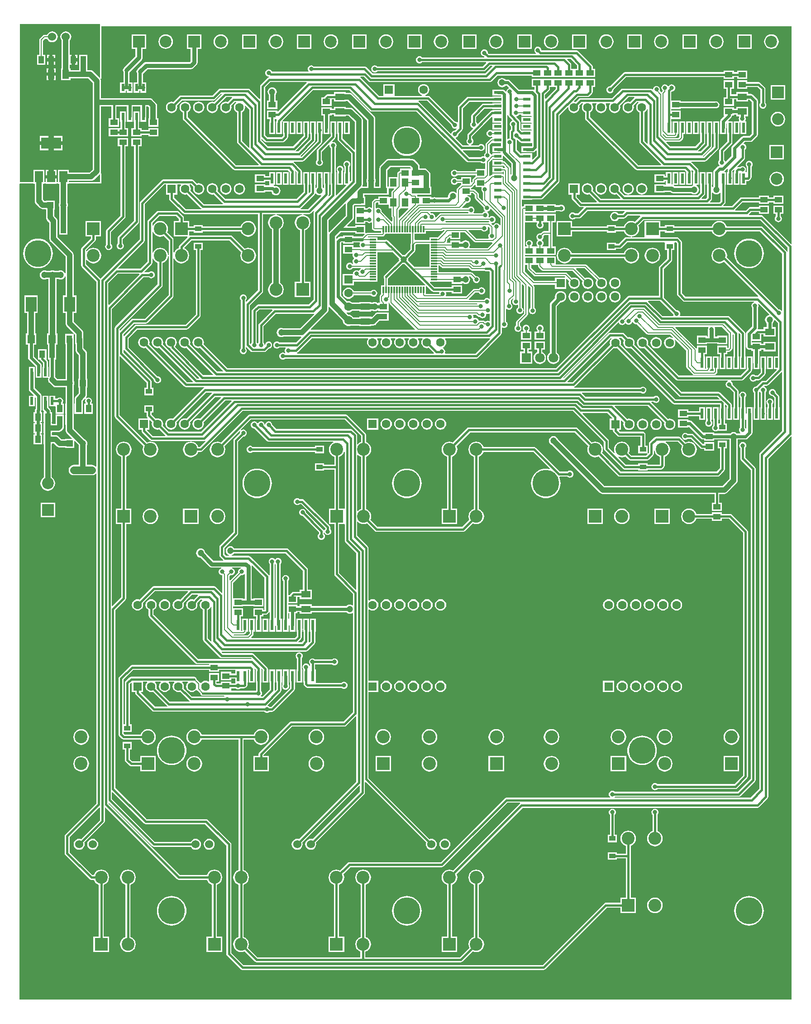
<source format=gbl>
G04*
G04 #@! TF.GenerationSoftware,Altium Limited,Altium Designer,20.0.10 (225)*
G04*
G04 Layer_Physical_Order=2*
G04 Layer_Color=16711680*
%FSLAX44Y44*%
%MOMM*%
G71*
G01*
G75*
%ADD12C,0.2000*%
%ADD31C,0.6000*%
%ADD32C,0.4000*%
%ADD33C,0.8000*%
%ADD34C,1.0000*%
%ADD36R,1.2000X1.2000*%
%ADD37C,1.2000*%
%ADD38C,5.0000*%
%ADD39C,0.8000*%
%ADD40R,2.2000X2.2000*%
%ADD41C,2.2000*%
%ADD42R,2.4000X2.4000*%
%ADD43C,2.4000*%
%ADD44C,1.5240*%
%ADD45R,2.2000X2.2000*%
%ADD46R,1.8000X1.8000*%
%ADD47C,1.8000*%
%ADD48R,2.4000X2.4000*%
%ADD49C,1.6000*%
%ADD50R,1.6000X1.6000*%
%ADD51R,1.6000X1.6000*%
%ADD52R,1.0500X1.4000*%
%ADD53R,1.4000X1.0500*%
%ADD54R,0.6000X1.9000*%
%ADD55R,1.7500X1.2500*%
%ADD56R,1.2200X0.9100*%
%ADD57R,1.4500X1.6500*%
%ADD58R,1.4500X0.6000*%
%ADD59R,0.6000X1.4500*%
%ADD60R,1.2500X1.7500*%
%ADD61R,3.8000X2.1500*%
%ADD62R,1.5000X2.1500*%
%ADD63R,1.2000X0.3000*%
%ADD64R,0.3000X1.2000*%
%ADD65R,1.2500X1.6000*%
%ADD66R,0.6000X1.5000*%
%ADD67R,2.0000X2.8000*%
%ADD68C,1.4000*%
G36*
X1048371Y1751783D02*
Y1745040D01*
X1043460D01*
Y1745040D01*
X1042540D01*
Y1745040D01*
X1037629D01*
Y1753000D01*
X1037629Y1753000D01*
X1037277Y1754771D01*
X1036273Y1756273D01*
X1036273Y1756273D01*
X1029874Y1762673D01*
X1030360Y1763846D01*
X1036308D01*
X1048371Y1751783D01*
D02*
G37*
G36*
X1450000Y1418206D02*
X1448827Y1417720D01*
X1396423Y1470123D01*
X1394921Y1471127D01*
X1393150Y1471479D01*
X1393150Y1471479D01*
X1370257D01*
X1369731Y1472749D01*
X1374103Y1477121D01*
X1388460D01*
Y1473960D01*
X1407540D01*
Y1489540D01*
X1388460D01*
Y1486379D01*
X1372186D01*
X1372186Y1486379D01*
X1370415Y1486027D01*
X1368913Y1485023D01*
X1368913Y1485023D01*
X1363909Y1480019D01*
X1344736D01*
X1344210Y1481289D01*
X1358542Y1495621D01*
X1388460D01*
Y1492460D01*
X1407540D01*
Y1495621D01*
X1415460D01*
Y1492460D01*
X1434540D01*
Y1508040D01*
X1415460D01*
Y1504879D01*
X1407540D01*
Y1508040D01*
X1388460D01*
Y1504879D01*
X1356625D01*
X1356625Y1504879D01*
X1354854Y1504527D01*
X1353352Y1503523D01*
X1353352Y1503523D01*
X1338458Y1488629D01*
X1322497D01*
X1322011Y1489802D01*
X1325023Y1492815D01*
X1325023Y1492815D01*
X1326027Y1494317D01*
X1326379Y1496088D01*
Y1528022D01*
X1327290D01*
Y1552103D01*
X1324431D01*
X1324046Y1553372D01*
X1324994Y1554006D01*
X1329637Y1558649D01*
X1330624Y1557839D01*
X1330286Y1557334D01*
X1329934Y1555562D01*
X1329934Y1555562D01*
Y1552103D01*
X1328910D01*
Y1528022D01*
X1339990D01*
Y1552103D01*
X1339191D01*
Y1553645D01*
X1341606Y1556060D01*
X1342776Y1555434D01*
X1342521Y1554150D01*
X1342521Y1554150D01*
Y1552103D01*
X1341610D01*
Y1528022D01*
X1352690D01*
Y1549807D01*
X1353960Y1550512D01*
X1354310Y1550295D01*
Y1528022D01*
X1365390D01*
Y1535434D01*
X1368062D01*
X1368062Y1535434D01*
X1369834Y1535786D01*
X1371336Y1536789D01*
X1373711Y1539164D01*
X1373711Y1539164D01*
X1374714Y1540666D01*
X1375067Y1542437D01*
Y1561746D01*
X1375102Y1561773D01*
X1376150Y1563139D01*
X1376809Y1564730D01*
X1377034Y1566438D01*
X1376809Y1568145D01*
X1376150Y1569736D01*
X1375102Y1571102D01*
X1373736Y1572150D01*
X1372145Y1572809D01*
X1370437Y1573034D01*
X1368730Y1572809D01*
X1367139Y1572150D01*
X1365773Y1571102D01*
X1364725Y1569736D01*
X1364066Y1568145D01*
X1363841Y1566438D01*
X1364066Y1564730D01*
X1364725Y1563139D01*
X1365773Y1561773D01*
X1365809Y1561746D01*
Y1553199D01*
X1365390Y1552103D01*
X1364114D01*
X1363488Y1553372D01*
X1363576Y1553488D01*
X1364235Y1555079D01*
X1364460Y1556786D01*
X1364235Y1558494D01*
X1363576Y1560085D01*
X1362528Y1561451D01*
X1361162Y1562499D01*
X1359571Y1563158D01*
X1357864Y1563383D01*
X1356156Y1563158D01*
X1354565Y1562499D01*
X1353432Y1561629D01*
X1350000D01*
X1348716Y1561374D01*
X1348090Y1562544D01*
X1361519Y1575973D01*
X1361519Y1575973D01*
X1362522Y1577474D01*
X1362875Y1579246D01*
X1362875Y1579246D01*
Y1594063D01*
X1362910Y1594090D01*
X1363958Y1595456D01*
X1364617Y1597047D01*
X1364842Y1598754D01*
X1364617Y1600461D01*
X1363958Y1602052D01*
X1362910Y1603419D01*
X1361544Y1604467D01*
X1360630Y1604846D01*
X1360287Y1606299D01*
X1362340Y1608351D01*
X1373000D01*
X1373000Y1608351D01*
X1375162Y1608781D01*
X1376994Y1610006D01*
X1384994Y1618006D01*
X1384994Y1618006D01*
X1386219Y1619838D01*
X1386649Y1622000D01*
X1386649Y1622000D01*
Y1685000D01*
X1386649Y1685000D01*
X1386219Y1687162D01*
X1384994Y1688994D01*
X1384994Y1688994D01*
X1377207Y1696782D01*
X1375374Y1698006D01*
X1373212Y1698436D01*
X1373212Y1698436D01*
X1368602D01*
Y1701577D01*
X1346022D01*
Y1697416D01*
X1336966D01*
Y1707960D01*
X1341877D01*
Y1723540D01*
X1322798D01*
Y1707960D01*
X1327708D01*
Y1691577D01*
X1322798D01*
Y1675997D01*
X1341877D01*
Y1688159D01*
X1346022D01*
Y1683997D01*
X1368602D01*
Y1687139D01*
X1370873D01*
X1375352Y1682660D01*
Y1624340D01*
X1370660Y1619648D01*
X1360000D01*
X1357838Y1619219D01*
X1356006Y1617994D01*
X1356006Y1617994D01*
X1339006Y1600994D01*
X1337781Y1599162D01*
X1337352Y1597000D01*
X1337352Y1597000D01*
Y1582340D01*
X1326758Y1571746D01*
X1325401Y1572186D01*
X1324925Y1573336D01*
X1323877Y1574702D01*
X1323841Y1574729D01*
Y1590345D01*
X1337723Y1604227D01*
X1337723Y1604227D01*
X1338727Y1605729D01*
X1339079Y1607500D01*
X1339079Y1607500D01*
Y1623022D01*
X1339990D01*
Y1647103D01*
X1331750D01*
X1331264Y1648276D01*
X1336994Y1654006D01*
X1336994Y1654006D01*
X1338219Y1655838D01*
X1338549Y1657498D01*
X1341877D01*
Y1659639D01*
X1346022D01*
Y1656497D01*
X1351733D01*
Y1654769D01*
X1351078Y1653188D01*
X1350853Y1651481D01*
X1351078Y1649774D01*
X1351658Y1648372D01*
X1351158Y1647103D01*
X1341610D01*
Y1623022D01*
X1352690D01*
Y1644184D01*
X1353960Y1644890D01*
X1354310Y1644672D01*
Y1623022D01*
X1365390D01*
Y1647103D01*
X1363741D01*
X1363241Y1648372D01*
X1363821Y1649774D01*
X1364046Y1651481D01*
X1363821Y1653188D01*
X1363162Y1654779D01*
X1363030Y1654952D01*
Y1656497D01*
X1368602D01*
Y1674077D01*
X1346022D01*
Y1670936D01*
X1341877D01*
Y1673078D01*
X1322798D01*
Y1657498D01*
X1322850D01*
X1323336Y1656324D01*
X1317756Y1650744D01*
X1316532Y1648912D01*
X1316102Y1646750D01*
X1316102Y1646750D01*
Y1635063D01*
X1316210Y1634517D01*
Y1623022D01*
X1327290D01*
Y1634517D01*
X1327399Y1635063D01*
Y1643514D01*
X1327640Y1643675D01*
X1328910Y1642996D01*
Y1623022D01*
X1329821D01*
Y1609417D01*
X1315939Y1595536D01*
X1314936Y1594034D01*
X1314583Y1592263D01*
X1314584Y1592262D01*
Y1574729D01*
X1314548Y1574702D01*
X1313500Y1573336D01*
X1312841Y1571745D01*
X1312616Y1570038D01*
X1312841Y1568330D01*
X1313500Y1566739D01*
X1314548Y1565373D01*
X1315141Y1564919D01*
X1315065Y1564237D01*
X1314769Y1563603D01*
X1312838Y1563219D01*
X1311006Y1561994D01*
X1311006Y1561994D01*
X1305006Y1555994D01*
X1303781Y1554162D01*
X1303351Y1552000D01*
X1303351Y1552000D01*
Y1547000D01*
X1303351Y1547000D01*
X1303401Y1546749D01*
Y1540063D01*
Y1525430D01*
X1302959Y1525091D01*
X1302249Y1524165D01*
X1300979Y1524596D01*
Y1528022D01*
X1301890D01*
Y1552103D01*
X1290810D01*
Y1528022D01*
X1291721D01*
Y1504642D01*
X1289248Y1502169D01*
X1281869D01*
X1281383Y1503342D01*
X1286923Y1508883D01*
X1286923Y1508883D01*
X1287927Y1510385D01*
X1288279Y1512156D01*
X1288279Y1512156D01*
Y1528022D01*
X1289190D01*
Y1552103D01*
X1278110D01*
Y1528022D01*
X1279021D01*
Y1514073D01*
X1273657Y1508709D01*
X1137237D01*
X1128772Y1517175D01*
X1129056Y1517861D01*
X1129418Y1520612D01*
X1129056Y1523364D01*
X1127994Y1525928D01*
X1126305Y1528130D01*
X1124103Y1529819D01*
X1121539Y1530881D01*
X1118788Y1531243D01*
X1116036Y1530881D01*
X1113472Y1529819D01*
X1111270Y1528130D01*
X1109581Y1525928D01*
X1108519Y1523364D01*
X1108157Y1520612D01*
X1108519Y1517861D01*
X1109581Y1515297D01*
X1111270Y1513095D01*
X1113472Y1511406D01*
X1116036Y1510344D01*
X1118788Y1509982D01*
X1121539Y1510344D01*
X1122225Y1510628D01*
X1129511Y1503342D01*
X1129025Y1502169D01*
X1092977D01*
X1077972Y1517175D01*
X1078256Y1517861D01*
X1078618Y1520612D01*
X1078256Y1523364D01*
X1077194Y1525928D01*
X1075505Y1528130D01*
X1073303Y1529819D01*
X1070739Y1530881D01*
X1067988Y1531243D01*
X1065236Y1530881D01*
X1062672Y1529819D01*
X1060470Y1528130D01*
X1058781Y1525928D01*
X1057719Y1523364D01*
X1057357Y1520612D01*
X1057719Y1517861D01*
X1058781Y1515297D01*
X1060470Y1513095D01*
X1062672Y1511406D01*
X1065236Y1510344D01*
X1067988Y1509982D01*
X1070739Y1510344D01*
X1071425Y1510628D01*
X1085251Y1496802D01*
X1084765Y1495629D01*
X1057267D01*
X1047616Y1505280D01*
Y1510072D01*
X1053128D01*
Y1531152D01*
X1032048D01*
Y1510072D01*
X1038359D01*
Y1503363D01*
X1038359Y1503362D01*
X1038711Y1501591D01*
X1039714Y1500089D01*
X1052077Y1487727D01*
X1052077Y1487727D01*
X1053579Y1486723D01*
X1055350Y1486371D01*
X1055350Y1486371D01*
X1060165D01*
X1060651Y1485198D01*
X1050083Y1474629D01*
X1044692D01*
X1044664Y1474664D01*
X1043298Y1475713D01*
X1041707Y1476372D01*
X1040000Y1476596D01*
X1038293Y1476372D01*
X1036702Y1475713D01*
X1035336Y1474664D01*
X1034287Y1473298D01*
X1033628Y1471707D01*
X1033404Y1470000D01*
X1033628Y1468293D01*
X1034287Y1466702D01*
X1035336Y1465336D01*
X1036702Y1464287D01*
X1038293Y1463628D01*
X1040000Y1463404D01*
X1041707Y1463628D01*
X1043298Y1464287D01*
X1044664Y1465336D01*
X1044692Y1465371D01*
X1052000D01*
X1052000Y1465371D01*
X1053772Y1465723D01*
X1055273Y1466727D01*
X1067917Y1479371D01*
X1137029D01*
X1137555Y1478101D01*
X1133848Y1474394D01*
X1125625D01*
X1125091Y1475091D01*
X1123307Y1476460D01*
X1121229Y1477320D01*
X1119000Y1477614D01*
X1116771Y1477320D01*
X1114693Y1476460D01*
X1112909Y1475091D01*
X1111540Y1473307D01*
X1110680Y1471229D01*
X1110386Y1469000D01*
X1110680Y1466771D01*
X1111540Y1464693D01*
X1112909Y1462909D01*
X1114693Y1461540D01*
X1116771Y1460680D01*
X1119000Y1460386D01*
X1121229Y1460680D01*
X1123307Y1461540D01*
X1125091Y1462909D01*
X1126460Y1464693D01*
X1126643Y1465136D01*
X1135765D01*
X1135765Y1465136D01*
X1137537Y1465489D01*
X1139038Y1466492D01*
X1143307Y1470761D01*
X1166294D01*
X1166820Y1469491D01*
X1156372Y1459043D01*
X1153668Y1460163D01*
X1149872Y1460663D01*
X1146077Y1460163D01*
X1142540Y1458698D01*
X1139502Y1456367D01*
X1137172Y1453330D01*
X1136052Y1450626D01*
X1121478D01*
Y1453087D01*
X1104198D01*
Y1450626D01*
X1039412D01*
Y1460537D01*
X1010332D01*
Y1431457D01*
X1039412D01*
Y1441368D01*
X1104198D01*
Y1438907D01*
X1121478D01*
Y1441368D01*
X1136052D01*
X1137172Y1438665D01*
X1139502Y1435627D01*
X1142540Y1433297D01*
X1146077Y1431832D01*
X1148793Y1431474D01*
X1148709Y1430204D01*
X1140575D01*
X1138804Y1429852D01*
X1137302Y1428848D01*
X1137302Y1428848D01*
X1126280Y1417826D01*
X1121478D01*
Y1420287D01*
X1104198D01*
Y1406107D01*
X1121478D01*
Y1408568D01*
X1128197D01*
X1128197Y1408568D01*
X1129969Y1408921D01*
X1131470Y1409924D01*
X1142492Y1420946D01*
X1212013D01*
X1213010Y1420287D01*
X1213010Y1419676D01*
Y1406107D01*
X1217021D01*
Y1390569D01*
X1202727Y1376274D01*
X1201723Y1374773D01*
X1201371Y1373001D01*
X1201371Y1373001D01*
Y1320666D01*
X1145621D01*
X1143850Y1320314D01*
X1142348Y1319311D01*
X1142348Y1319311D01*
X1008666Y1185629D01*
X394130D01*
X349709Y1230050D01*
X349994Y1230736D01*
X350356Y1233487D01*
X349994Y1236239D01*
X348932Y1238803D01*
X347242Y1241005D01*
X345041Y1242694D01*
X342477Y1243756D01*
X339725Y1244118D01*
X336973Y1243756D01*
X334409Y1242694D01*
X332208Y1241005D01*
X330518Y1238803D01*
X329456Y1236239D01*
X329094Y1233487D01*
X329456Y1230736D01*
X330518Y1228172D01*
X332208Y1225970D01*
X334409Y1224281D01*
X336973Y1223219D01*
X339725Y1222857D01*
X342477Y1223219D01*
X343163Y1223503D01*
X386404Y1180262D01*
X385918Y1179089D01*
X375270D01*
X324309Y1230050D01*
X324594Y1230736D01*
X324956Y1233487D01*
X324594Y1236239D01*
X323532Y1238803D01*
X321842Y1241005D01*
X319641Y1242694D01*
X317076Y1243756D01*
X314325Y1244118D01*
X311574Y1243756D01*
X309009Y1242694D01*
X306808Y1241005D01*
X305118Y1238803D01*
X304056Y1236239D01*
X303694Y1233487D01*
X304056Y1230736D01*
X305118Y1228172D01*
X306808Y1225970D01*
X309009Y1224281D01*
X311574Y1223219D01*
X314325Y1222857D01*
X317076Y1223219D01*
X317763Y1223503D01*
X367544Y1173722D01*
X367058Y1172549D01*
X349228D01*
X296403Y1225374D01*
X296442Y1225970D01*
X298132Y1228172D01*
X299194Y1230736D01*
X299556Y1233487D01*
X299194Y1236239D01*
X298132Y1238803D01*
X296442Y1241005D01*
X294240Y1242694D01*
X291677Y1243756D01*
X288925Y1244118D01*
X286173Y1243756D01*
X283610Y1242694D01*
X281408Y1241005D01*
X279718Y1238803D01*
X278656Y1236239D01*
X278294Y1233487D01*
X278656Y1230736D01*
X279718Y1228172D01*
X281408Y1225970D01*
X283610Y1224281D01*
X286173Y1223219D01*
X286765Y1223141D01*
X286945Y1222238D01*
X287948Y1220736D01*
X341502Y1167182D01*
X341016Y1166009D01*
X337550D01*
X273509Y1230050D01*
X273794Y1230736D01*
X274156Y1233487D01*
X273794Y1236239D01*
X272732Y1238803D01*
X271042Y1241005D01*
X268841Y1242694D01*
X266276Y1243756D01*
X263525Y1244118D01*
X260774Y1243756D01*
X258209Y1242694D01*
X256008Y1241005D01*
X254318Y1238803D01*
X253256Y1236239D01*
X252894Y1233487D01*
X253256Y1230736D01*
X254318Y1228172D01*
X256008Y1225970D01*
X258209Y1224281D01*
X260774Y1223219D01*
X263525Y1222857D01*
X266276Y1223219D01*
X266963Y1223503D01*
X329824Y1160642D01*
X329338Y1159469D01*
X318690D01*
X248109Y1230050D01*
X248394Y1230736D01*
X248756Y1233487D01*
X248394Y1236239D01*
X247332Y1238803D01*
X245642Y1241005D01*
X243440Y1242694D01*
X240877Y1243756D01*
X238125Y1244118D01*
X235373Y1243756D01*
X232810Y1242694D01*
X230608Y1241005D01*
X228918Y1238803D01*
X227856Y1236239D01*
X227494Y1233487D01*
X227856Y1230736D01*
X228918Y1228172D01*
X230608Y1225970D01*
X232810Y1224281D01*
X235373Y1223219D01*
X238125Y1222857D01*
X240877Y1223219D01*
X241563Y1223503D01*
X313499Y1151567D01*
X315001Y1150563D01*
X316772Y1150211D01*
X316773Y1150211D01*
X350915D01*
X351041Y1148941D01*
X350654Y1148864D01*
X349152Y1147861D01*
X349152Y1147861D01*
X292363Y1091072D01*
X291677Y1091356D01*
X288925Y1091718D01*
X286173Y1091356D01*
X283610Y1090294D01*
X281408Y1088605D01*
X279718Y1086403D01*
X278656Y1083839D01*
X278294Y1081087D01*
X278656Y1078336D01*
X279718Y1075772D01*
X281408Y1073570D01*
X283610Y1071881D01*
X286173Y1070819D01*
X288925Y1070457D01*
X291677Y1070819D01*
X294240Y1071881D01*
X296442Y1073570D01*
X298132Y1075772D01*
X299194Y1078336D01*
X299556Y1081087D01*
X299194Y1083839D01*
X298909Y1084526D01*
X354342Y1139959D01*
X364854D01*
X365380Y1138689D01*
X317763Y1091072D01*
X317076Y1091356D01*
X314325Y1091718D01*
X311574Y1091356D01*
X309009Y1090294D01*
X306808Y1088605D01*
X305118Y1086403D01*
X304056Y1083839D01*
X303694Y1081087D01*
X304056Y1078336D01*
X305118Y1075772D01*
X306808Y1073570D01*
X309009Y1071881D01*
X311574Y1070819D01*
X314325Y1070457D01*
X317076Y1070819D01*
X319641Y1071881D01*
X321842Y1073570D01*
X323532Y1075772D01*
X324594Y1078336D01*
X324956Y1081087D01*
X324594Y1083839D01*
X324309Y1084526D01*
X371315Y1131531D01*
X381963D01*
X382449Y1130358D01*
X343163Y1091072D01*
X342477Y1091356D01*
X339725Y1091718D01*
X336973Y1091356D01*
X334409Y1090294D01*
X332208Y1088605D01*
X330518Y1086403D01*
X329456Y1083839D01*
X329094Y1081087D01*
X329456Y1078336D01*
X330518Y1075772D01*
X332208Y1073570D01*
X334409Y1071881D01*
X336973Y1070819D01*
X339725Y1070457D01*
X342477Y1070819D01*
X345041Y1071881D01*
X347242Y1073570D01*
X348932Y1075772D01*
X349994Y1078336D01*
X350356Y1081087D01*
X349994Y1083839D01*
X349709Y1084526D01*
X390175Y1124991D01*
X401536D01*
X402023Y1123818D01*
X344871Y1066666D01*
X284492D01*
X273509Y1077650D01*
X273794Y1078336D01*
X274156Y1081087D01*
X273794Y1083839D01*
X272732Y1086403D01*
X271042Y1088605D01*
X268841Y1090294D01*
X266276Y1091356D01*
X263525Y1091718D01*
X260774Y1091356D01*
X260087Y1091072D01*
X252279Y1098880D01*
Y1102048D01*
X256290D01*
Y1116227D01*
X239010D01*
Y1102048D01*
X243021D01*
Y1096963D01*
X243021Y1096963D01*
X243373Y1095191D01*
X244377Y1093689D01*
X245265Y1092801D01*
X244779Y1091628D01*
X227585D01*
Y1070547D01*
X233496D01*
Y1068388D01*
X233496Y1068388D01*
X233848Y1066616D01*
X234852Y1065114D01*
X249139Y1050827D01*
X249139Y1050827D01*
X250641Y1049823D01*
X252412Y1049471D01*
X252413Y1049471D01*
X351100D01*
X351100Y1049471D01*
X352384Y1049726D01*
X353010Y1048556D01*
X342581Y1038127D01*
X339614D01*
X338494Y1040831D01*
X336163Y1043868D01*
X333126Y1046199D01*
X329589Y1047664D01*
X325793Y1048164D01*
X321997Y1047664D01*
X318460Y1046199D01*
X315423Y1043868D01*
X313092Y1040831D01*
X311627Y1037294D01*
X311127Y1033498D01*
X311627Y1029702D01*
X313092Y1026165D01*
X315423Y1023128D01*
X318460Y1020797D01*
X321997Y1019332D01*
X325793Y1018832D01*
X329589Y1019332D01*
X333126Y1020797D01*
X336163Y1023128D01*
X338494Y1026165D01*
X339614Y1028869D01*
X344498D01*
X344498Y1028869D01*
X346269Y1029221D01*
X347771Y1030225D01*
X422917Y1105371D01*
X1040733D01*
X1098684Y1047420D01*
Y1035050D01*
X1098683Y1035050D01*
X1099036Y1033279D01*
X1100039Y1031777D01*
X1134391Y997425D01*
X1134391Y997425D01*
X1135893Y996421D01*
X1137664Y996069D01*
X1137665Y996069D01*
X1162935D01*
Y993608D01*
X1180215D01*
Y996069D01*
X1205402D01*
X1205402Y996069D01*
X1207173Y996421D01*
X1208675Y997425D01*
X1211018Y999768D01*
X1211018Y999768D01*
X1212022Y1001270D01*
X1212374Y1003041D01*
Y1019677D01*
X1215078Y1020797D01*
X1218115Y1023128D01*
X1220446Y1026165D01*
X1221911Y1029702D01*
X1222411Y1033498D01*
X1221911Y1037294D01*
X1220446Y1040831D01*
X1218115Y1043868D01*
X1215078Y1046199D01*
X1214076Y1046614D01*
X1214329Y1047884D01*
X1236813D01*
X1244699Y1039997D01*
X1243579Y1037294D01*
X1243080Y1033498D01*
X1243579Y1029702D01*
X1245044Y1026165D01*
X1247375Y1023128D01*
X1250412Y1020797D01*
X1253949Y1019332D01*
X1257745Y1018832D01*
X1261541Y1019332D01*
X1265078Y1020797D01*
X1268115Y1023128D01*
X1270446Y1026165D01*
X1271911Y1029702D01*
X1272411Y1033498D01*
X1271911Y1037294D01*
X1270446Y1040831D01*
X1268115Y1043868D01*
X1265078Y1046199D01*
X1261541Y1047664D01*
X1257745Y1048164D01*
X1253949Y1047664D01*
X1251245Y1046544D01*
X1242004Y1055786D01*
X1240502Y1056789D01*
X1238730Y1057141D01*
X1238730Y1057141D01*
X1196143D01*
X1196143Y1057141D01*
X1194372Y1056789D01*
X1192870Y1055786D01*
X1192870Y1055786D01*
X1184177Y1047093D01*
X1183173Y1045591D01*
X1182821Y1043819D01*
X1182821Y1043819D01*
Y1027442D01*
X1181272Y1025893D01*
X1180215Y1026632D01*
Y1040588D01*
X1176204D01*
Y1062038D01*
X1175852Y1063809D01*
X1174848Y1065311D01*
X1173346Y1066314D01*
X1171575Y1066666D01*
X1129042D01*
X1126810Y1068899D01*
X1127296Y1070072D01*
X1130590D01*
Y1087267D01*
X1131763Y1087753D01*
X1135466Y1084051D01*
X1135181Y1083364D01*
X1134819Y1080612D01*
X1135181Y1077861D01*
X1136243Y1075297D01*
X1137933Y1073095D01*
X1140135Y1071406D01*
X1142699Y1070344D01*
X1145450Y1069982D01*
X1148202Y1070344D01*
X1150766Y1071406D01*
X1152967Y1073095D01*
X1154657Y1075297D01*
X1155719Y1077861D01*
X1156081Y1080612D01*
X1155719Y1083364D01*
X1154657Y1085928D01*
X1152967Y1088130D01*
X1150766Y1089819D01*
X1148202Y1090881D01*
X1145450Y1091243D01*
X1142699Y1090881D01*
X1142012Y1090597D01*
X1118844Y1113765D01*
X1119330Y1114939D01*
X1180778D01*
X1211666Y1084051D01*
X1211381Y1083364D01*
X1211019Y1080612D01*
X1211381Y1077861D01*
X1212443Y1075297D01*
X1214133Y1073095D01*
X1216335Y1071406D01*
X1218898Y1070344D01*
X1221650Y1069982D01*
X1224401Y1070344D01*
X1226965Y1071406D01*
X1229167Y1073095D01*
X1230857Y1075297D01*
X1231919Y1077861D01*
X1232281Y1080612D01*
X1231919Y1083364D01*
X1230857Y1085928D01*
X1229167Y1088130D01*
X1226965Y1089819D01*
X1224401Y1090881D01*
X1221650Y1091243D01*
X1218898Y1090881D01*
X1218212Y1090597D01*
X1187486Y1121323D01*
X1187972Y1122496D01*
X1191558D01*
X1191586Y1122461D01*
X1192952Y1121412D01*
X1194543Y1120753D01*
X1196250Y1120529D01*
X1197957Y1120753D01*
X1199548Y1121412D01*
X1200914Y1122461D01*
X1201963Y1123827D01*
X1202622Y1125418D01*
X1202846Y1127125D01*
X1202622Y1128832D01*
X1201963Y1130423D01*
X1200914Y1131789D01*
X1199548Y1132838D01*
X1197957Y1133497D01*
X1196250Y1133721D01*
X1194543Y1133497D01*
X1192952Y1132838D01*
X1191586Y1131789D01*
X1191558Y1131754D01*
X1064438D01*
X1057504Y1138689D01*
X1058030Y1139959D01*
X1166786D01*
X1166911Y1139796D01*
X1168277Y1138747D01*
X1169868Y1138088D01*
X1171575Y1137864D01*
X1173282Y1138088D01*
X1174873Y1138747D01*
X1176239Y1139796D01*
X1177288Y1141162D01*
X1177947Y1142753D01*
X1178171Y1144460D01*
X1177947Y1146167D01*
X1177288Y1147758D01*
X1176239Y1149124D01*
X1174873Y1150173D01*
X1173282Y1150832D01*
X1171575Y1151056D01*
X1169868Y1150832D01*
X1168277Y1150173D01*
X1167031Y1149216D01*
X1043387D01*
X1043262Y1150486D01*
X1043649Y1150563D01*
X1045151Y1151567D01*
X1116612Y1223028D01*
X1117299Y1222744D01*
X1120050Y1222382D01*
X1122802Y1222744D01*
X1123488Y1223028D01*
X1227427Y1119089D01*
X1227427Y1119089D01*
X1228929Y1118086D01*
X1230700Y1117734D01*
X1230700Y1117734D01*
X1315571D01*
Y1112552D01*
X1314660D01*
Y1088473D01*
X1315571D01*
Y1082353D01*
X1312129D01*
Y1088473D01*
X1313040D01*
Y1112552D01*
X1301960D01*
Y1088473D01*
X1302871D01*
Y1078689D01*
X1302836Y1078662D01*
X1301787Y1077296D01*
X1301128Y1075705D01*
X1300903Y1073998D01*
X1301128Y1072291D01*
X1301787Y1070700D01*
X1302836Y1069333D01*
X1304202Y1068285D01*
X1305793Y1067626D01*
X1307500Y1067401D01*
X1309207Y1067626D01*
X1310324Y1068089D01*
X1311560Y1068173D01*
X1311560Y1068173D01*
X1311560Y1068173D01*
X1328840D01*
Y1082353D01*
X1324829D01*
Y1088473D01*
X1325740D01*
Y1112552D01*
X1324829D01*
Y1116528D01*
X1326002Y1117014D01*
X1328271Y1114745D01*
Y1112552D01*
X1327360D01*
Y1088473D01*
X1338440D01*
Y1112552D01*
X1337529D01*
Y1116662D01*
X1337529Y1116663D01*
X1337177Y1118434D01*
X1336173Y1119936D01*
X1336173Y1119936D01*
X1316223Y1139886D01*
X1314721Y1140889D01*
X1312950Y1141242D01*
X1312950Y1141242D01*
X1243767D01*
X1155434Y1229575D01*
X1155719Y1230261D01*
X1156081Y1233012D01*
X1155719Y1235764D01*
X1154657Y1238328D01*
X1152967Y1240530D01*
X1150766Y1242219D01*
X1148202Y1243281D01*
X1145450Y1243643D01*
X1143199Y1243347D01*
X1136273Y1250273D01*
X1134771Y1251277D01*
X1133000Y1251629D01*
X1133000Y1251629D01*
X1110249D01*
X1110249Y1251629D01*
X1108477Y1251277D01*
X1106976Y1250273D01*
X1023390Y1166687D01*
X1023157Y1166733D01*
X1022739Y1168111D01*
X1125308Y1270680D01*
X1126753Y1270329D01*
X1127140Y1269396D01*
X1128188Y1268029D01*
X1129555Y1266981D01*
X1131145Y1266322D01*
X1132853Y1266097D01*
X1134560Y1266322D01*
X1136151Y1266981D01*
X1137517Y1268029D01*
X1138469Y1269269D01*
X1138895Y1269402D01*
X1139951Y1269423D01*
X1140505Y1268702D01*
X1141871Y1267654D01*
X1143462Y1266995D01*
X1145169Y1266770D01*
X1146877Y1266995D01*
X1148468Y1267654D01*
X1149834Y1268702D01*
X1150882Y1270068D01*
X1151529Y1271629D01*
X1151629Y1271667D01*
X1152839Y1271785D01*
X1153287Y1270702D01*
X1154336Y1269336D01*
X1155702Y1268287D01*
X1157293Y1267628D01*
X1159000Y1267404D01*
X1160319Y1267577D01*
X1178611Y1249285D01*
X1179782Y1248502D01*
X1181163Y1248227D01*
X1222815D01*
X1228073Y1242970D01*
X1227234Y1242013D01*
X1226965Y1242219D01*
X1224401Y1243281D01*
X1221650Y1243643D01*
X1218898Y1243281D01*
X1216335Y1242219D01*
X1214133Y1240530D01*
X1212443Y1238328D01*
X1211381Y1235764D01*
X1211019Y1233012D01*
X1211381Y1230261D01*
X1212443Y1227697D01*
X1214133Y1225495D01*
X1216335Y1223806D01*
X1218898Y1222744D01*
X1221650Y1222382D01*
X1224401Y1222744D01*
X1226965Y1223806D01*
X1229167Y1225495D01*
X1230857Y1227697D01*
X1231919Y1230261D01*
X1232281Y1233012D01*
X1231919Y1235764D01*
X1230857Y1238328D01*
X1230651Y1238596D01*
X1231608Y1239435D01*
X1252666Y1218377D01*
Y1187637D01*
X1252940Y1186256D01*
X1253723Y1185085D01*
X1265023Y1173785D01*
X1266194Y1173003D01*
X1267575Y1172728D01*
X1305300D01*
X1306681Y1173003D01*
X1307852Y1173785D01*
X1310052Y1175985D01*
X1310835Y1177156D01*
X1311109Y1178538D01*
Y1183473D01*
X1313040D01*
Y1207552D01*
X1301960D01*
Y1183473D01*
X1303891D01*
Y1180033D01*
X1303805Y1179947D01*
X1297270D01*
X1296784Y1181120D01*
X1297296Y1181632D01*
X1298078Y1182803D01*
X1298211Y1183473D01*
X1300340D01*
Y1207552D01*
X1289260D01*
Y1184897D01*
X1287640D01*
Y1207552D01*
X1286729D01*
Y1211872D01*
X1291640D01*
Y1227452D01*
X1272560D01*
Y1223287D01*
X1272219Y1223049D01*
X1271290Y1222803D01*
X1232495Y1261597D01*
X1232982Y1262771D01*
X1293816D01*
X1294443Y1261501D01*
X1294287Y1261298D01*
X1293628Y1259707D01*
X1293404Y1258000D01*
Y1244759D01*
X1291640D01*
Y1245953D01*
X1272560D01*
Y1230372D01*
X1291640D01*
Y1231566D01*
X1310660D01*
Y1230372D01*
X1329740D01*
Y1245953D01*
X1310660D01*
Y1244759D01*
X1306596D01*
Y1258000D01*
X1306372Y1259707D01*
X1305713Y1261298D01*
X1305557Y1261501D01*
X1306184Y1262771D01*
X1319125D01*
X1332041Y1249855D01*
Y1224057D01*
X1331255Y1223272D01*
X1329740D01*
Y1227452D01*
X1310660D01*
Y1211872D01*
X1315571D01*
Y1207552D01*
X1314660D01*
Y1183473D01*
X1325740D01*
Y1207552D01*
X1324829D01*
Y1211872D01*
X1329740D01*
Y1216053D01*
X1332750D01*
X1334131Y1216328D01*
X1335302Y1217110D01*
X1338202Y1220010D01*
X1338985Y1221181D01*
X1339259Y1222562D01*
Y1248129D01*
X1340529Y1248763D01*
X1340971Y1248431D01*
Y1207552D01*
X1340060D01*
Y1183473D01*
X1351140D01*
Y1207552D01*
X1350229D01*
Y1250241D01*
X1351499Y1250767D01*
X1353671Y1248595D01*
Y1207552D01*
X1352760D01*
Y1183473D01*
X1363840D01*
Y1207552D01*
X1362929D01*
Y1250512D01*
X1362929Y1250512D01*
X1362577Y1252284D01*
X1361573Y1253785D01*
X1361573Y1253785D01*
X1333625Y1281733D01*
X1332124Y1282737D01*
X1330352Y1283089D01*
X1330352Y1283089D01*
X1241678D01*
X1240904Y1284359D01*
X1241291Y1285293D01*
X1241516Y1287000D01*
X1241291Y1288707D01*
X1240632Y1290298D01*
X1239583Y1291664D01*
X1238217Y1292713D01*
X1236626Y1293372D01*
X1234919Y1293596D01*
X1234486Y1293539D01*
X1210629Y1317396D01*
Y1371084D01*
X1224923Y1385378D01*
X1224923Y1385378D01*
X1225927Y1386880D01*
X1226279Y1388651D01*
Y1406107D01*
X1230290D01*
Y1419676D01*
X1230290Y1420287D01*
X1231287Y1420946D01*
X1233158D01*
X1235209Y1418895D01*
Y1323975D01*
X1235209Y1323975D01*
X1235561Y1322204D01*
X1236564Y1320702D01*
X1246089Y1311177D01*
X1246089Y1311177D01*
X1247591Y1310173D01*
X1249362Y1309821D01*
X1249363Y1309821D01*
X1379409D01*
X1379577Y1308563D01*
X1377986Y1307904D01*
X1376620Y1306856D01*
X1375572Y1305490D01*
X1374913Y1303899D01*
X1374688Y1302191D01*
X1374913Y1300484D01*
X1375572Y1298893D01*
X1375636Y1298810D01*
Y1263482D01*
X1365917Y1253763D01*
X1364692Y1251931D01*
X1364262Y1249769D01*
X1364262Y1249769D01*
Y1225738D01*
X1364692Y1223576D01*
X1365917Y1221743D01*
X1367749Y1220519D01*
X1369911Y1220089D01*
X1374160D01*
Y1217947D01*
X1378051D01*
Y1195512D01*
X1378160Y1194967D01*
Y1183473D01*
X1389240D01*
Y1194967D01*
X1389348Y1195512D01*
Y1217947D01*
X1393240D01*
Y1220089D01*
X1397385D01*
Y1216947D01*
X1419965D01*
Y1234528D01*
X1397385D01*
Y1231386D01*
X1393240D01*
Y1233528D01*
X1375560D01*
Y1236448D01*
X1393240D01*
Y1248609D01*
X1397385D01*
Y1244447D01*
X1419965D01*
Y1262028D01*
X1414323D01*
Y1269570D01*
X1414766Y1269909D01*
X1416135Y1271693D01*
X1416995Y1273771D01*
X1417138Y1274857D01*
X1418479Y1275312D01*
X1424171Y1269620D01*
Y1207552D01*
X1416260D01*
Y1183473D01*
X1421329D01*
X1421815Y1182299D01*
X1401433Y1161916D01*
X1396400D01*
X1396400Y1161917D01*
X1394629Y1161564D01*
X1393127Y1160561D01*
X1393127Y1160561D01*
X1383744Y1151178D01*
X1383700Y1151184D01*
X1381993Y1150959D01*
X1380402Y1150300D01*
X1379036Y1149252D01*
X1377987Y1147886D01*
X1377328Y1146295D01*
X1377103Y1144587D01*
X1377328Y1142880D01*
X1377987Y1141289D01*
X1379036Y1139923D01*
X1379071Y1139896D01*
Y1112552D01*
X1378160D01*
Y1088473D01*
X1389240D01*
Y1112552D01*
X1388329D01*
Y1139896D01*
X1388364Y1139923D01*
X1389348Y1141205D01*
X1390029Y1141295D01*
X1390070D01*
X1390752Y1141205D01*
X1391736Y1139923D01*
X1391771Y1139896D01*
Y1112552D01*
X1390860D01*
Y1088473D01*
X1401940D01*
Y1112552D01*
X1401029D01*
Y1139896D01*
X1401064Y1139923D01*
X1402113Y1141289D01*
X1402772Y1142880D01*
X1402996Y1144587D01*
X1402772Y1146295D01*
X1402113Y1147886D01*
X1401064Y1149252D01*
X1399698Y1150300D01*
X1398901Y1150630D01*
X1398469Y1152043D01*
X1398929Y1152659D01*
X1403350D01*
X1403350Y1152658D01*
X1405121Y1153011D01*
X1406623Y1154014D01*
X1430885Y1178276D01*
X1432059Y1177790D01*
Y1068717D01*
X1390552Y1027211D01*
X1389548Y1025709D01*
X1389196Y1023938D01*
X1389196Y1023937D01*
Y398792D01*
X1372858Y382454D01*
X1119484D01*
X1118909Y383724D01*
X1119422Y384309D01*
X1350962D01*
X1350963Y384309D01*
X1352734Y384661D01*
X1354236Y385664D01*
X1381223Y412652D01*
X1381223Y412652D01*
X1382227Y414154D01*
X1382579Y415925D01*
Y997050D01*
X1382579Y997050D01*
X1382227Y998821D01*
X1381223Y1000323D01*
X1381223Y1000323D01*
X1362929Y1018617D01*
Y1036308D01*
X1362964Y1036336D01*
X1364013Y1037702D01*
X1364672Y1039293D01*
X1364896Y1041000D01*
X1364672Y1042707D01*
X1364013Y1044298D01*
X1362964Y1045664D01*
X1361598Y1046713D01*
X1360007Y1047372D01*
X1358300Y1047596D01*
X1356593Y1047372D01*
X1355002Y1046713D01*
X1353636Y1045664D01*
X1352587Y1044298D01*
X1351928Y1042707D01*
X1351703Y1041000D01*
X1351928Y1039293D01*
X1352587Y1037702D01*
X1353636Y1036336D01*
X1353671Y1036308D01*
Y1016700D01*
X1353671Y1016700D01*
X1354023Y1014929D01*
X1355027Y1013427D01*
X1373321Y995133D01*
Y417842D01*
X1349045Y393566D01*
X1119117D01*
X1119089Y393602D01*
X1117723Y394650D01*
X1116132Y395309D01*
X1114425Y395534D01*
X1112718Y395309D01*
X1111127Y394650D01*
X1109761Y393602D01*
X1108712Y392236D01*
X1108053Y390645D01*
X1107829Y388937D01*
X1108053Y387230D01*
X1108712Y385639D01*
X1109761Y384273D01*
X1110476Y383724D01*
X1110045Y382454D01*
X915987D01*
X914216Y382102D01*
X912714Y381098D01*
X912714Y381098D01*
X793616Y262000D01*
X622104D01*
X622104Y262000D01*
X620333Y261648D01*
X618831Y260644D01*
X618831Y260644D01*
X604730Y246544D01*
X602027Y247664D01*
X598231Y248164D01*
X594435Y247664D01*
X590898Y246199D01*
X587861Y243868D01*
X585530Y240831D01*
X584065Y237294D01*
X583565Y233498D01*
X584065Y229702D01*
X585530Y226165D01*
X587861Y223128D01*
X590898Y220797D01*
X593602Y219677D01*
Y123038D01*
X583691D01*
Y93958D01*
X612771D01*
Y123038D01*
X602860D01*
Y219677D01*
X605564Y220797D01*
X608601Y223128D01*
X610932Y226165D01*
X612397Y229702D01*
X612896Y233498D01*
X612397Y237294D01*
X611277Y239998D01*
X624021Y252742D01*
X795533D01*
X795534Y252742D01*
X797305Y253094D01*
X798807Y254098D01*
X917905Y373196D01*
X941443D01*
X941828Y371926D01*
X941300Y371573D01*
X941300Y371573D01*
X816271Y246544D01*
X813567Y247664D01*
X809771Y248164D01*
X805975Y247664D01*
X802438Y246199D01*
X799401Y243868D01*
X797070Y240831D01*
X795605Y237294D01*
X795106Y233498D01*
X795605Y229702D01*
X797070Y226165D01*
X799401Y223128D01*
X802438Y220797D01*
X805142Y219677D01*
Y123038D01*
X795231D01*
Y93958D01*
X824311D01*
Y123038D01*
X814400D01*
Y219677D01*
X817104Y220797D01*
X820141Y223128D01*
X822472Y226165D01*
X823937Y229702D01*
X824436Y233498D01*
X823937Y237294D01*
X822817Y239998D01*
X946490Y363671D01*
X1385887D01*
X1385887Y363671D01*
X1387659Y364023D01*
X1389161Y365027D01*
X1405036Y380902D01*
X1405036Y380902D01*
X1406039Y382404D01*
X1406391Y384175D01*
Y1015670D01*
X1448827Y1058105D01*
X1450000Y1057619D01*
X1450000Y5000D01*
X5000D01*
X5000Y1529673D01*
X6270Y1530699D01*
X6275Y1530698D01*
X31460D01*
Y1529872D01*
X33895D01*
Y1497650D01*
X34154Y1495682D01*
X34914Y1493848D01*
X36122Y1492272D01*
X43247Y1485147D01*
X44823Y1483939D01*
X46657Y1483179D01*
X48625Y1482920D01*
X53960D01*
Y1481985D01*
X54895D01*
Y1467125D01*
X55154Y1465157D01*
X55914Y1463322D01*
X57122Y1461747D01*
X61395Y1457475D01*
Y1454028D01*
X61210D01*
Y1434948D01*
X61395D01*
Y1427312D01*
X61654Y1425344D01*
X62414Y1423510D01*
X63622Y1421935D01*
X91395Y1394162D01*
Y1363317D01*
X90125Y1363065D01*
X89602Y1364326D01*
X88234Y1366110D01*
X86450Y1367479D01*
X84372Y1368339D01*
X82143Y1368633D01*
X79914Y1368339D01*
X78164Y1367615D01*
X71027D01*
X69301Y1368330D01*
X67071Y1368623D01*
X64842Y1368330D01*
X63116Y1367615D01*
X55933D01*
X54229Y1368320D01*
X52000Y1368614D01*
X49771Y1368320D01*
X47693Y1367460D01*
X45909Y1366091D01*
X44540Y1364307D01*
X43680Y1362229D01*
X43386Y1360000D01*
X43680Y1357771D01*
X44540Y1355693D01*
X45909Y1353909D01*
X47693Y1352540D01*
X49771Y1351680D01*
X52000Y1351386D01*
X54229Y1351680D01*
X55979Y1352404D01*
X59395D01*
Y1250703D01*
X56623D01*
Y1229122D01*
X58807D01*
Y1220878D01*
X58622D01*
Y1201797D01*
X60764D01*
Y1169826D01*
X60523Y1169653D01*
X59253Y1170305D01*
Y1188053D01*
X58341D01*
Y1197325D01*
X58341Y1197325D01*
X57989Y1199096D01*
X56986Y1200598D01*
X56986Y1200598D01*
X55702Y1201881D01*
Y1220878D01*
X40122D01*
Y1201797D01*
X43327D01*
X43361Y1201629D01*
X44364Y1200127D01*
X49083Y1195408D01*
Y1188053D01*
X48173D01*
Y1167972D01*
X58582D01*
X59467Y1166791D01*
X59067Y1165825D01*
X58807Y1163856D01*
X59067Y1161888D01*
X59826Y1160054D01*
X61035Y1158479D01*
X67529Y1151985D01*
X69104Y1150776D01*
X70938Y1150017D01*
X72906Y1149757D01*
X91395D01*
Y1119277D01*
X91210D01*
Y1100198D01*
X91395D01*
Y1098640D01*
X91210D01*
Y1079560D01*
X91395D01*
Y1069650D01*
X91654Y1067682D01*
X92414Y1065847D01*
X93622Y1064272D01*
X103532Y1054363D01*
X103046Y1053190D01*
X90460D01*
Y1052255D01*
X84125D01*
X78415Y1057965D01*
X76840Y1059174D01*
X75006Y1059933D01*
X73038Y1060193D01*
X65990D01*
Y1062128D01*
X65805D01*
Y1063685D01*
X65990D01*
Y1065620D01*
X77800D01*
X79768Y1065879D01*
X81602Y1066639D01*
X83178Y1067847D01*
X85878Y1070547D01*
X87086Y1072122D01*
X87846Y1073957D01*
X88105Y1075925D01*
Y1079560D01*
X88290D01*
Y1098640D01*
X72710D01*
Y1080830D01*
X65990D01*
Y1082765D01*
X65805D01*
Y1084323D01*
X65990D01*
Y1103402D01*
X63849D01*
Y1105525D01*
X63418Y1107687D01*
X62194Y1109519D01*
X62194Y1109519D01*
X59361Y1112352D01*
Y1123463D01*
X59253Y1124007D01*
Y1134053D01*
X48173D01*
Y1124009D01*
X48064Y1123463D01*
Y1110013D01*
X48064Y1110013D01*
X48494Y1107851D01*
X49718Y1106018D01*
X51161Y1104576D01*
X50675Y1103402D01*
X50410D01*
Y1084323D01*
X50595D01*
Y1082765D01*
X50410D01*
Y1063685D01*
X50595D01*
Y1062128D01*
X50410D01*
Y1043047D01*
X50595D01*
Y981231D01*
X48543Y979657D01*
X46373Y976828D01*
X45009Y973535D01*
X44543Y970000D01*
X45009Y966465D01*
X46373Y963172D01*
X48543Y960343D01*
X51372Y958173D01*
X54665Y956808D01*
X58200Y956343D01*
X61735Y956808D01*
X65028Y958173D01*
X67857Y960343D01*
X70027Y963172D01*
X71392Y966465D01*
X71857Y970000D01*
X71392Y973535D01*
X70027Y976828D01*
X67857Y979657D01*
X65805Y981231D01*
Y1043047D01*
X65990D01*
Y1044982D01*
X69887D01*
X75597Y1039272D01*
X77172Y1038064D01*
X79007Y1037304D01*
X80975Y1037045D01*
X90460D01*
Y1036110D01*
X107540D01*
Y1048696D01*
X108713Y1049182D01*
X115825Y1042070D01*
X116395Y1040694D01*
Y1004622D01*
X107000D01*
X104509Y1004294D01*
X102189Y1003333D01*
X100196Y1001804D01*
X98667Y999811D01*
X97705Y997490D01*
X97378Y995000D01*
X97705Y992510D01*
X98667Y990189D01*
X100196Y988196D01*
X102189Y986667D01*
X104509Y985705D01*
X107000Y985378D01*
X141000D01*
X143490Y985705D01*
X145811Y986667D01*
X147804Y988196D01*
X147928Y988358D01*
X149131Y987950D01*
Y371677D01*
X91227Y313773D01*
X90223Y312271D01*
X89871Y310500D01*
X89871Y310500D01*
Y278500D01*
X89871Y278500D01*
X90223Y276729D01*
X91227Y275227D01*
X136229Y230225D01*
X136229Y230225D01*
X137731Y229221D01*
X139502Y228869D01*
X144411D01*
X145531Y226165D01*
X147862Y223128D01*
X150899Y220797D01*
X153603Y219677D01*
Y123038D01*
X143692D01*
Y93958D01*
X172772D01*
Y123038D01*
X162861D01*
Y219677D01*
X165565Y220797D01*
X168602Y223128D01*
X170933Y226165D01*
X172398Y229702D01*
X172897Y233498D01*
X172398Y237294D01*
X170933Y240831D01*
X168602Y243868D01*
X165565Y246199D01*
X162028Y247664D01*
X158232Y248164D01*
X154436Y247664D01*
X150899Y246199D01*
X147862Y243868D01*
X145531Y240831D01*
X144411Y238127D01*
X141419D01*
X99129Y280417D01*
Y308583D01*
X154498Y363951D01*
X155671Y363465D01*
Y340639D01*
X120093Y305061D01*
X119598Y305266D01*
X116946Y305616D01*
X114294Y305266D01*
X111822Y304243D01*
X109700Y302614D01*
X108071Y300492D01*
X107048Y298020D01*
X106698Y295368D01*
X107048Y292716D01*
X108071Y290244D01*
X109700Y288122D01*
X111822Y286493D01*
X114294Y285469D01*
X116946Y285120D01*
X119598Y285469D01*
X122070Y286493D01*
X124192Y288122D01*
X125821Y290244D01*
X126845Y292716D01*
X127194Y295368D01*
X126845Y298020D01*
X126639Y298515D01*
X163573Y335449D01*
X163573Y335449D01*
X164577Y336951D01*
X164929Y338722D01*
Y363865D01*
X166102Y364351D01*
X300229Y230225D01*
X300229Y230225D01*
X301731Y229221D01*
X303502Y228869D01*
X303502Y228869D01*
X355951D01*
X357071Y226165D01*
X359402Y223128D01*
X362439Y220797D01*
X365143Y219677D01*
Y123038D01*
X355232D01*
Y93958D01*
X384312D01*
Y123038D01*
X374401D01*
Y219677D01*
X377105Y220797D01*
X380142Y223128D01*
X382473Y226165D01*
X383938Y229702D01*
X384437Y233498D01*
X383938Y237294D01*
X382473Y240831D01*
X380142Y243868D01*
X377105Y246199D01*
X373568Y247664D01*
X369772Y248164D01*
X365976Y247664D01*
X362439Y246199D01*
X359402Y243868D01*
X357071Y240831D01*
X355951Y238127D01*
X305419D01*
X172266Y371281D01*
X172284Y371373D01*
X173662Y371791D01*
X253359Y292094D01*
X254861Y291091D01*
X256632Y290739D01*
X256633Y290739D01*
X325818D01*
X326023Y290244D01*
X327652Y288121D01*
X329774Y286493D01*
X332246Y285469D01*
X334898Y285120D01*
X337550Y285469D01*
X340022Y286493D01*
X342144Y288121D01*
X343773Y290244D01*
X344796Y292715D01*
X345146Y295368D01*
X344796Y298020D01*
X343773Y300491D01*
X342144Y302614D01*
X340022Y304242D01*
X337550Y305266D01*
X334898Y305615D01*
X332246Y305266D01*
X329774Y304242D01*
X327652Y302614D01*
X326023Y300491D01*
X325818Y299996D01*
X258550D01*
X178009Y380537D01*
Y392785D01*
X179182Y393271D01*
X237978Y334476D01*
X237978Y334476D01*
X239480Y333472D01*
X241251Y333120D01*
X241251Y333120D01*
X352484D01*
X392246Y293358D01*
Y90488D01*
X392246Y90487D01*
X392598Y88716D01*
X393602Y87214D01*
X419002Y61814D01*
X419002Y61814D01*
X420504Y60811D01*
X422275Y60458D01*
X422275Y60459D01*
X985837D01*
X985837Y60458D01*
X987609Y60811D01*
X989111Y61814D01*
X1103979Y176683D01*
X1129567D01*
Y166772D01*
X1158647D01*
Y195852D01*
X1148736D01*
Y273512D01*
Y292491D01*
X1151440Y293611D01*
X1154477Y295942D01*
X1156808Y298979D01*
X1158273Y302516D01*
X1158773Y306312D01*
X1158273Y310108D01*
X1156808Y313645D01*
X1154477Y316682D01*
X1151440Y319013D01*
X1147903Y320478D01*
X1144107Y320978D01*
X1140311Y320478D01*
X1136774Y319013D01*
X1133737Y316682D01*
X1131406Y313645D01*
X1129941Y310108D01*
X1129442Y306312D01*
X1129941Y302516D01*
X1131406Y298979D01*
X1133737Y295942D01*
X1136774Y293611D01*
X1139478Y292491D01*
Y278141D01*
X1123065D01*
Y280602D01*
X1105785D01*
Y266422D01*
X1123065D01*
Y268883D01*
X1139478D01*
Y195852D01*
X1129567D01*
Y185941D01*
X1102062D01*
X1102062Y185941D01*
X1100291Y185589D01*
X1098789Y184585D01*
X1098789Y184585D01*
X983920Y69716D01*
X424192D01*
X401504Y92405D01*
Y295275D01*
X401152Y297046D01*
X400148Y298548D01*
X400148Y298548D01*
X357674Y341022D01*
X356172Y342026D01*
X354401Y342378D01*
X354401Y342378D01*
X243168D01*
X184549Y400997D01*
Y733003D01*
X203528Y751982D01*
X203528Y751982D01*
X204532Y753484D01*
X204884Y755255D01*
Y893958D01*
X214795D01*
Y923038D01*
X204884D01*
Y1019677D01*
X207588Y1020797D01*
X210625Y1023128D01*
X212956Y1026165D01*
X214421Y1029702D01*
X214921Y1033498D01*
X214421Y1037294D01*
X212956Y1040831D01*
X210625Y1043868D01*
X207588Y1046199D01*
X204051Y1047664D01*
X200255Y1048164D01*
X196459Y1047664D01*
X192922Y1046199D01*
X189885Y1043868D01*
X187554Y1040831D01*
X186089Y1037294D01*
X185590Y1033498D01*
X186089Y1029702D01*
X187554Y1026165D01*
X189885Y1023128D01*
X192922Y1020797D01*
X195626Y1019677D01*
Y923038D01*
X185715D01*
Y893958D01*
X195626D01*
Y757172D01*
X179182Y740729D01*
X178009Y741215D01*
Y1296463D01*
X236917Y1355371D01*
X247358D01*
X247385Y1355336D01*
X248752Y1354287D01*
X250342Y1353628D01*
X252050Y1353404D01*
X253757Y1353628D01*
X255348Y1354287D01*
X256714Y1355336D01*
X257762Y1356702D01*
X258421Y1358293D01*
X258646Y1360000D01*
X258421Y1361707D01*
X257762Y1363298D01*
X256714Y1364664D01*
X255348Y1365713D01*
X253757Y1366372D01*
X252050Y1366596D01*
X250342Y1366372D01*
X248752Y1365713D01*
X247385Y1364664D01*
X247358Y1364629D01*
X239360D01*
X238874Y1365802D01*
X252511Y1379439D01*
X252511Y1379439D01*
X253514Y1380941D01*
X253866Y1382713D01*
Y1390058D01*
X255136Y1390311D01*
X255818Y1388664D01*
X258149Y1385627D01*
X261186Y1383296D01*
X263890Y1382176D01*
Y1342436D01*
X184727Y1263273D01*
X183723Y1261771D01*
X183371Y1260000D01*
X183371Y1260000D01*
Y1095753D01*
X183371Y1095753D01*
X183723Y1093982D01*
X184727Y1092480D01*
X237209Y1039997D01*
X236089Y1037294D01*
X235590Y1033498D01*
X236089Y1029702D01*
X237554Y1026165D01*
X239885Y1023128D01*
X242922Y1020797D01*
X246459Y1019332D01*
X250255Y1018832D01*
X254051Y1019332D01*
X257588Y1020797D01*
X260625Y1023128D01*
X262956Y1026165D01*
X264421Y1029702D01*
X264921Y1033498D01*
X264421Y1037294D01*
X262956Y1040831D01*
X260625Y1043868D01*
X257588Y1046199D01*
X254051Y1047664D01*
X250255Y1048164D01*
X246459Y1047664D01*
X243755Y1046544D01*
X192629Y1097670D01*
Y1207278D01*
X193802Y1207764D01*
X243021Y1158545D01*
Y1149027D01*
X239010D01*
Y1134847D01*
X256290D01*
Y1149027D01*
X252279D01*
Y1160462D01*
X252279Y1160462D01*
X251927Y1162234D01*
X250923Y1163736D01*
X250923Y1163736D01*
X199701Y1214957D01*
Y1219529D01*
X200972Y1219914D01*
X201514Y1219102D01*
X256934Y1163682D01*
X256929Y1163637D01*
X257153Y1161930D01*
X257812Y1160339D01*
X258861Y1158973D01*
X260227Y1157925D01*
X261818Y1157266D01*
X263525Y1157041D01*
X265232Y1157266D01*
X266823Y1157925D01*
X268189Y1158973D01*
X269238Y1160339D01*
X269897Y1161930D01*
X270121Y1163637D01*
X269897Y1165345D01*
X269238Y1166936D01*
X268189Y1168302D01*
X266823Y1169350D01*
X265232Y1170009D01*
X263525Y1170234D01*
X263481Y1170228D01*
X209416Y1224292D01*
Y1241095D01*
X225755Y1257434D01*
X317500D01*
X317500Y1257433D01*
X319271Y1257786D01*
X320773Y1258789D01*
X342998Y1281014D01*
X342998Y1281014D01*
X344002Y1282516D01*
X344354Y1284288D01*
X344354Y1284288D01*
Y1406107D01*
X348365D01*
Y1420287D01*
X331085D01*
Y1406107D01*
X335096D01*
Y1286205D01*
X315583Y1266691D01*
X223838D01*
X223838Y1266692D01*
X222066Y1266339D01*
X220564Y1265336D01*
X220564Y1265336D01*
X201514Y1246286D01*
X200972Y1245473D01*
X199701Y1245859D01*
Y1248567D01*
X219681Y1268546D01*
X241300D01*
X241300Y1268546D01*
X243071Y1268898D01*
X244573Y1269902D01*
X292198Y1317527D01*
X292198Y1317527D01*
X293202Y1319029D01*
X293554Y1320800D01*
Y1389868D01*
X294824Y1390121D01*
X295427Y1388665D01*
X297758Y1385627D01*
X300795Y1383297D01*
X304332Y1381832D01*
X308128Y1381332D01*
X311923Y1381832D01*
X315460Y1383297D01*
X318498Y1385627D01*
X320828Y1388665D01*
X322294Y1392202D01*
X322793Y1395997D01*
X322294Y1399793D01*
X320828Y1403330D01*
X318498Y1406367D01*
X315460Y1408698D01*
X313749Y1409407D01*
X313451Y1410905D01*
X326917Y1424371D01*
X398208D01*
X420082Y1402497D01*
X418962Y1399793D01*
X418462Y1395997D01*
X418962Y1392202D01*
X420427Y1388665D01*
X422758Y1385627D01*
X425795Y1383297D01*
X429332Y1381832D01*
X433128Y1381332D01*
X436923Y1381832D01*
X440460Y1383297D01*
X443498Y1385627D01*
X445828Y1388665D01*
X447294Y1392202D01*
X447793Y1395997D01*
X447294Y1399793D01*
X445828Y1403330D01*
X443498Y1406367D01*
X440460Y1408698D01*
X436923Y1410163D01*
X433128Y1410663D01*
X429332Y1410163D01*
X426628Y1409043D01*
X403398Y1432273D01*
X401896Y1433277D01*
X400125Y1433629D01*
X400125Y1433629D01*
X325000D01*
X325000Y1433629D01*
X323938Y1433418D01*
X322668Y1434313D01*
Y1441368D01*
X331085D01*
Y1438907D01*
X348365D01*
Y1441368D01*
X419307D01*
X420427Y1438665D01*
X422758Y1435627D01*
X425795Y1433297D01*
X429332Y1431832D01*
X433128Y1431332D01*
X436923Y1431832D01*
X440460Y1433297D01*
X443498Y1435627D01*
X445828Y1438665D01*
X447294Y1442202D01*
X447793Y1445997D01*
X447294Y1449793D01*
X445828Y1453330D01*
X443498Y1456367D01*
X440460Y1458698D01*
X436923Y1460163D01*
X433128Y1460663D01*
X429332Y1460163D01*
X425795Y1458698D01*
X422758Y1456367D01*
X420427Y1453330D01*
X419307Y1450626D01*
X348365D01*
Y1453087D01*
X331085D01*
Y1450626D01*
X322668D01*
Y1460537D01*
X312604D01*
Y1466850D01*
X312604Y1466850D01*
X312252Y1468621D01*
X311248Y1470123D01*
X311248Y1470123D01*
X303311Y1478061D01*
X301809Y1479064D01*
X300037Y1479417D01*
X300037Y1479416D01*
X265112D01*
X263341Y1479064D01*
X261839Y1478061D01*
X261839Y1478061D01*
X245964Y1462186D01*
X244961Y1460684D01*
X244608Y1458913D01*
X244609Y1458912D01*
Y1384630D01*
X231445Y1371466D01*
X190771D01*
X190245Y1372736D01*
X238273Y1420764D01*
X238273Y1420764D01*
X239277Y1422266D01*
X239629Y1424037D01*
Y1491970D01*
X276555Y1528896D01*
X279360D01*
Y1510072D01*
X285271D01*
Y1502388D01*
X285271Y1502388D01*
X285623Y1500616D01*
X286627Y1499114D01*
X311052Y1474689D01*
X311052Y1474689D01*
X312554Y1473686D01*
X314325Y1473333D01*
X314325Y1473334D01*
X451809D01*
Y1331480D01*
X429802Y1309474D01*
X428629Y1309960D01*
Y1312308D01*
X428664Y1312336D01*
X429713Y1313702D01*
X430372Y1315293D01*
X430596Y1317000D01*
X430372Y1318707D01*
X429713Y1320298D01*
X428664Y1321664D01*
X427298Y1322713D01*
X425707Y1323372D01*
X424000Y1323596D01*
X422293Y1323372D01*
X420702Y1322713D01*
X419336Y1321664D01*
X418287Y1320298D01*
X417628Y1318707D01*
X417404Y1317000D01*
X417628Y1315293D01*
X418287Y1313702D01*
X419336Y1312336D01*
X419371Y1312308D01*
Y1222745D01*
X419336Y1222718D01*
X418287Y1221351D01*
X417628Y1219760D01*
X417404Y1218053D01*
X417628Y1216346D01*
X418287Y1214755D01*
X419336Y1213389D01*
X420702Y1212340D01*
X422293Y1211682D01*
X424000Y1211457D01*
X425707Y1211682D01*
X427298Y1212340D01*
X428664Y1213389D01*
X429713Y1214755D01*
X430372Y1216346D01*
X430596Y1218053D01*
X430372Y1219760D01*
X429713Y1221351D01*
X428664Y1222718D01*
X428629Y1222745D01*
Y1224313D01*
X429802Y1224799D01*
X437689Y1216912D01*
X437689Y1216912D01*
X439191Y1215908D01*
X440963Y1215556D01*
X440963Y1215556D01*
X462947D01*
X462948Y1215556D01*
X464719Y1215908D01*
X466221Y1216912D01*
X471443Y1222134D01*
X471488Y1222129D01*
X473195Y1222353D01*
X474786Y1223012D01*
X476152Y1224061D01*
X477200Y1225427D01*
X477859Y1227018D01*
X478084Y1228725D01*
X477859Y1230432D01*
X477200Y1232023D01*
X476152Y1233389D01*
X474786Y1234438D01*
X473195Y1235097D01*
X471488Y1235321D01*
X469780Y1235097D01*
X468189Y1234438D01*
X466823Y1233389D01*
X465775Y1232023D01*
X465116Y1230432D01*
X464984Y1229433D01*
X463703D01*
X463572Y1230432D01*
X462913Y1232023D01*
X461864Y1233389D01*
X461829Y1233417D01*
Y1264283D01*
X484917Y1287371D01*
X555000D01*
X555000Y1287371D01*
X556023Y1287575D01*
X556649Y1286404D01*
X530233Y1259988D01*
X498103D01*
X497301Y1260320D01*
X495072Y1260614D01*
X492842Y1260320D01*
X490765Y1259460D01*
X488981Y1258091D01*
X487612Y1256307D01*
X486751Y1254229D01*
X486458Y1252000D01*
X486751Y1249771D01*
X487612Y1247693D01*
X488981Y1245909D01*
X490765Y1244540D01*
X492842Y1243680D01*
X495072Y1243386D01*
X497301Y1243680D01*
X499378Y1244540D01*
X499688Y1244778D01*
X531861D01*
X532387Y1243508D01*
X522234Y1233354D01*
X491692D01*
X491665Y1233389D01*
X490299Y1234438D01*
X488708Y1235097D01*
X487001Y1235321D01*
X485293Y1235097D01*
X483702Y1234438D01*
X482336Y1233389D01*
X481288Y1232023D01*
X480629Y1230432D01*
X480404Y1228725D01*
X480629Y1227018D01*
X481288Y1225427D01*
X482336Y1224061D01*
X483702Y1223012D01*
X485293Y1222353D01*
X487001Y1222129D01*
X488708Y1222353D01*
X490299Y1223012D01*
X491665Y1224061D01*
X491692Y1224096D01*
X503046D01*
X503477Y1222826D01*
X503336Y1222718D01*
X502287Y1221351D01*
X501628Y1219760D01*
X501404Y1218053D01*
X501628Y1216346D01*
X502287Y1214755D01*
X502661Y1214268D01*
X501755Y1213362D01*
X501298Y1213713D01*
X499707Y1214372D01*
X498000Y1214596D01*
X496293Y1214372D01*
X494702Y1213713D01*
X493336Y1212664D01*
X492287Y1211298D01*
X491628Y1209707D01*
X491404Y1208000D01*
X491628Y1206293D01*
X492287Y1204702D01*
X493336Y1203336D01*
X494702Y1202287D01*
X496293Y1201628D01*
X498000Y1201404D01*
X499707Y1201628D01*
X501298Y1202287D01*
X502664Y1203336D01*
X502692Y1203371D01*
X860000D01*
X860000Y1203371D01*
X861771Y1203723D01*
X863273Y1204727D01*
X906353Y1247807D01*
X906353Y1247807D01*
X907357Y1249309D01*
X907709Y1251080D01*
X907709Y1251080D01*
Y1261081D01*
X908979Y1261633D01*
X910293Y1261088D01*
X912000Y1260863D01*
X913707Y1261088D01*
X915298Y1261747D01*
X916664Y1262796D01*
X917713Y1264162D01*
X918372Y1265753D01*
X918596Y1267460D01*
X918372Y1269167D01*
X917713Y1270758D01*
X916664Y1272124D01*
X915609Y1272934D01*
Y1295292D01*
X916879Y1295918D01*
X917702Y1295287D01*
X919293Y1294628D01*
X921000Y1294404D01*
X922707Y1294628D01*
X924298Y1295287D01*
X925664Y1296336D01*
X926713Y1297702D01*
X927372Y1299293D01*
X927596Y1301000D01*
X927372Y1302707D01*
X926713Y1304298D01*
X925664Y1305664D01*
X924359Y1306666D01*
Y1311548D01*
X928342Y1315530D01*
X929683Y1315075D01*
X929700Y1314944D01*
X929336Y1314664D01*
X928287Y1313298D01*
X927628Y1311707D01*
X927404Y1310000D01*
X927628Y1308293D01*
X928287Y1306702D01*
X929336Y1305336D01*
X930702Y1304287D01*
X932293Y1303628D01*
X934000Y1303404D01*
X935707Y1303628D01*
X936661Y1304023D01*
X937931Y1303260D01*
Y1298934D01*
X936876Y1298124D01*
X935827Y1296758D01*
X935168Y1295167D01*
X934944Y1293460D01*
X935168Y1291753D01*
X935827Y1290162D01*
X936876Y1288796D01*
X938242Y1287747D01*
X939833Y1287088D01*
X941540Y1286864D01*
X943247Y1287088D01*
X944838Y1287747D01*
X946204Y1288796D01*
X947253Y1290162D01*
X947912Y1291753D01*
X948121Y1293340D01*
X949391Y1293257D01*
Y1287870D01*
X935448Y1273927D01*
X934665Y1272756D01*
X934391Y1271375D01*
Y1265474D01*
X933336Y1264664D01*
X932287Y1263298D01*
X931628Y1261707D01*
X931404Y1260000D01*
X931628Y1258293D01*
X932287Y1256702D01*
X933336Y1255336D01*
X934702Y1254287D01*
X936293Y1253628D01*
X938000Y1253404D01*
X939707Y1253628D01*
X941298Y1254287D01*
X942664Y1255336D01*
X943713Y1256702D01*
X944372Y1258293D01*
X944596Y1260000D01*
X944372Y1261707D01*
X943713Y1263298D01*
X942664Y1264664D01*
X941609Y1265474D01*
Y1269880D01*
X955552Y1283823D01*
X956335Y1284994D01*
X956609Y1286375D01*
Y1338627D01*
X957783Y1339113D01*
X961391Y1335505D01*
Y1298474D01*
X960336Y1297664D01*
X959287Y1296298D01*
X958628Y1294707D01*
X958404Y1293000D01*
X958628Y1291293D01*
X959287Y1289702D01*
X960336Y1288336D01*
X961702Y1287287D01*
X963293Y1286628D01*
X965000Y1286404D01*
X966707Y1286628D01*
X968298Y1287287D01*
X969664Y1288336D01*
X970713Y1289702D01*
X971372Y1291293D01*
X971596Y1293000D01*
X971372Y1294707D01*
X970713Y1296298D01*
X969664Y1297664D01*
X968609Y1298474D01*
Y1337000D01*
X968335Y1338381D01*
X967552Y1339552D01*
X966972Y1340132D01*
X967510Y1341391D01*
X1007060D01*
Y1333860D01*
X1028140D01*
Y1352496D01*
X1029313Y1352982D01*
X1033438Y1348858D01*
X1032731Y1347151D01*
X1032369Y1344400D01*
X1032731Y1341649D01*
X1033793Y1339084D01*
X1035483Y1336883D01*
X1037684Y1335193D01*
X1040248Y1334131D01*
X1043000Y1333769D01*
X1045751Y1334131D01*
X1048315Y1335193D01*
X1050517Y1336883D01*
X1052207Y1339084D01*
X1053269Y1341649D01*
X1053631Y1344400D01*
X1053269Y1347151D01*
X1052207Y1349716D01*
X1050517Y1351917D01*
X1048315Y1353607D01*
X1045751Y1354669D01*
X1043000Y1355031D01*
X1040248Y1354669D01*
X1038542Y1353962D01*
X1029413Y1363092D01*
X1028242Y1363874D01*
X1026861Y1364149D01*
X971956D01*
X962609Y1373495D01*
Y1378710D01*
X968190D01*
X968540Y1378710D01*
X969460D01*
X969810Y1378710D01*
X975391D01*
Y1377000D01*
X975665Y1375619D01*
X976448Y1374448D01*
X982448Y1368448D01*
X983619Y1367665D01*
X985000Y1367391D01*
X985000Y1367391D01*
X1040305D01*
X1058838Y1348858D01*
X1058131Y1347151D01*
X1057769Y1344400D01*
X1058131Y1341649D01*
X1059193Y1339084D01*
X1060883Y1336883D01*
X1063084Y1335193D01*
X1065648Y1334131D01*
X1068400Y1333769D01*
X1071151Y1334131D01*
X1073715Y1335193D01*
X1075917Y1336883D01*
X1077607Y1339084D01*
X1078669Y1341649D01*
X1079031Y1344400D01*
X1078669Y1347151D01*
X1077607Y1349716D01*
X1075917Y1351917D01*
X1073715Y1353607D01*
X1071151Y1354669D01*
X1068400Y1355031D01*
X1065648Y1354669D01*
X1063942Y1353962D01*
X1046687Y1371217D01*
X1047173Y1372391D01*
X1062505D01*
X1084848Y1350047D01*
X1084593Y1349716D01*
X1083531Y1347151D01*
X1083169Y1344400D01*
X1083531Y1341649D01*
X1084593Y1339084D01*
X1086283Y1336883D01*
X1088484Y1335193D01*
X1091049Y1334131D01*
X1093800Y1333769D01*
X1096551Y1334131D01*
X1099115Y1335193D01*
X1101317Y1336883D01*
X1103007Y1339084D01*
X1104069Y1341649D01*
X1104431Y1344400D01*
X1104069Y1347151D01*
X1103007Y1349716D01*
X1101317Y1351917D01*
X1099115Y1353607D01*
X1096551Y1354669D01*
X1093800Y1355031D01*
X1091049Y1354669D01*
X1090615Y1354489D01*
X1066552Y1378552D01*
X1065381Y1379335D01*
X1064000Y1379609D01*
X1008540D01*
Y1394290D01*
X989460D01*
Y1394290D01*
X988540D01*
Y1394290D01*
X969810D01*
X969460Y1394290D01*
X968540D01*
X968190Y1394290D01*
X950609D01*
Y1397210D01*
X968190D01*
X968540Y1397210D01*
X969460D01*
X969810Y1397210D01*
X988540D01*
Y1397210D01*
X989460D01*
Y1397210D01*
X1008540D01*
Y1412790D01*
X1002609D01*
Y1438000D01*
Y1458210D01*
X1008540D01*
Y1473790D01*
X989810D01*
X989460Y1473790D01*
X988540D01*
X988190Y1473790D01*
X969460D01*
Y1473790D01*
X968540D01*
Y1473790D01*
X950609D01*
Y1476710D01*
X968190D01*
X968540Y1476710D01*
X969460D01*
X969810Y1476710D01*
X988540D01*
Y1476710D01*
X989460D01*
Y1476710D01*
X1008540D01*
Y1478851D01*
X1015618D01*
X1015702Y1478787D01*
X1017293Y1478128D01*
X1019000Y1477903D01*
X1020707Y1478128D01*
X1022298Y1478787D01*
X1023664Y1479836D01*
X1024713Y1481202D01*
X1025372Y1482793D01*
X1025596Y1484500D01*
X1025372Y1486207D01*
X1024713Y1487798D01*
X1023664Y1489164D01*
X1022298Y1490213D01*
X1020707Y1490872D01*
X1019000Y1491096D01*
X1017293Y1490872D01*
X1015702Y1490213D01*
X1015618Y1490148D01*
X1008540D01*
Y1492290D01*
X989460D01*
Y1492290D01*
X988540D01*
Y1492290D01*
X969810D01*
X969460Y1492290D01*
X968540D01*
X968190Y1492290D01*
X949460D01*
Y1488109D01*
X948172D01*
X946790Y1487835D01*
X946379Y1487560D01*
X945109Y1488239D01*
Y1500022D01*
X964140D01*
Y1500934D01*
X980562D01*
X980563Y1500934D01*
X982334Y1501286D01*
X983836Y1502289D01*
X1014273Y1532727D01*
X1014273Y1532727D01*
X1015277Y1534229D01*
X1015629Y1536000D01*
Y1658083D01*
X1030809Y1673262D01*
X1032003Y1672661D01*
X1032319Y1670261D01*
X1033381Y1667697D01*
X1035070Y1665495D01*
X1037272Y1663806D01*
X1039836Y1662744D01*
X1042588Y1662382D01*
X1045339Y1662744D01*
X1047903Y1663806D01*
X1050105Y1665495D01*
X1051794Y1667697D01*
X1052856Y1670261D01*
X1053218Y1673013D01*
X1052856Y1675764D01*
X1052572Y1676451D01*
X1057045Y1680924D01*
X1059172D01*
X1059798Y1679654D01*
X1058781Y1678328D01*
X1057719Y1675764D01*
X1057357Y1673013D01*
X1057719Y1670261D01*
X1058781Y1667697D01*
X1060470Y1665495D01*
X1062672Y1663806D01*
X1063359Y1663522D01*
Y1652988D01*
X1063359Y1652988D01*
X1063711Y1651216D01*
X1064714Y1649714D01*
X1157379Y1557049D01*
X1157379Y1557049D01*
X1158881Y1556046D01*
X1160652Y1555694D01*
X1160653Y1555694D01*
X1249760D01*
X1252246Y1553207D01*
X1252710Y1552103D01*
X1252710D01*
X1252710Y1552103D01*
Y1528022D01*
X1263790D01*
Y1552103D01*
X1262879D01*
Y1553750D01*
X1262600Y1555151D01*
X1263760Y1555787D01*
X1266175Y1553372D01*
X1265897Y1552103D01*
X1265410D01*
Y1528493D01*
X1265410Y1528022D01*
X1264905Y1526962D01*
X1263693Y1526460D01*
X1262568Y1525596D01*
X1230732D01*
X1230102Y1526227D01*
X1229417Y1526752D01*
X1229848Y1528022D01*
X1238390D01*
Y1552103D01*
X1227310D01*
Y1530122D01*
X1226040Y1529303D01*
X1225690Y1529462D01*
Y1552103D01*
X1214610D01*
Y1544691D01*
X1212540D01*
Y1547852D01*
X1193460D01*
Y1532272D01*
X1212540D01*
Y1535434D01*
X1214610D01*
Y1528159D01*
X1212540D01*
Y1529353D01*
X1193460D01*
Y1513772D01*
X1212540D01*
Y1514966D01*
X1222705D01*
X1223336Y1514336D01*
X1224702Y1513287D01*
X1226293Y1512628D01*
X1228000Y1512404D01*
X1262568D01*
X1263693Y1511540D01*
X1265771Y1510680D01*
X1268000Y1510386D01*
X1270229Y1510680D01*
X1272307Y1511540D01*
X1274091Y1512909D01*
X1275460Y1514693D01*
X1276320Y1516771D01*
X1276614Y1519000D01*
X1276320Y1521229D01*
X1275460Y1523307D01*
X1274091Y1525091D01*
X1272307Y1526460D01*
X1271600Y1526752D01*
X1271852Y1528022D01*
X1276490D01*
Y1552103D01*
X1275629D01*
Y1555094D01*
X1275629Y1555094D01*
X1275277Y1556865D01*
X1274273Y1558367D01*
X1274273Y1558367D01*
X1262504Y1570136D01*
X1261976Y1570489D01*
X1262361Y1571759D01*
X1287462D01*
X1287462Y1571759D01*
X1289234Y1572111D01*
X1290736Y1573114D01*
X1312323Y1594702D01*
X1313327Y1596204D01*
X1313679Y1597975D01*
X1313679Y1597975D01*
Y1623022D01*
X1314590D01*
Y1647103D01*
X1303510D01*
Y1623022D01*
X1304421D01*
Y1599892D01*
X1285545Y1581016D01*
X1284243D01*
X1283858Y1582286D01*
X1284386Y1582639D01*
X1299623Y1597877D01*
X1299623Y1597877D01*
X1300627Y1599379D01*
X1300979Y1601150D01*
X1300979Y1601150D01*
Y1623022D01*
X1301890D01*
Y1647103D01*
X1290810D01*
Y1623022D01*
X1291721D01*
Y1603067D01*
X1279195Y1590541D01*
X1274718D01*
X1274333Y1591811D01*
X1274861Y1592164D01*
X1286923Y1604227D01*
X1286923Y1604227D01*
X1287927Y1605729D01*
X1288279Y1607500D01*
X1288279Y1607500D01*
Y1623022D01*
X1289190D01*
Y1647103D01*
X1278110D01*
Y1623022D01*
X1279021D01*
Y1609417D01*
X1269670Y1600066D01*
X1222705D01*
X1215413Y1607358D01*
X1215899Y1608532D01*
X1239376D01*
X1240757Y1608806D01*
X1241928Y1609589D01*
X1246102Y1613763D01*
X1246885Y1614934D01*
X1247159Y1616315D01*
Y1623022D01*
X1251090D01*
Y1647103D01*
X1240010D01*
Y1632511D01*
X1239941Y1632162D01*
Y1617810D01*
X1237881Y1615750D01*
X1215034D01*
X1208773Y1622011D01*
X1208860Y1622709D01*
X1210198Y1623168D01*
X1215080Y1618285D01*
X1216251Y1617503D01*
X1217632Y1617228D01*
X1231125D01*
X1232506Y1617503D01*
X1233677Y1618285D01*
X1235402Y1620010D01*
X1236185Y1621181D01*
X1236459Y1622563D01*
Y1623022D01*
X1238390D01*
Y1647103D01*
X1227310D01*
Y1624447D01*
X1225690D01*
Y1647103D01*
X1224779D01*
Y1651422D01*
X1242390D01*
Y1667003D01*
X1224779D01*
Y1669922D01*
X1242390D01*
Y1671116D01*
X1308100D01*
X1309807Y1671341D01*
X1311398Y1672000D01*
X1312764Y1673048D01*
X1313813Y1674414D01*
X1314472Y1676005D01*
X1314696Y1677713D01*
X1314472Y1679420D01*
X1313813Y1681011D01*
X1312764Y1682377D01*
X1311398Y1683425D01*
X1309807Y1684084D01*
X1308100Y1684309D01*
X1242390D01*
Y1685502D01*
X1224779D01*
Y1701854D01*
X1225550Y1702784D01*
X1227257Y1703008D01*
X1228848Y1703667D01*
X1230214Y1704716D01*
X1231263Y1706082D01*
X1231922Y1707673D01*
X1232146Y1709380D01*
X1231922Y1711087D01*
X1231263Y1712678D01*
X1230214Y1714044D01*
X1228848Y1715093D01*
X1227257Y1715752D01*
X1225550Y1715976D01*
X1223843Y1715752D01*
X1222252Y1715093D01*
X1220886Y1714044D01*
X1219902Y1712763D01*
X1219221Y1712673D01*
X1219180D01*
X1218498Y1712763D01*
X1217514Y1714044D01*
X1216148Y1715093D01*
X1214557Y1715752D01*
X1212850Y1715976D01*
X1211143Y1715752D01*
X1209552Y1715093D01*
X1208186Y1714044D01*
X1207137Y1712678D01*
X1206478Y1711087D01*
X1206254Y1709380D01*
X1206478Y1707673D01*
X1207137Y1706082D01*
X1208186Y1704716D01*
X1208278Y1704644D01*
X1208389Y1702959D01*
X1206900Y1701470D01*
X1205702Y1701352D01*
X1203011Y1704044D01*
X1203347Y1704855D01*
X1203571Y1706562D01*
X1203347Y1708270D01*
X1202688Y1709861D01*
X1201639Y1711227D01*
X1200273Y1712275D01*
X1198682Y1712934D01*
X1196975Y1713159D01*
X1195268Y1712934D01*
X1193677Y1712275D01*
X1192311Y1711227D01*
X1191262Y1709861D01*
X1190603Y1708270D01*
X1190454Y1707138D01*
X1189138Y1706658D01*
X1189136Y1706661D01*
X1187634Y1707664D01*
X1185863Y1708017D01*
X1185862Y1708016D01*
X1133475D01*
X1131704Y1707664D01*
X1130202Y1706661D01*
X1130202Y1706661D01*
X1113723Y1690181D01*
X1055128D01*
X1055127Y1690181D01*
X1053356Y1689829D01*
X1051854Y1688826D01*
X1051854Y1688826D01*
X1046025Y1682997D01*
X1045339Y1683281D01*
X1042940Y1683597D01*
X1042337Y1684791D01*
X1049917Y1692371D01*
X1068000D01*
X1068000Y1692371D01*
X1069771Y1692723D01*
X1071273Y1693727D01*
X1076273Y1698727D01*
X1077277Y1700229D01*
X1077629Y1702000D01*
X1077629Y1702000D01*
Y1710960D01*
X1082540D01*
Y1726540D01*
X1063460D01*
Y1726540D01*
X1062540D01*
Y1726540D01*
X1043460D01*
Y1726540D01*
X1042540D01*
Y1726540D01*
X1023460D01*
Y1726540D01*
X1022540D01*
Y1726540D01*
X1003460D01*
Y1726540D01*
X1002540D01*
Y1726540D01*
X983460D01*
Y1726540D01*
X982540D01*
Y1726540D01*
X963460D01*
Y1710960D01*
X968371D01*
Y1706307D01*
X967251Y1705708D01*
X966749Y1706044D01*
X964587Y1706474D01*
X964587Y1706474D01*
X939940D01*
X923157Y1723257D01*
X921324Y1724481D01*
X919163Y1724911D01*
X919162Y1724911D01*
X914667D01*
X914328Y1725353D01*
X912544Y1726722D01*
X910467Y1727583D01*
X908237Y1727876D01*
X906008Y1727583D01*
X903930Y1726722D01*
X902147Y1725353D01*
X900778Y1723569D01*
X899917Y1721492D01*
X899624Y1719263D01*
X899917Y1717033D01*
X900778Y1714956D01*
X902147Y1713172D01*
X903930Y1711803D01*
X906008Y1710942D01*
X908237Y1710649D01*
X910467Y1710942D01*
X912544Y1711803D01*
X914328Y1713172D01*
X914667Y1713614D01*
X916823D01*
X920540Y1709897D01*
X920198Y1708443D01*
X919284Y1708064D01*
X917917Y1707016D01*
X916869Y1705650D01*
X916210Y1704059D01*
X916085Y1703109D01*
X914744Y1702654D01*
X912579Y1704819D01*
X910747Y1706044D01*
X909640Y1706264D01*
Y1706365D01*
X908585Y1706474D01*
X908585Y1706474D01*
X908415Y1706474D01*
X899850D01*
X899304Y1706365D01*
X890060D01*
Y1695285D01*
X899304D01*
X899850Y1695177D01*
X906245D01*
X906451Y1694971D01*
Y1693665D01*
X890060D01*
Y1692754D01*
X845125D01*
X845125Y1692754D01*
X843354Y1692402D01*
X841852Y1691398D01*
X826727Y1676273D01*
X825723Y1674771D01*
X825371Y1673000D01*
X825371Y1673000D01*
Y1645723D01*
X824101Y1645097D01*
X823298Y1645713D01*
X821707Y1646372D01*
X820000Y1646596D01*
X819956Y1646591D01*
X773273Y1693273D01*
X771771Y1694277D01*
X770000Y1694629D01*
X770000Y1694629D01*
X764909D01*
X764656Y1695899D01*
X766815Y1696793D01*
X769017Y1698483D01*
X770707Y1700685D01*
X771769Y1703248D01*
X772131Y1706000D01*
X771769Y1708752D01*
X770707Y1711315D01*
X769017Y1713517D01*
X766815Y1715207D01*
X764251Y1716269D01*
X761500Y1716631D01*
X758748Y1716269D01*
X756184Y1715207D01*
X753983Y1713517D01*
X752293Y1711315D01*
X751231Y1708752D01*
X750869Y1706000D01*
X751231Y1703248D01*
X752293Y1700685D01*
X753983Y1698483D01*
X756184Y1696793D01*
X758344Y1695899D01*
X758091Y1694629D01*
X707966D01*
X707040Y1695460D01*
X707040Y1695899D01*
Y1716540D01*
X685960D01*
Y1695899D01*
X685960Y1695460D01*
X685034Y1694629D01*
X677922D01*
X644278Y1728273D01*
X643039Y1729101D01*
X643288Y1730371D01*
X649629D01*
X658273Y1721727D01*
X658273Y1721727D01*
X659775Y1720723D01*
X661547Y1720371D01*
X885000D01*
X885000Y1720371D01*
X886771Y1720723D01*
X888273Y1721727D01*
X899167Y1732621D01*
X963460D01*
Y1729460D01*
X982540D01*
Y1729460D01*
X983460D01*
Y1729460D01*
X1002540D01*
Y1729460D01*
X1003460D01*
Y1729460D01*
X1022540D01*
Y1729460D01*
X1023460D01*
Y1729460D01*
X1042540D01*
Y1729460D01*
X1043460D01*
Y1729460D01*
X1062540D01*
Y1729460D01*
X1063460D01*
Y1729460D01*
X1082540D01*
Y1745040D01*
X1077629D01*
Y1749575D01*
X1077629Y1749575D01*
X1077277Y1751346D01*
X1076273Y1752848D01*
X1076273Y1752848D01*
X1050833Y1778288D01*
X1049331Y1779292D01*
X1047560Y1779644D01*
X1047560Y1779644D01*
X982765D01*
X981596Y1780000D01*
X981372Y1781707D01*
X980713Y1783298D01*
X979664Y1784664D01*
X978298Y1785713D01*
X976707Y1786372D01*
X975000Y1786596D01*
X973293Y1786372D01*
X971702Y1785713D01*
X970336Y1784664D01*
X969287Y1783298D01*
X968628Y1781707D01*
X968404Y1780000D01*
X968628Y1778293D01*
X969287Y1776702D01*
X970336Y1775336D01*
X971589Y1774374D01*
X971588Y1773995D01*
X971240Y1773104D01*
X883442D01*
X881591Y1774956D01*
X881596Y1775000D01*
X881372Y1776707D01*
X880713Y1778298D01*
X879664Y1779664D01*
X878298Y1780713D01*
X876707Y1781372D01*
X875000Y1781596D01*
X873293Y1781372D01*
X871702Y1780713D01*
X870336Y1779664D01*
X869287Y1778298D01*
X868628Y1776707D01*
X868404Y1775000D01*
X868628Y1773293D01*
X869287Y1771702D01*
X870336Y1770336D01*
X871702Y1769287D01*
X873293Y1768628D01*
X874755Y1768436D01*
X875191Y1767834D01*
X874567Y1766564D01*
X758100D01*
X758073Y1766599D01*
X756706Y1767648D01*
X755115Y1768307D01*
X753408Y1768531D01*
X751701Y1768307D01*
X750110Y1767648D01*
X748744Y1766599D01*
X747695Y1765233D01*
X747036Y1763642D01*
X746812Y1761935D01*
X747036Y1760228D01*
X747695Y1758637D01*
X748744Y1757271D01*
X750110Y1756222D01*
X751701Y1755563D01*
X753408Y1755339D01*
X755115Y1755563D01*
X756706Y1756222D01*
X758073Y1757271D01*
X758100Y1757306D01*
X877890D01*
X878376Y1756133D01*
X871872Y1749629D01*
X674692D01*
X674664Y1749664D01*
X673298Y1750713D01*
X671707Y1751372D01*
X670000Y1751596D01*
X668293Y1751372D01*
X666702Y1750713D01*
X665336Y1749664D01*
X664287Y1748298D01*
X663628Y1746707D01*
X663404Y1745000D01*
X663628Y1743293D01*
X664287Y1741702D01*
X665336Y1740336D01*
X666702Y1739287D01*
X668293Y1738628D01*
X670000Y1738404D01*
X671707Y1738628D01*
X673298Y1739287D01*
X674664Y1740336D01*
X674692Y1740371D01*
X873789D01*
X873790Y1740371D01*
X875561Y1740723D01*
X877063Y1741727D01*
X886102Y1750766D01*
X889415D01*
X889901Y1749593D01*
X876477Y1736169D01*
X666173D01*
X654069Y1748273D01*
X652567Y1749277D01*
X650796Y1749629D01*
X650796Y1749629D01*
X555692D01*
X555664Y1749664D01*
X554298Y1750713D01*
X552707Y1751372D01*
X551000Y1751596D01*
X549293Y1751372D01*
X547702Y1750713D01*
X546336Y1749664D01*
X545287Y1748298D01*
X544628Y1746707D01*
X544404Y1745000D01*
X544628Y1743293D01*
X545287Y1741702D01*
X545903Y1740899D01*
X545277Y1739629D01*
X477844D01*
X477463Y1740548D01*
X476414Y1741914D01*
X475048Y1742963D01*
X473457Y1743622D01*
X471750Y1743846D01*
X470043Y1743622D01*
X468452Y1742963D01*
X467086Y1741914D01*
X466037Y1740548D01*
X465378Y1738957D01*
X465154Y1737250D01*
X465378Y1735543D01*
X466037Y1733952D01*
X467086Y1732586D01*
X468452Y1731537D01*
X470043Y1730878D01*
X471432Y1730695D01*
X471474Y1729409D01*
X470808Y1729277D01*
X469306Y1728273D01*
X469306Y1728273D01*
X456727Y1715694D01*
X455723Y1714192D01*
X455371Y1712421D01*
X455371Y1712420D01*
Y1689397D01*
X454198Y1688911D01*
X436448Y1706661D01*
X434946Y1707664D01*
X433175Y1708017D01*
X433175Y1708016D01*
X380788D01*
X380788Y1708017D01*
X379016Y1707664D01*
X377514Y1706661D01*
X377514Y1706661D01*
X366170Y1695316D01*
X307575D01*
X307575Y1695316D01*
X305804Y1694964D01*
X304302Y1693961D01*
X304302Y1693961D01*
X293338Y1682997D01*
X292652Y1683281D01*
X289900Y1683643D01*
X287148Y1683281D01*
X284585Y1682219D01*
X282383Y1680530D01*
X280693Y1678328D01*
X279631Y1675764D01*
X279269Y1673013D01*
X279631Y1670261D01*
X280693Y1667697D01*
X282383Y1665495D01*
X284585Y1663806D01*
X287148Y1662744D01*
X289900Y1662382D01*
X292652Y1662744D01*
X295215Y1663806D01*
X297417Y1665495D01*
X299107Y1667697D01*
X300169Y1670261D01*
X300531Y1673013D01*
X300169Y1675764D01*
X299884Y1676451D01*
X309492Y1686059D01*
X368087D01*
X368088Y1686059D01*
X369859Y1686411D01*
X371361Y1687414D01*
X382467Y1698521D01*
X383178Y1698433D01*
X383637Y1697096D01*
X369538Y1682997D01*
X368852Y1683281D01*
X366100Y1683643D01*
X363349Y1683281D01*
X360784Y1682219D01*
X358583Y1680530D01*
X356893Y1678328D01*
X355831Y1675764D01*
X355469Y1673013D01*
X355831Y1670261D01*
X356893Y1667697D01*
X358583Y1665495D01*
X360784Y1663806D01*
X363349Y1662744D01*
X366100Y1662382D01*
X368852Y1662744D01*
X371415Y1663806D01*
X373617Y1665495D01*
X375307Y1667697D01*
X376369Y1670261D01*
X376731Y1673013D01*
X376369Y1675764D01*
X376084Y1676451D01*
X391852Y1692219D01*
X402585D01*
X402971Y1690949D01*
X402727Y1690786D01*
X402727Y1690786D01*
X394938Y1682997D01*
X394252Y1683281D01*
X391500Y1683643D01*
X388749Y1683281D01*
X386185Y1682219D01*
X383983Y1680530D01*
X382293Y1678328D01*
X381231Y1675764D01*
X380869Y1673013D01*
X381231Y1670261D01*
X382293Y1667697D01*
X383983Y1665495D01*
X386185Y1663806D01*
X388749Y1662744D01*
X391500Y1662382D01*
X394252Y1662744D01*
X396815Y1663806D01*
X399017Y1665495D01*
X400707Y1667697D01*
X401769Y1670261D01*
X402131Y1673013D01*
X401769Y1675764D01*
X401484Y1676451D01*
X407917Y1682884D01*
X410364D01*
X410795Y1681614D01*
X409383Y1680530D01*
X407693Y1678328D01*
X406631Y1675764D01*
X406269Y1673013D01*
X406631Y1670261D01*
X407693Y1667697D01*
X409383Y1665495D01*
X411585Y1663806D01*
X412271Y1663522D01*
Y1608538D01*
X412271Y1608537D01*
X412623Y1606766D01*
X413627Y1605264D01*
X452766Y1566125D01*
X452280Y1564951D01*
X409882D01*
X319929Y1654905D01*
Y1663522D01*
X320616Y1663806D01*
X322817Y1665495D01*
X324507Y1667697D01*
X325569Y1670261D01*
X325931Y1673013D01*
X325569Y1675764D01*
X324507Y1678328D01*
X322817Y1680530D01*
X320616Y1682219D01*
X318051Y1683281D01*
X315300Y1683643D01*
X312549Y1683281D01*
X309984Y1682219D01*
X307783Y1680530D01*
X306093Y1678328D01*
X305031Y1675764D01*
X304669Y1673013D01*
X305031Y1670261D01*
X306093Y1667697D01*
X307783Y1665495D01*
X309984Y1663806D01*
X310671Y1663522D01*
Y1652988D01*
X310671Y1652988D01*
X311023Y1651216D01*
X312027Y1649714D01*
X404692Y1557049D01*
X404692Y1557049D01*
X406194Y1556046D01*
X407965Y1555694D01*
X407965Y1555694D01*
X507648D01*
X510139Y1553202D01*
X510610Y1552103D01*
X510610D01*
X510610Y1552103D01*
Y1528022D01*
X521690D01*
Y1552103D01*
X520779D01*
Y1553341D01*
X521957Y1553959D01*
X522765Y1553151D01*
X523310Y1552103D01*
X523310D01*
X523310Y1552103D01*
Y1528022D01*
X534390D01*
Y1552103D01*
X533479D01*
Y1553612D01*
X533479Y1553613D01*
X533127Y1555384D01*
X532123Y1556886D01*
X532123Y1556886D01*
X518873Y1570136D01*
X518345Y1570489D01*
X518730Y1571759D01*
X534775D01*
X534775Y1571759D01*
X536546Y1572111D01*
X538048Y1573114D01*
X570223Y1605289D01*
X571227Y1606791D01*
X571579Y1608562D01*
X571579Y1608563D01*
Y1623022D01*
X572490D01*
Y1629915D01*
X572579Y1630363D01*
X572490Y1630810D01*
Y1647103D01*
X561410D01*
Y1623022D01*
X562321D01*
Y1610480D01*
X532858Y1581016D01*
X531555D01*
X531170Y1582286D01*
X531698Y1582639D01*
X557523Y1608464D01*
X557523Y1608464D01*
X558527Y1609966D01*
X558879Y1611738D01*
X558879Y1611738D01*
Y1623022D01*
X559790D01*
Y1647103D01*
X548710D01*
Y1623022D01*
X549621D01*
Y1613655D01*
X526508Y1590541D01*
X522030D01*
X521645Y1591811D01*
X522173Y1592164D01*
X544823Y1614814D01*
X544823Y1614814D01*
X545827Y1616316D01*
X546179Y1618087D01*
X546179Y1618088D01*
Y1623022D01*
X547090D01*
Y1647103D01*
X536010D01*
Y1623022D01*
X536921D01*
Y1620005D01*
X516983Y1600066D01*
X470017D01*
X457759Y1612325D01*
X457866Y1613371D01*
X459033Y1613833D01*
X463998Y1608868D01*
X463998Y1608868D01*
X465500Y1607864D01*
X467272Y1607512D01*
X467272Y1607512D01*
X497503D01*
X497503Y1607512D01*
X499275Y1607864D01*
X500777Y1608868D01*
X506723Y1614814D01*
X506723Y1614814D01*
X507727Y1616316D01*
X508079Y1618087D01*
X508079Y1618088D01*
Y1623022D01*
X508990D01*
Y1647103D01*
X498116D01*
X497364Y1648147D01*
X554589Y1705371D01*
X622281D01*
X660925Y1666727D01*
X660925Y1666727D01*
X662427Y1665723D01*
X664199Y1665371D01*
X664199Y1665371D01*
X747978D01*
X841622Y1571727D01*
X841622Y1571727D01*
X843124Y1570723D01*
X844896Y1570371D01*
X844896Y1570371D01*
X868308D01*
X868336Y1570336D01*
X869702Y1569287D01*
X871293Y1568628D01*
X873000Y1568404D01*
X874707Y1568628D01*
X875484Y1568950D01*
X876754Y1568101D01*
Y1557790D01*
X858460D01*
Y1553609D01*
X824474D01*
X823664Y1554664D01*
X822298Y1555713D01*
X820707Y1556372D01*
X819000Y1556596D01*
X817293Y1556372D01*
X815702Y1555713D01*
X814336Y1554664D01*
X813287Y1553298D01*
X812628Y1551707D01*
X812404Y1550000D01*
X812628Y1548293D01*
X813287Y1546702D01*
X814336Y1545336D01*
X815702Y1544287D01*
X817293Y1543628D01*
X819000Y1543404D01*
X820707Y1543628D01*
X822298Y1544287D01*
X823664Y1545336D01*
X824474Y1546391D01*
X858460D01*
Y1543555D01*
X858455Y1543552D01*
X853827Y1538923D01*
X853044Y1537753D01*
X852769Y1536371D01*
Y1533874D01*
X851713Y1532818D01*
X850540Y1533304D01*
Y1542790D01*
X831460D01*
Y1538609D01*
X824474D01*
X823664Y1539664D01*
X822298Y1540713D01*
X820707Y1541372D01*
X819000Y1541596D01*
X817293Y1541372D01*
X815702Y1540713D01*
X814336Y1539664D01*
X813287Y1538298D01*
X812628Y1536707D01*
X812404Y1535000D01*
X812628Y1533293D01*
X813287Y1531702D01*
X814336Y1530336D01*
X815702Y1529287D01*
X817293Y1528628D01*
X819000Y1528404D01*
X820707Y1528628D01*
X822298Y1529287D01*
X823664Y1530336D01*
X824474Y1531391D01*
X831460D01*
Y1528560D01*
X831448Y1528552D01*
X824358Y1521463D01*
X823576Y1520292D01*
X823301Y1518910D01*
Y1513489D01*
X822472Y1513208D01*
X822031Y1513137D01*
X820307Y1514460D01*
X818229Y1515320D01*
X816000Y1515614D01*
X813771Y1515320D01*
X811693Y1514460D01*
X809909Y1513091D01*
X808540Y1511307D01*
X807680Y1509229D01*
X807386Y1507000D01*
X807459Y1506447D01*
X805223Y1504211D01*
X785382D01*
X785298Y1504275D01*
X783707Y1504934D01*
X782000Y1505159D01*
X780293Y1504934D01*
X778702Y1504275D01*
X778618Y1504211D01*
X776002D01*
Y1506353D01*
X756923D01*
Y1506353D01*
X755752D01*
Y1506353D01*
X749771D01*
X749547Y1507477D01*
X749196Y1508002D01*
X749875Y1509272D01*
X755652D01*
X755752Y1509272D01*
Y1509272D01*
X756923D01*
Y1509272D01*
X776002D01*
Y1524852D01*
X774068D01*
Y1547473D01*
X773808Y1549441D01*
X773049Y1551275D01*
X771840Y1552850D01*
X768325Y1556365D01*
X766750Y1557574D01*
X764916Y1558333D01*
X762948Y1558593D01*
X753818D01*
Y1562513D01*
X753558Y1564481D01*
X752799Y1566315D01*
X751590Y1567890D01*
X744853Y1574628D01*
X743278Y1575836D01*
X741443Y1576596D01*
X739475Y1576855D01*
X736202D01*
Y1576978D01*
X717123D01*
Y1576793D01*
X696550D01*
X694582Y1576533D01*
X692747Y1575774D01*
X691172Y1574565D01*
X680835Y1564228D01*
X679626Y1562653D01*
X678867Y1560818D01*
X678607Y1558850D01*
Y1524852D01*
X676673D01*
Y1524668D01*
X670605D01*
Y1532044D01*
X671320Y1533771D01*
X671614Y1536000D01*
X671320Y1538229D01*
X670605Y1539956D01*
Y1652000D01*
X670346Y1653969D01*
X669901Y1655043D01*
X669586Y1655803D01*
X668378Y1657378D01*
X627634Y1698121D01*
X626059Y1699330D01*
X624225Y1700089D01*
X622257Y1700349D01*
X615915D01*
Y1701577D01*
X593335D01*
Y1697372D01*
X581993D01*
X580222Y1697020D01*
X578720Y1696017D01*
X578720Y1696017D01*
X576377Y1693674D01*
X575373Y1692172D01*
X575255Y1691577D01*
X570110D01*
Y1675997D01*
X589190D01*
Y1688114D01*
X593335D01*
Y1683997D01*
X615915D01*
Y1685138D01*
X619106D01*
X655395Y1648850D01*
Y1539956D01*
X654680Y1538229D01*
X654386Y1536000D01*
X654680Y1533771D01*
X655395Y1532044D01*
Y1524668D01*
X647716D01*
X646893Y1525938D01*
X647346Y1527032D01*
X647605Y1529000D01*
Y1649245D01*
X647346Y1651213D01*
X646901Y1652288D01*
X646586Y1653047D01*
X645378Y1654622D01*
X629622Y1670378D01*
X628047Y1671586D01*
X626213Y1672346D01*
X624245Y1672605D01*
X615915D01*
Y1674077D01*
X593335D01*
Y1670936D01*
X589190D01*
Y1673078D01*
X570110D01*
Y1657498D01*
X574002D01*
Y1635063D01*
X574110Y1634517D01*
Y1623022D01*
X585190D01*
Y1634517D01*
X585299Y1635063D01*
Y1657498D01*
X589190D01*
Y1659639D01*
X593335D01*
Y1656497D01*
X615915D01*
Y1657395D01*
X621095D01*
X632395Y1646095D01*
Y1594185D01*
X631222Y1593699D01*
X609679Y1615242D01*
Y1623022D01*
X610590D01*
Y1647103D01*
X599510D01*
Y1623022D01*
X600421D01*
Y1613324D01*
X600421Y1613324D01*
X600773Y1611553D01*
X601777Y1610051D01*
X625609Y1586219D01*
Y1536155D01*
X624463Y1535010D01*
X623290Y1535496D01*
Y1552103D01*
X622379D01*
Y1561746D01*
X622414Y1561773D01*
X623463Y1563139D01*
X624122Y1564730D01*
X624347Y1566438D01*
X624122Y1568145D01*
X623463Y1569736D01*
X622414Y1571102D01*
X621048Y1572150D01*
X619457Y1572809D01*
X617750Y1573034D01*
X616043Y1572809D01*
X614452Y1572150D01*
X613086Y1571102D01*
X612037Y1569736D01*
X611378Y1568145D01*
X611154Y1566438D01*
X611378Y1564730D01*
X612037Y1563139D01*
X613086Y1561773D01*
X613121Y1561746D01*
Y1552103D01*
X612210D01*
Y1528022D01*
X615817D01*
X616303Y1526849D01*
X598249Y1508795D01*
X596979Y1509321D01*
Y1528022D01*
X597890D01*
Y1552103D01*
X596979D01*
Y1597631D01*
X597638Y1598489D01*
X598297Y1600080D01*
X598521Y1601788D01*
X598297Y1603495D01*
X597638Y1605086D01*
X596589Y1606452D01*
X595223Y1607500D01*
X593632Y1608159D01*
X591925Y1608384D01*
X590847Y1608242D01*
X590254Y1609445D01*
X595623Y1614814D01*
X595623Y1614814D01*
X596627Y1616316D01*
X596979Y1618087D01*
X596979Y1618088D01*
Y1623022D01*
X597890D01*
Y1647103D01*
X586810D01*
Y1623022D01*
X587721D01*
Y1620005D01*
X563252Y1595536D01*
X562248Y1594034D01*
X561896Y1592263D01*
X561896Y1592262D01*
Y1574729D01*
X561861Y1574702D01*
X560812Y1573336D01*
X560153Y1571745D01*
X559929Y1570038D01*
X560153Y1568330D01*
X560812Y1566739D01*
X561861Y1565373D01*
X563227Y1564325D01*
X564818Y1563666D01*
X566525Y1563441D01*
X568232Y1563666D01*
X569823Y1564325D01*
X571189Y1565373D01*
X572238Y1566739D01*
X572897Y1568330D01*
X573121Y1570038D01*
X572897Y1571745D01*
X572238Y1573336D01*
X571189Y1574702D01*
X571154Y1574729D01*
Y1590345D01*
X584268Y1603459D01*
X585471Y1602866D01*
X585329Y1601788D01*
X585553Y1600080D01*
X586212Y1598489D01*
X587261Y1597123D01*
X587721Y1596770D01*
Y1552103D01*
X586810D01*
Y1528022D01*
X587721D01*
Y1510516D01*
X584187Y1506982D01*
X583200Y1507792D01*
X583927Y1508879D01*
X584279Y1510650D01*
X584279Y1510650D01*
Y1528022D01*
X585190D01*
Y1552103D01*
X574110D01*
Y1528022D01*
X575021D01*
Y1522596D01*
X573751Y1522165D01*
X573041Y1523091D01*
X572598Y1523430D01*
Y1540063D01*
X572490Y1540608D01*
Y1552103D01*
X561410D01*
Y1540608D01*
X561301Y1540063D01*
Y1523430D01*
X560859Y1523091D01*
X560149Y1522165D01*
X558879Y1522596D01*
Y1528022D01*
X559790D01*
Y1552103D01*
X548710D01*
Y1528022D01*
X549621D01*
Y1515230D01*
X547417Y1513026D01*
X546831Y1513161D01*
X546179Y1513584D01*
Y1528022D01*
X547090D01*
Y1552103D01*
X536010D01*
Y1528022D01*
X536921D01*
Y1515230D01*
X523333Y1501641D01*
X390642D01*
X375799Y1516485D01*
X376369Y1517861D01*
X376731Y1520612D01*
X376369Y1523364D01*
X375307Y1525928D01*
X373617Y1528130D01*
X371415Y1529819D01*
X368852Y1530881D01*
X366100Y1531243D01*
X363349Y1530881D01*
X360784Y1529819D01*
X358583Y1528130D01*
X356893Y1525928D01*
X355831Y1523364D01*
X355469Y1520612D01*
X355831Y1517861D01*
X356893Y1515297D01*
X358583Y1513095D01*
X360784Y1511406D01*
X363349Y1510344D01*
X366100Y1509982D01*
X368848Y1510343D01*
X385452Y1493739D01*
X385452Y1493739D01*
X385980Y1493386D01*
X385595Y1492116D01*
X350342D01*
X325284Y1517175D01*
X325569Y1517861D01*
X325931Y1520612D01*
X325569Y1523364D01*
X324507Y1525928D01*
X323204Y1527626D01*
X323830Y1528896D01*
X325870D01*
X330716Y1524050D01*
X330431Y1523364D01*
X330069Y1520612D01*
X330431Y1517861D01*
X331493Y1515297D01*
X333183Y1513095D01*
X335384Y1511406D01*
X337948Y1510344D01*
X340700Y1509982D01*
X343451Y1510344D01*
X346016Y1511406D01*
X348217Y1513095D01*
X349907Y1515297D01*
X350969Y1517861D01*
X351331Y1520612D01*
X350969Y1523364D01*
X349907Y1525928D01*
X348217Y1528130D01*
X346016Y1529819D01*
X343451Y1530881D01*
X340700Y1531243D01*
X337948Y1530881D01*
X337262Y1530597D01*
X331061Y1536798D01*
X329559Y1537802D01*
X327788Y1538154D01*
X327787Y1538154D01*
X274638D01*
X274638Y1538154D01*
X272866Y1537802D01*
X271364Y1536798D01*
X271364Y1536798D01*
X231727Y1497161D01*
X230723Y1495659D01*
X230371Y1493887D01*
X230371Y1493887D01*
Y1425955D01*
X182464Y1378048D01*
X182464Y1378048D01*
X182464Y1378048D01*
X157027Y1352611D01*
X156944Y1352603D01*
X130041Y1379505D01*
Y1387590D01*
X131311Y1388022D01*
X133149Y1385627D01*
X136186Y1383296D01*
X139723Y1381831D01*
X143519Y1381331D01*
X147315Y1381831D01*
X150852Y1383296D01*
X153889Y1385627D01*
X156220Y1388664D01*
X157685Y1392201D01*
X158184Y1395997D01*
X157685Y1399793D01*
X156220Y1403330D01*
X153889Y1406367D01*
X150852Y1408698D01*
X147315Y1410163D01*
X143519Y1410663D01*
X139723Y1410163D01*
X136186Y1408698D01*
X133149Y1406367D01*
X131311Y1403972D01*
X130041Y1404404D01*
Y1406195D01*
X146792Y1422946D01*
X146792Y1422946D01*
X147796Y1424448D01*
X148148Y1426219D01*
Y1431457D01*
X158059D01*
Y1460537D01*
X128979D01*
Y1431457D01*
X138890D01*
Y1428136D01*
X122139Y1411386D01*
X121136Y1409884D01*
X120784Y1408112D01*
X120784Y1408112D01*
Y1377588D01*
X120784Y1377588D01*
X121136Y1375816D01*
X122139Y1374314D01*
X149131Y1347323D01*
Y1002050D01*
X147928Y1001642D01*
X147804Y1001804D01*
X145811Y1003333D01*
X143490Y1004294D01*
X141000Y1004622D01*
X131605D01*
Y1040694D01*
X132320Y1042421D01*
X132614Y1044650D01*
X132320Y1046879D01*
X131460Y1048957D01*
X130091Y1050741D01*
X128307Y1052110D01*
X126580Y1052825D01*
X106605Y1072800D01*
Y1079560D01*
X106790D01*
Y1098640D01*
X106605D01*
Y1100198D01*
X106790D01*
Y1119277D01*
X106605D01*
Y1153407D01*
X107320Y1155133D01*
X107614Y1157363D01*
X107320Y1159592D01*
X106605Y1161318D01*
Y1239837D01*
X106503Y1240617D01*
Y1249453D01*
X90922D01*
Y1230372D01*
X91395D01*
Y1164968D01*
X76056D01*
X72061Y1168963D01*
Y1201797D01*
X74202D01*
Y1220878D01*
X74018D01*
Y1229122D01*
X76203D01*
Y1250703D01*
X74605D01*
Y1352404D01*
X78210D01*
X79914Y1351699D01*
X82143Y1351405D01*
X84372Y1351699D01*
X86450Y1352560D01*
X88234Y1353928D01*
X89602Y1355712D01*
X90125Y1356974D01*
X91395Y1356721D01*
Y1321540D01*
X86460D01*
Y1288460D01*
X91395D01*
Y1269512D01*
X91654Y1267544D01*
X92414Y1265710D01*
X93622Y1264135D01*
X109357Y1248400D01*
Y1240163D01*
X109422Y1239669D01*
Y1230372D01*
X109857D01*
Y1219300D01*
X110117Y1217332D01*
X110876Y1215498D01*
X112085Y1213922D01*
X116395Y1209612D01*
Y1165902D01*
X115460D01*
Y1148822D01*
X116395D01*
Y1138450D01*
X110522Y1132578D01*
X109314Y1131003D01*
X108554Y1129168D01*
X108295Y1127200D01*
Y1119277D01*
X108110D01*
Y1100198D01*
X123690D01*
Y1119277D01*
X123505D01*
Y1124050D01*
X128103Y1128648D01*
X129059Y1127808D01*
X128687Y1127323D01*
X128028Y1125732D01*
X127804Y1124025D01*
X128028Y1122318D01*
X128687Y1120727D01*
X128825Y1120547D01*
X128199Y1119277D01*
X126610D01*
Y1100198D01*
X142190D01*
Y1119277D01*
X140601D01*
X139975Y1120547D01*
X140113Y1120727D01*
X140772Y1122318D01*
X140996Y1124025D01*
X140772Y1125732D01*
X140113Y1127323D01*
X139064Y1128689D01*
X137698Y1129738D01*
X136107Y1130397D01*
X134400Y1130621D01*
X132693Y1130397D01*
X131102Y1129738D01*
X130457Y1129243D01*
X129551Y1130149D01*
X130586Y1131497D01*
X131346Y1133332D01*
X131605Y1135300D01*
Y1148822D01*
X132540D01*
Y1165902D01*
X131605D01*
Y1212763D01*
X131346Y1214731D01*
X130586Y1216565D01*
X129378Y1218140D01*
X125068Y1222450D01*
Y1239662D01*
X125002Y1240157D01*
Y1249453D01*
X124568D01*
Y1251550D01*
X124308Y1253518D01*
X123549Y1255352D01*
X122340Y1256928D01*
X106605Y1272663D01*
Y1288460D01*
X111540D01*
Y1321540D01*
X106605D01*
Y1397312D01*
X106346Y1399281D01*
X105586Y1401115D01*
X104378Y1402690D01*
X76605Y1430463D01*
Y1434948D01*
X76790D01*
Y1454028D01*
X76605D01*
Y1460625D01*
X76346Y1462593D01*
X75586Y1464427D01*
X74378Y1466003D01*
X70105Y1470275D01*
Y1481985D01*
X71040D01*
Y1499065D01*
X53960D01*
Y1498130D01*
X51775D01*
X49105Y1500800D01*
Y1529872D01*
X51540D01*
Y1530698D01*
X54460D01*
Y1529872D01*
X74540D01*
Y1530698D01*
X77460D01*
Y1529872D01*
X79895D01*
Y1494481D01*
X79180Y1492754D01*
X78886Y1490525D01*
X79180Y1488296D01*
X79895Y1486569D01*
Y1454028D01*
X79710D01*
Y1434948D01*
X95290D01*
Y1454028D01*
X95105D01*
Y1486569D01*
X95820Y1488296D01*
X96114Y1490525D01*
X95820Y1492754D01*
X95105Y1494481D01*
Y1529872D01*
X97540D01*
Y1530698D01*
X156275D01*
X157266Y1530895D01*
X158106Y1531456D01*
X158668Y1532296D01*
X158865Y1533288D01*
Y1547524D01*
X158668Y1548515D01*
X158106Y1549355D01*
X157841Y1549532D01*
X157266Y1549918D01*
X157256Y1551295D01*
X157571Y1552057D01*
X157830Y1554025D01*
Y1674653D01*
X177371D01*
Y1652540D01*
X172460D01*
Y1636960D01*
X191540D01*
Y1652540D01*
X186629D01*
Y1674653D01*
X206001D01*
Y1655750D01*
X206110Y1655204D01*
Y1645960D01*
X217190D01*
Y1655204D01*
X217299Y1655750D01*
Y1674653D01*
X231402D01*
Y1655750D01*
X231510Y1655204D01*
Y1645960D01*
X242590D01*
Y1655204D01*
X242698Y1655750D01*
Y1674653D01*
X245992D01*
X247395Y1673250D01*
Y1652540D01*
X246460D01*
Y1636960D01*
X265540D01*
Y1652540D01*
X262605D01*
Y1676400D01*
X262346Y1678369D01*
X261901Y1679443D01*
X261586Y1680203D01*
X260378Y1681778D01*
X254520Y1687636D01*
X252945Y1688844D01*
X251110Y1689604D01*
X249142Y1689863D01*
X157830D01*
Y1722300D01*
X157571Y1724268D01*
X156811Y1726102D01*
X157841Y1726793D01*
X158106Y1726970D01*
X158668Y1727810D01*
X158865Y1728801D01*
Y1825000D01*
X1450000D01*
Y1418206D01*
D02*
G37*
G36*
X156275Y1728801D02*
X155005Y1728275D01*
X142903Y1740378D01*
X141327Y1741586D01*
X139493Y1742346D01*
X137525Y1742605D01*
X132155D01*
Y1752448D01*
X132340D01*
Y1771528D01*
X116760D01*
Y1752448D01*
X116945D01*
Y1742605D01*
X100790D01*
Y1746290D01*
X99605D01*
Y1752448D01*
X103050D01*
Y1761987D01*
Y1771528D01*
X99605D01*
Y1798071D01*
X100875Y1799726D01*
X101898Y1802198D01*
X102248Y1804850D01*
X101898Y1807502D01*
X100875Y1809974D01*
X99246Y1812096D01*
X97124Y1813725D01*
X94652Y1814749D01*
X92000Y1815098D01*
X89348Y1814749D01*
X86876Y1813725D01*
X84754Y1812096D01*
X83125Y1809974D01*
X82101Y1807502D01*
X81752Y1804850D01*
X82101Y1802198D01*
X83125Y1799726D01*
X84395Y1798071D01*
Y1746290D01*
X83210D01*
Y1723710D01*
X100790D01*
Y1727395D01*
X134375D01*
X142620Y1719150D01*
Y1682258D01*
Y1557175D01*
X136212Y1550768D01*
X97540D01*
Y1556452D01*
X77460D01*
Y1533288D01*
X74540D01*
Y1540163D01*
X54460D01*
Y1533288D01*
X51540D01*
Y1556452D01*
X31460D01*
Y1533288D01*
X6275D01*
X6275Y1828663D01*
X156275D01*
Y1728801D01*
D02*
G37*
G36*
X1008371Y1707917D02*
X989845Y1689391D01*
X988671Y1689877D01*
Y1697124D01*
X996273Y1704726D01*
X996273Y1704726D01*
X997277Y1706228D01*
X997629Y1707999D01*
X997629Y1707999D01*
Y1710960D01*
X1002540D01*
Y1710960D01*
X1003460D01*
Y1710960D01*
X1008371D01*
Y1707917D01*
D02*
G37*
G36*
X1155658Y1690949D02*
X1155414Y1690786D01*
X1155414Y1690786D01*
X1147626Y1682997D01*
X1146939Y1683281D01*
X1144187Y1683643D01*
X1141436Y1683281D01*
X1138872Y1682219D01*
X1136670Y1680530D01*
X1134981Y1678328D01*
X1133919Y1675764D01*
X1133557Y1673013D01*
X1133919Y1670261D01*
X1134981Y1667697D01*
X1136670Y1665495D01*
X1138872Y1663806D01*
X1141436Y1662744D01*
X1144187Y1662382D01*
X1146939Y1662744D01*
X1149503Y1663806D01*
X1151705Y1665495D01*
X1153394Y1667697D01*
X1154456Y1670261D01*
X1154818Y1673013D01*
X1154456Y1675764D01*
X1154172Y1676451D01*
X1160605Y1682884D01*
X1163052D01*
X1163483Y1681614D01*
X1162070Y1680530D01*
X1160381Y1678328D01*
X1159319Y1675764D01*
X1158957Y1673013D01*
X1159319Y1670261D01*
X1160381Y1667697D01*
X1162070Y1665495D01*
X1164272Y1663806D01*
X1164959Y1663522D01*
Y1608538D01*
X1164958Y1608537D01*
X1165311Y1606766D01*
X1166314Y1605264D01*
X1205454Y1566125D01*
X1204968Y1564951D01*
X1162570D01*
X1072616Y1654905D01*
Y1663522D01*
X1073303Y1663806D01*
X1075505Y1665495D01*
X1077194Y1667697D01*
X1078256Y1670261D01*
X1078618Y1673013D01*
X1078256Y1675764D01*
X1077194Y1678328D01*
X1076177Y1679654D01*
X1076803Y1680924D01*
X1084572D01*
X1085198Y1679654D01*
X1084181Y1678328D01*
X1083119Y1675764D01*
X1082757Y1673013D01*
X1083119Y1670261D01*
X1084181Y1667697D01*
X1085870Y1665495D01*
X1088072Y1663806D01*
X1090636Y1662744D01*
X1093388Y1662382D01*
X1096139Y1662744D01*
X1098703Y1663806D01*
X1100905Y1665495D01*
X1102594Y1667697D01*
X1103656Y1670261D01*
X1104018Y1673013D01*
X1103656Y1675764D01*
X1102594Y1678328D01*
X1101577Y1679654D01*
X1102203Y1680924D01*
X1109972D01*
X1110598Y1679654D01*
X1109581Y1678328D01*
X1108519Y1675764D01*
X1108157Y1673013D01*
X1108519Y1670261D01*
X1109581Y1667697D01*
X1111270Y1665495D01*
X1113472Y1663806D01*
X1116036Y1662744D01*
X1118788Y1662382D01*
X1121539Y1662744D01*
X1124103Y1663806D01*
X1126305Y1665495D01*
X1127994Y1667697D01*
X1129056Y1670261D01*
X1129418Y1673013D01*
X1129056Y1675764D01*
X1128772Y1676451D01*
X1144540Y1692219D01*
X1155273D01*
X1155658Y1690949D01*
D02*
G37*
G36*
X890060Y1682585D02*
X906451D01*
Y1680965D01*
X890060D01*
Y1680054D01*
X873425D01*
X873425Y1680054D01*
X871654Y1679702D01*
X870152Y1678698D01*
X870152Y1678698D01*
X851992Y1660538D01*
X850988Y1659036D01*
X850636Y1657265D01*
X850636Y1657265D01*
Y1645426D01*
X850601Y1645399D01*
X849552Y1644033D01*
X848893Y1642442D01*
X848669Y1640735D01*
X848893Y1639028D01*
X849552Y1637437D01*
X850601Y1636071D01*
X851967Y1635022D01*
X853090Y1634557D01*
X853519Y1633190D01*
X844452Y1624123D01*
X843448Y1622621D01*
X843096Y1620850D01*
X843096Y1620850D01*
Y1613973D01*
X842367Y1613023D01*
X841708Y1611432D01*
X841484Y1609725D01*
X841708Y1608018D01*
X842367Y1606427D01*
X843416Y1605061D01*
X844782Y1604012D01*
X845913Y1603544D01*
X845660Y1602274D01*
X834273D01*
X821174Y1615373D01*
X821582Y1616575D01*
X821665Y1616586D01*
X823256Y1617245D01*
X824622Y1618294D01*
X825671Y1619660D01*
X826330Y1621251D01*
X826555Y1622958D01*
X826549Y1623002D01*
X833273Y1629727D01*
X833273Y1629727D01*
X834277Y1631229D01*
X834629Y1633000D01*
X834629Y1633000D01*
Y1671083D01*
X847042Y1683496D01*
X890060D01*
Y1682585D01*
D02*
G37*
G36*
X542555Y1719101D02*
X488763Y1665309D01*
X487590Y1665795D01*
Y1667003D01*
X468510D01*
Y1651422D01*
X473421D01*
Y1647613D01*
X473421Y1647613D01*
X472510Y1647103D01*
Y1623022D01*
X483590D01*
Y1647103D01*
X482679Y1647613D01*
X482679Y1647614D01*
Y1651422D01*
X485997D01*
X486676Y1650152D01*
X486473Y1649850D01*
X486121Y1648078D01*
X485362Y1647103D01*
X485210D01*
Y1623022D01*
X496290D01*
Y1646498D01*
X496640Y1646693D01*
X497910Y1645947D01*
Y1623022D01*
X498821D01*
Y1620005D01*
X495586Y1616770D01*
X469189D01*
X464629Y1621330D01*
Y1710503D01*
X474497Y1720371D01*
X542029D01*
X542555Y1719101D01*
D02*
G37*
G36*
X890060Y1669885D02*
X906451D01*
Y1668265D01*
X890060D01*
X889600Y1667354D01*
X887829Y1667002D01*
X886327Y1665998D01*
X886327Y1665998D01*
X862810Y1642481D01*
X861443Y1642910D01*
X860978Y1644033D01*
X859929Y1645399D01*
X859894Y1645426D01*
Y1655348D01*
X875342Y1670796D01*
X890060D01*
Y1669885D01*
D02*
G37*
G36*
X944560Y1657185D02*
X963011D01*
X963494Y1656375D01*
X963011Y1655565D01*
X944560D01*
Y1644485D01*
X963011Y1644485D01*
X963494Y1643675D01*
X963011Y1642865D01*
X944560D01*
Y1631785D01*
X963011Y1631785D01*
X963494Y1630975D01*
X963011Y1630165D01*
X944560D01*
X944560Y1630165D01*
Y1630165D01*
X943621Y1630878D01*
X942261Y1632238D01*
Y1645349D01*
X942261Y1645349D01*
X941908Y1647121D01*
X940905Y1648622D01*
X940905Y1648623D01*
X934632Y1654895D01*
X935088Y1656236D01*
X935982Y1656353D01*
X937573Y1657012D01*
X938939Y1658061D01*
X939749Y1659116D01*
X944560D01*
Y1657185D01*
D02*
G37*
G36*
X890060Y1654843D02*
Y1644485D01*
X906451D01*
Y1642865D01*
X890060D01*
Y1631785D01*
X906451D01*
Y1630165D01*
X890060D01*
X890060Y1630165D01*
X888790Y1629863D01*
X887532Y1630384D01*
X885825Y1630609D01*
X884118Y1630384D01*
X882527Y1629725D01*
X881161Y1628677D01*
X880112Y1627311D01*
X879453Y1625720D01*
X879229Y1624012D01*
X879453Y1622305D01*
X880112Y1620714D01*
X881161Y1619348D01*
X882527Y1618300D01*
X884118Y1617641D01*
X885825Y1617416D01*
X887532Y1617641D01*
X889123Y1618300D01*
X889142Y1618314D01*
X890060Y1617418D01*
Y1615534D01*
X889075D01*
X887694Y1615260D01*
X886523Y1614477D01*
X878448Y1606402D01*
X877665Y1605231D01*
X877391Y1603850D01*
Y1588474D01*
X876336Y1587664D01*
X875287Y1586298D01*
X874628Y1584707D01*
X874404Y1583000D01*
X874480Y1582418D01*
X873582Y1581520D01*
X873000Y1581596D01*
X871293Y1581372D01*
X869702Y1580713D01*
X868336Y1579664D01*
X868308Y1579629D01*
X846813D01*
X834599Y1591843D01*
X835085Y1593016D01*
X864672D01*
X865622Y1592287D01*
X867213Y1591628D01*
X868920Y1591404D01*
X870627Y1591628D01*
X872218Y1592287D01*
X873584Y1593336D01*
X874633Y1594702D01*
X875292Y1596293D01*
X875516Y1598000D01*
X875292Y1599707D01*
X874633Y1601298D01*
X873584Y1602664D01*
X872218Y1603713D01*
X870627Y1604372D01*
X868920Y1604596D01*
X867213Y1604372D01*
X865622Y1603713D01*
X864256Y1602664D01*
X863956Y1602274D01*
X850500D01*
X850247Y1603544D01*
X851378Y1604012D01*
X852744Y1605061D01*
X853793Y1606427D01*
X854452Y1608018D01*
X854676Y1609725D01*
X854452Y1611432D01*
X853793Y1613023D01*
X852744Y1614389D01*
X852354Y1614689D01*
Y1618933D01*
X888790Y1655369D01*
X890060Y1654843D01*
D02*
G37*
G36*
X813409Y1640044D02*
X813404Y1640000D01*
X813628Y1638293D01*
X814287Y1636702D01*
X815336Y1635336D01*
X816702Y1634287D01*
X818293Y1633628D01*
X820000Y1633404D01*
X821707Y1633628D01*
X822695Y1634037D01*
X823415Y1632961D01*
X820002Y1629549D01*
X819958Y1629555D01*
X818251Y1629330D01*
X816660Y1628671D01*
X815294Y1627623D01*
X814246Y1626256D01*
X813587Y1624665D01*
X813576Y1624582D01*
X812373Y1624174D01*
X753273Y1683273D01*
X752034Y1684101D01*
X752284Y1685371D01*
X768083D01*
X813409Y1640044D01*
D02*
G37*
G36*
X919263Y1657670D02*
X920267Y1656168D01*
X927078Y1649357D01*
X926727Y1647911D01*
X925793Y1647525D01*
X924427Y1646476D01*
X923379Y1645110D01*
X922720Y1643519D01*
X922495Y1641812D01*
X922720Y1640105D01*
X923379Y1638514D01*
X924427Y1637148D01*
X924463Y1637120D01*
Y1632005D01*
X923449Y1630991D01*
X922446Y1629489D01*
X922093Y1627718D01*
X922093Y1627718D01*
Y1615830D01*
X922093Y1615830D01*
X922131Y1615642D01*
X921391Y1614609D01*
X920630Y1614509D01*
X919039Y1613850D01*
X918887Y1613734D01*
X917748Y1614296D01*
Y1658775D01*
X919018Y1658900D01*
X919263Y1657670D01*
D02*
G37*
G36*
X1180854Y1669350D02*
Y1605614D01*
X1180202Y1605191D01*
X1179616Y1605056D01*
X1174216Y1610455D01*
Y1663522D01*
X1174903Y1663806D01*
X1177105Y1665495D01*
X1178794Y1667697D01*
X1179584Y1669603D01*
X1180854Y1669350D01*
D02*
G37*
G36*
X435371Y1669245D02*
Y1598409D01*
X434719Y1597986D01*
X434133Y1597851D01*
X421529Y1610455D01*
Y1663522D01*
X422215Y1663806D01*
X424417Y1665495D01*
X426107Y1667697D01*
X427169Y1670261D01*
X427531Y1673013D01*
X427186Y1675634D01*
X427285Y1675736D01*
X428683Y1675933D01*
X435371Y1669245D01*
D02*
G37*
G36*
X890060Y1606385D02*
Y1606385D01*
X906451D01*
Y1600111D01*
X899850D01*
X899304Y1600002D01*
X890060D01*
Y1588922D01*
X899304D01*
X899850Y1588814D01*
X905366D01*
X905480Y1588573D01*
X904676Y1587303D01*
X890060D01*
Y1585299D01*
X889044Y1585097D01*
X888637Y1584825D01*
X888433Y1584806D01*
X887124Y1585305D01*
X886713Y1586298D01*
X885664Y1587664D01*
X884609Y1588474D01*
Y1602355D01*
X889055Y1606801D01*
X890060Y1606385D01*
D02*
G37*
G36*
X940602Y1608727D02*
X940602Y1608727D01*
X942104Y1607723D01*
X943875Y1607371D01*
X944560Y1606418D01*
Y1606385D01*
X964140D01*
X964314Y1605187D01*
Y1600952D01*
X963473Y1600111D01*
X954350D01*
X953804Y1600002D01*
X944560D01*
Y1588922D01*
X953804D01*
X954350Y1588814D01*
X965812D01*
X965813Y1588814D01*
X967974Y1589244D01*
X969807Y1590468D01*
X971700Y1592362D01*
X972874Y1591876D01*
Y1583598D01*
X965348Y1576072D01*
X964140Y1576660D01*
Y1587303D01*
X944560D01*
Y1586391D01*
X943155D01*
X935507Y1594040D01*
Y1611675D01*
X935507Y1611675D01*
X935419Y1612113D01*
X936590Y1612739D01*
X940602Y1608727D01*
D02*
G37*
G36*
X890060Y1574496D02*
Y1563522D01*
X909640D01*
Y1563596D01*
X910813Y1564082D01*
X913875Y1561021D01*
X913250Y1559850D01*
X912637Y1559972D01*
X909640D01*
Y1561902D01*
X890060D01*
Y1550822D01*
X909640D01*
Y1552753D01*
X911143D01*
X911391Y1552505D01*
Y1548800D01*
X910121Y1548046D01*
X909640Y1548308D01*
Y1549203D01*
X890060D01*
Y1547272D01*
X889662D01*
X888281Y1546997D01*
X887110Y1546215D01*
X885215Y1544320D01*
X884960Y1544362D01*
X883959Y1545802D01*
X883973Y1545871D01*
Y1570205D01*
X889087Y1575319D01*
X890060Y1574496D01*
D02*
G37*
G36*
X717123Y1561398D02*
X736202D01*
X737209Y1560761D01*
X738042Y1559928D01*
X737626Y1558725D01*
X736672Y1558478D01*
X736202D01*
Y1558477D01*
X717123D01*
Y1554295D01*
X715753Y1554022D01*
X714582Y1553240D01*
X713410Y1552068D01*
X712628Y1550897D01*
X712353Y1549516D01*
Y1542728D01*
X695872D01*
Y1526073D01*
X695752Y1524852D01*
X693818D01*
Y1555700D01*
X699700Y1561582D01*
X717123D01*
Y1561398D01*
D02*
G37*
G36*
X925351Y1567660D02*
Y1548051D01*
X924879Y1547697D01*
X923609Y1548331D01*
Y1560000D01*
X923335Y1561381D01*
X922552Y1562552D01*
X913490Y1571615D01*
X912319Y1572397D01*
X910938Y1572672D01*
X909640D01*
Y1574603D01*
X890966D01*
X890249Y1575872D01*
X890459Y1576223D01*
X909640D01*
Y1581712D01*
X910813Y1582198D01*
X925351Y1567660D01*
D02*
G37*
G36*
X156275Y1547524D02*
Y1533288D01*
X97540D01*
Y1535558D01*
X139362D01*
X141331Y1535817D01*
X143165Y1536576D01*
X144740Y1537785D01*
X155005Y1548050D01*
X156275Y1547524D01*
D02*
G37*
G36*
X706337Y1520474D02*
X702110Y1516247D01*
X701328Y1515076D01*
X701053Y1513695D01*
Y1505728D01*
X695872D01*
X695752Y1506353D01*
X676673D01*
Y1502172D01*
X671475D01*
X670094Y1501897D01*
X668923Y1501115D01*
X665785Y1497977D01*
X665003Y1496806D01*
X664728Y1495425D01*
Y1485940D01*
X663589Y1485379D01*
X663398Y1485525D01*
X661807Y1486184D01*
X660100Y1486409D01*
X658393Y1486184D01*
X656802Y1485525D01*
X655436Y1484477D01*
X655408Y1484442D01*
X652178D01*
Y1487603D01*
X633098D01*
Y1472023D01*
X633098D01*
X633098Y1471102D01*
X633098D01*
Y1455522D01*
X652178D01*
Y1458683D01*
X655408D01*
X655436Y1458648D01*
X656802Y1457600D01*
X658393Y1456941D01*
X660100Y1456716D01*
X661807Y1456941D01*
X663398Y1457600D01*
X663589Y1457746D01*
X664728Y1457185D01*
Y1446940D01*
X665003Y1445559D01*
X665785Y1444388D01*
X666957Y1443217D01*
X668128Y1442434D01*
X669509Y1442159D01*
X682173D01*
Y1438709D01*
X655638D01*
X654256Y1438435D01*
X653448Y1437894D01*
X652412Y1438311D01*
X652178Y1438540D01*
Y1452603D01*
X633098D01*
Y1450648D01*
X619063D01*
X618577Y1451822D01*
X628878Y1462122D01*
X630086Y1463698D01*
X630846Y1465532D01*
X631105Y1467500D01*
Y1489121D01*
X632026Y1490043D01*
X633098Y1490522D01*
X652178D01*
Y1506102D01*
X650243D01*
Y1509457D01*
X676673D01*
Y1509272D01*
X695752D01*
Y1520427D01*
X695872Y1521647D01*
X705851D01*
X706337Y1520474D01*
D02*
G37*
G36*
X858460Y1527696D02*
Y1523710D01*
X869311D01*
X870044Y1522440D01*
X869628Y1521436D01*
X869404Y1519729D01*
X869628Y1518021D01*
X870287Y1516430D01*
X871336Y1515064D01*
X872391Y1514255D01*
Y1500000D01*
X872509Y1499407D01*
X871338Y1498781D01*
X864609Y1505510D01*
Y1510383D01*
X864335Y1511764D01*
X863552Y1512935D01*
X857435Y1519052D01*
X856264Y1519835D01*
X854882Y1520109D01*
X850540D01*
Y1522498D01*
X851381Y1522665D01*
X852552Y1523448D01*
X857287Y1528182D01*
X858460Y1527696D01*
D02*
G37*
G36*
X1302959Y1512909D02*
X1304743Y1511540D01*
X1306821Y1510680D01*
X1309050Y1510386D01*
X1311279Y1510680D01*
X1313357Y1511540D01*
X1315141Y1512909D01*
X1315851Y1513835D01*
X1317121Y1513404D01*
Y1498005D01*
X1314745Y1495629D01*
X1297460D01*
X1296974Y1496802D01*
X1299623Y1499452D01*
X1299623Y1499452D01*
X1300627Y1500954D01*
X1300979Y1502725D01*
Y1513404D01*
X1302249Y1513835D01*
X1302959Y1512909D01*
D02*
G37*
G36*
X857391Y1508887D02*
Y1504015D01*
X857665Y1502634D01*
X858448Y1501463D01*
X873592Y1486319D01*
X873419Y1485000D01*
X873643Y1483293D01*
X874302Y1481702D01*
X875350Y1480336D01*
X876406Y1479525D01*
X876205Y1478338D01*
X876136Y1478209D01*
X874912Y1478048D01*
X873321Y1477389D01*
X871955Y1476340D01*
X871146Y1475285D01*
X855142D01*
X854721Y1476304D01*
X854681Y1476555D01*
X855688Y1477867D01*
X856347Y1479458D01*
X856572Y1481165D01*
X856347Y1482872D01*
X855688Y1484463D01*
X854640Y1485829D01*
X853273Y1486878D01*
X851682Y1487537D01*
X849975Y1487762D01*
X848268Y1487537D01*
X846677Y1486878D01*
X845311Y1485829D01*
X844428Y1484679D01*
X833582D01*
X833096Y1485852D01*
X841708Y1494463D01*
X843026Y1494290D01*
X844733Y1494514D01*
X846324Y1495173D01*
X847690Y1496222D01*
X848739Y1497588D01*
X849398Y1499179D01*
X849622Y1500886D01*
X849398Y1502593D01*
X848739Y1504184D01*
X847690Y1505550D01*
X846324Y1506599D01*
X844733Y1507258D01*
X843348Y1507440D01*
X843431Y1508710D01*
X850540D01*
Y1512891D01*
X853387D01*
X857391Y1508887D01*
D02*
G37*
G36*
X560859Y1510909D02*
X562643Y1509540D01*
X564721Y1508680D01*
X566950Y1508386D01*
X569179Y1508680D01*
X569449Y1508792D01*
X570169Y1507715D01*
X545045Y1482591D01*
X531555D01*
X531170Y1483861D01*
X531698Y1484214D01*
X557523Y1510039D01*
X557523Y1510039D01*
X558527Y1511541D01*
X558577Y1511797D01*
X559935Y1512113D01*
X560859Y1510909D01*
D02*
G37*
G36*
X307396Y1527626D02*
X306093Y1525928D01*
X305031Y1523364D01*
X304669Y1520612D01*
X305031Y1517861D01*
X306093Y1515297D01*
X307783Y1513095D01*
X309984Y1511406D01*
X312549Y1510344D01*
X315300Y1509982D01*
X318051Y1510344D01*
X318738Y1510628D01*
X345152Y1484214D01*
X345680Y1483861D01*
X345295Y1482591D01*
X316242D01*
X294529Y1504305D01*
Y1510072D01*
X300440D01*
Y1528896D01*
X306770D01*
X307396Y1527626D01*
D02*
G37*
G36*
X556370Y1479027D02*
X555643Y1477940D01*
X555291Y1476169D01*
X555291Y1476169D01*
Y1313837D01*
X546083Y1304629D01*
X452000D01*
X452000Y1304629D01*
X450229Y1304277D01*
X448727Y1303273D01*
X448727Y1303273D01*
X441227Y1295773D01*
X440223Y1294271D01*
X439871Y1292500D01*
X439871Y1292500D01*
Y1233417D01*
X439836Y1233389D01*
X438787Y1232023D01*
X438557Y1231467D01*
X437227Y1231142D01*
X436429Y1231808D01*
Y1303008D01*
X459711Y1326289D01*
X459711Y1326289D01*
X460714Y1327791D01*
X461067Y1329563D01*
Y1473334D01*
X484142D01*
X484226Y1472064D01*
X481204Y1471666D01*
X477667Y1470201D01*
X474630Y1467870D01*
X472299Y1464833D01*
X470834Y1461296D01*
X470335Y1457500D01*
X470834Y1453704D01*
X472299Y1450167D01*
X474630Y1447130D01*
X477395Y1445008D01*
Y1344992D01*
X474630Y1342870D01*
X472299Y1339833D01*
X470834Y1336296D01*
X470335Y1332500D01*
X470834Y1328704D01*
X472299Y1325167D01*
X474630Y1322130D01*
X477667Y1319799D01*
X481204Y1318334D01*
X485000Y1317834D01*
X488796Y1318334D01*
X492333Y1319799D01*
X495370Y1322130D01*
X497701Y1325167D01*
X499166Y1328704D01*
X499665Y1332500D01*
X499166Y1336296D01*
X497701Y1339833D01*
X495370Y1342870D01*
X492605Y1344992D01*
Y1445008D01*
X495370Y1447130D01*
X497701Y1450167D01*
X499166Y1453704D01*
X499665Y1457500D01*
X499166Y1461296D01*
X497701Y1464833D01*
X495370Y1467870D01*
X492333Y1470201D01*
X488796Y1471666D01*
X485774Y1472064D01*
X485858Y1473334D01*
X534142D01*
X534226Y1472064D01*
X531204Y1471666D01*
X527667Y1470201D01*
X524630Y1467870D01*
X522299Y1464833D01*
X520834Y1461296D01*
X520335Y1457500D01*
X520834Y1453704D01*
X522299Y1450167D01*
X524630Y1447130D01*
X527667Y1444799D01*
X530371Y1443679D01*
Y1347040D01*
X520460D01*
Y1317960D01*
X549540D01*
Y1347040D01*
X539629D01*
Y1443679D01*
X542333Y1444799D01*
X545370Y1447130D01*
X547701Y1450167D01*
X549166Y1453704D01*
X549665Y1457500D01*
X549166Y1461296D01*
X547701Y1464833D01*
X545370Y1467870D01*
X542333Y1470201D01*
X538796Y1471666D01*
X535774Y1472064D01*
X535858Y1473334D01*
X546962D01*
X546963Y1473333D01*
X548734Y1473686D01*
X550236Y1474689D01*
X555383Y1479837D01*
X556370Y1479027D01*
D02*
G37*
G36*
X845256Y1476472D02*
X845229Y1476304D01*
X844809Y1475285D01*
X793713D01*
X792332Y1475011D01*
X791161Y1474228D01*
X784207Y1467275D01*
X783004Y1467868D01*
X783074Y1468400D01*
X782850Y1470107D01*
X782191Y1471698D01*
X781142Y1473064D01*
X779776Y1474113D01*
X778185Y1474772D01*
X776478Y1474996D01*
X775160Y1474823D01*
X773696Y1476287D01*
X774182Y1477460D01*
X844447D01*
X845256Y1476472D01*
D02*
G37*
G36*
X733360Y1483474D02*
X715995Y1466110D01*
X714822Y1466596D01*
Y1481243D01*
X718227Y1484648D01*
X732874D01*
X733360Y1483474D01*
D02*
G37*
G36*
X676673Y1490773D02*
X695752D01*
X695872Y1489552D01*
Y1484648D01*
X701053D01*
Y1470150D01*
X701328Y1468769D01*
X702110Y1467598D01*
X702603Y1467105D01*
Y1460248D01*
X701430Y1459762D01*
X682820Y1478371D01*
X682871Y1478759D01*
X682647Y1480466D01*
X681988Y1482057D01*
X680939Y1483423D01*
X679573Y1484472D01*
X677982Y1485131D01*
X676275Y1485355D01*
X674568Y1485131D01*
X673217Y1484571D01*
X671947Y1485101D01*
Y1493930D01*
X672970Y1494953D01*
X676673D01*
Y1490773D01*
D02*
G37*
G36*
X883795Y1459512D02*
X883155Y1458423D01*
X802761D01*
X802257Y1459640D01*
X802848Y1460447D01*
X883173D01*
X883795Y1459512D01*
D02*
G37*
G36*
X995391Y1441609D02*
X986136D01*
X984755Y1441335D01*
X983584Y1440552D01*
X980319Y1437286D01*
X979000Y1437460D01*
X977293Y1437235D01*
X975702Y1436576D01*
X974336Y1435528D01*
X973287Y1434162D01*
X972628Y1432571D01*
X972404Y1430864D01*
X972628Y1429156D01*
X973287Y1427565D01*
X974336Y1426199D01*
X974952Y1425726D01*
Y1424137D01*
X974336Y1423664D01*
X973287Y1422298D01*
X972628Y1420707D01*
X972404Y1419000D01*
X972628Y1417293D01*
X973287Y1415702D01*
X974336Y1414336D01*
X974695Y1414060D01*
X974264Y1412790D01*
X969810D01*
X969460Y1412790D01*
X968540D01*
X968190Y1412790D01*
X963994D01*
X963563Y1414060D01*
X963664Y1414138D01*
X964713Y1415504D01*
X965372Y1417095D01*
X965596Y1418802D01*
X965372Y1420510D01*
X964713Y1422101D01*
X963664Y1423467D01*
X962298Y1424515D01*
X960707Y1425174D01*
X959000Y1425399D01*
X957293Y1425174D01*
X955702Y1424515D01*
X954336Y1423467D01*
X953287Y1422101D01*
X952628Y1420510D01*
X952404Y1418802D01*
X952628Y1417095D01*
X953287Y1415504D01*
X954336Y1414138D01*
X954437Y1414060D01*
X954006Y1412790D01*
X950609D01*
Y1458210D01*
X968540D01*
Y1458210D01*
X969460D01*
Y1458210D01*
X973154D01*
X973780Y1456940D01*
X973287Y1456298D01*
X972628Y1454707D01*
X972404Y1453000D01*
X972628Y1451293D01*
X973287Y1449702D01*
X974336Y1448336D01*
X975702Y1447287D01*
X977293Y1446628D01*
X979000Y1446404D01*
X980707Y1446628D01*
X982298Y1447287D01*
X983664Y1448336D01*
X984713Y1449702D01*
X985372Y1451293D01*
X985596Y1453000D01*
X985372Y1454707D01*
X984713Y1456298D01*
X984220Y1456940D01*
X984846Y1458210D01*
X988190D01*
X988540Y1458210D01*
X989460D01*
X989810Y1458210D01*
X995391D01*
Y1441609D01*
D02*
G37*
G36*
X905118Y1465777D02*
Y1452753D01*
X903848Y1452500D01*
X903501Y1453338D01*
X902453Y1454704D01*
X901087Y1455752D01*
X899496Y1456411D01*
X897789Y1456636D01*
X896081Y1456411D01*
X894491Y1455752D01*
X893124Y1454704D01*
X892076Y1453338D01*
X892055Y1453286D01*
X890557Y1452988D01*
X887942Y1455603D01*
X888535Y1456806D01*
X889476Y1456682D01*
X891183Y1456907D01*
X892775Y1457566D01*
X894141Y1458614D01*
X895189Y1459980D01*
X895848Y1461571D01*
X896073Y1463278D01*
X895848Y1464986D01*
X895189Y1466577D01*
X894141Y1467943D01*
X892775Y1468991D01*
X891183Y1469650D01*
X889476Y1469875D01*
X887769Y1469650D01*
X886178Y1468991D01*
X884812Y1467943D01*
X884599Y1467665D01*
X883279D01*
X882563Y1468935D01*
X882991Y1469969D01*
X883216Y1471676D01*
X882991Y1473383D01*
X882332Y1474974D01*
X881284Y1476340D01*
X880228Y1477151D01*
X880429Y1478338D01*
X880499Y1478467D01*
X881722Y1478628D01*
X883313Y1479287D01*
X884679Y1480336D01*
X885728Y1481702D01*
X886217Y1482883D01*
X887560Y1483336D01*
X905118Y1465777D01*
D02*
G37*
G36*
X885251Y1448086D02*
Y1437824D01*
X884196Y1437014D01*
X883147Y1435648D01*
X882488Y1434057D01*
X882264Y1432350D01*
X882488Y1430643D01*
X883147Y1429052D01*
X883280Y1428879D01*
X882653Y1427609D01*
X860495D01*
X845535Y1442570D01*
X846021Y1443743D01*
X869514D01*
X870384Y1442610D01*
X871750Y1441561D01*
X873341Y1440902D01*
X875048Y1440677D01*
X876755Y1440902D01*
X878346Y1441561D01*
X879713Y1442610D01*
X880761Y1443976D01*
X881420Y1445567D01*
X881645Y1447274D01*
X881420Y1448981D01*
X881397Y1449037D01*
X882200Y1450415D01*
X882842Y1450494D01*
X885251Y1448086D01*
D02*
G37*
G36*
X615906Y1492355D02*
X615895Y1492271D01*
Y1470650D01*
X596122Y1450878D01*
X584875Y1439630D01*
X583605Y1439988D01*
Y1461850D01*
X614703Y1492948D01*
X615906Y1492355D01*
D02*
G37*
G36*
X633098Y1437023D02*
X650660D01*
X651186Y1435753D01*
X647054Y1431621D01*
X646600Y1431711D01*
X629952D01*
Y1433853D01*
X610872D01*
Y1431711D01*
X605325D01*
X603163Y1431281D01*
X601331Y1430057D01*
X601331Y1430056D01*
X598875Y1427601D01*
X597605Y1428127D01*
Y1430850D01*
X606107Y1439352D01*
X633098D01*
Y1437023D01*
D02*
G37*
G36*
X1432059Y1399845D02*
Y1293430D01*
X1430789Y1292999D01*
X1430239Y1293714D01*
X1428873Y1294763D01*
X1427282Y1295422D01*
X1425575Y1295646D01*
X1425531Y1295641D01*
X1328684Y1392487D01*
X1329147Y1395997D01*
X1328647Y1399793D01*
X1327182Y1403330D01*
X1324851Y1406367D01*
X1321814Y1408698D01*
X1318277Y1410163D01*
X1314481Y1410663D01*
X1310685Y1410163D01*
X1307148Y1408698D01*
X1304111Y1406367D01*
X1301780Y1403330D01*
X1300315Y1399793D01*
X1299816Y1395997D01*
X1300315Y1392201D01*
X1301780Y1388664D01*
X1304111Y1385627D01*
X1307148Y1383296D01*
X1310685Y1381831D01*
X1314481Y1381331D01*
X1318277Y1381831D01*
X1321814Y1383296D01*
X1323493Y1384585D01*
X1387852Y1320227D01*
X1387807Y1319978D01*
X1386360Y1318985D01*
X1385887Y1319079D01*
X1385887Y1319079D01*
X1251280D01*
X1244466Y1325892D01*
Y1420812D01*
X1244466Y1420813D01*
X1244114Y1422584D01*
X1243111Y1424086D01*
X1238348Y1428848D01*
X1236846Y1429852D01*
X1235075Y1430204D01*
X1235075Y1430204D01*
X1204062D01*
X1204021Y1431457D01*
X1204021D01*
Y1441368D01*
X1213010D01*
Y1438907D01*
X1230290D01*
Y1441368D01*
X1300660D01*
X1301780Y1438664D01*
X1304111Y1435627D01*
X1307148Y1433296D01*
X1310685Y1431831D01*
X1314481Y1431331D01*
X1318277Y1431831D01*
X1321814Y1433296D01*
X1324851Y1435627D01*
X1327182Y1438664D01*
X1328302Y1441368D01*
X1390536D01*
X1432059Y1399845D01*
D02*
G37*
G36*
X856448Y1421448D02*
X857619Y1420665D01*
X859000Y1420391D01*
X889490D01*
X890016Y1419121D01*
X881015Y1410119D01*
X847437D01*
X846875Y1411258D01*
X847247Y1411743D01*
X848108Y1413821D01*
X848401Y1416050D01*
X848108Y1418279D01*
X847247Y1420357D01*
X845878Y1422141D01*
X844094Y1423510D01*
X842017Y1424370D01*
X839788Y1424664D01*
X837558Y1424370D01*
X835481Y1423510D01*
X833697Y1422141D01*
X833357Y1421698D01*
X829977D01*
Y1423853D01*
X810897D01*
Y1419672D01*
X805163D01*
X804769Y1420942D01*
X805403Y1421891D01*
X805678Y1423272D01*
Y1425806D01*
X809627Y1429756D01*
X810897Y1429229D01*
Y1426772D01*
X829977D01*
Y1439203D01*
X838692D01*
X856448Y1421448D01*
D02*
G37*
G36*
X800411Y1442516D02*
X796858Y1438963D01*
X796858Y1438963D01*
X787998Y1430103D01*
X772173D01*
Y1424672D01*
X746225D01*
X746092Y1424645D01*
X744822Y1425688D01*
Y1437023D01*
X765253D01*
Y1441953D01*
X794560D01*
X795942Y1442228D01*
X797113Y1443010D01*
X797791Y1443689D01*
X799925D01*
X800411Y1442516D01*
D02*
G37*
G36*
X641765Y1420356D02*
X642223Y1419144D01*
X641628Y1417707D01*
X641404Y1416000D01*
X641628Y1414293D01*
X642287Y1412702D01*
X642524Y1412393D01*
X642523Y1412382D01*
X641861Y1411172D01*
X629952D01*
Y1415352D01*
X610872D01*
Y1399772D01*
X627927D01*
X628311Y1399198D01*
X628601Y1398503D01*
X628404Y1397000D01*
X628628Y1395293D01*
X629287Y1393702D01*
X630336Y1392336D01*
X631083Y1391762D01*
Y1390238D01*
X630336Y1389664D01*
X629287Y1388298D01*
X628628Y1386707D01*
X628404Y1385000D01*
X628628Y1383293D01*
X629287Y1381702D01*
X629368Y1381597D01*
X628776Y1380282D01*
X628105Y1380234D01*
X627727Y1380727D01*
X626361Y1381775D01*
X624770Y1382434D01*
X623063Y1382659D01*
X621355Y1382434D01*
X619764Y1381775D01*
X618398Y1380727D01*
X617350Y1379361D01*
X616691Y1377770D01*
X616466Y1376062D01*
X616691Y1374355D01*
X617350Y1372764D01*
X618398Y1371398D01*
X619764Y1370350D01*
X621355Y1369691D01*
X623063Y1369466D01*
X624770Y1369691D01*
X626361Y1370350D01*
X627727Y1371398D01*
X628536Y1372453D01*
X643378D01*
X643676Y1371306D01*
X643663Y1371183D01*
X642334Y1370164D01*
X641286Y1368797D01*
X640969Y1368032D01*
X639454Y1367593D01*
X639298Y1367713D01*
X637707Y1368372D01*
X636000Y1368596D01*
X634293Y1368372D01*
X632702Y1367713D01*
X631336Y1366664D01*
X630287Y1365298D01*
X629628Y1363707D01*
X629404Y1362000D01*
X628967Y1361503D01*
X610173D01*
Y1340423D01*
X631253D01*
Y1347453D01*
X658173D01*
Y1347023D01*
X675253D01*
Y1352023D01*
Y1362023D01*
Y1372023D01*
Y1382023D01*
Y1392023D01*
Y1402453D01*
X703357D01*
X715411Y1390399D01*
X715170Y1388572D01*
X715411Y1386745D01*
X687939Y1359274D01*
X686936Y1357772D01*
X686583Y1356001D01*
X686936Y1354229D01*
X687603Y1353230D01*
Y1340103D01*
X682173D01*
Y1323865D01*
X680073Y1321765D01*
X679290Y1320594D01*
X679016Y1319212D01*
Y1311275D01*
X679290Y1309894D01*
X679672Y1309323D01*
X678993Y1308053D01*
X676672D01*
Y1307508D01*
X675402Y1306882D01*
X674307Y1307722D01*
X672229Y1308583D01*
X670000Y1308876D01*
X667771Y1308583D01*
X666044Y1307868D01*
X663452D01*
Y1309052D01*
X640872D01*
Y1307868D01*
X627985D01*
X626028Y1309369D01*
X623464Y1310431D01*
X620713Y1310793D01*
X618203Y1310463D01*
X607311Y1321355D01*
Y1420060D01*
X607665Y1420414D01*
X610872D01*
Y1418273D01*
X629952D01*
Y1420414D01*
X641737D01*
X641765Y1420356D01*
D02*
G37*
G36*
X995391Y1412790D02*
X989460D01*
Y1412790D01*
X988540D01*
Y1412790D01*
X983736D01*
X983305Y1414060D01*
X983664Y1414336D01*
X984713Y1415702D01*
X985372Y1417293D01*
X985596Y1419000D01*
X985372Y1420707D01*
X984713Y1422298D01*
X983664Y1423664D01*
X983048Y1424137D01*
Y1425726D01*
X983664Y1426199D01*
X984713Y1427565D01*
X985372Y1429156D01*
X985596Y1430864D01*
X985423Y1432182D01*
X987632Y1434391D01*
X995391D01*
Y1412790D01*
D02*
G37*
G36*
X1442371Y1411083D02*
Y1402970D01*
X1441101Y1402845D01*
X1440964Y1403534D01*
X1439961Y1405036D01*
X1439961Y1405036D01*
X1395726Y1449270D01*
X1394224Y1450274D01*
X1392453Y1450626D01*
X1392453Y1450626D01*
X1328302D01*
X1327182Y1453330D01*
X1324851Y1456367D01*
X1321814Y1458698D01*
X1318277Y1460163D01*
X1314481Y1460663D01*
X1310685Y1460163D01*
X1307148Y1458698D01*
X1304111Y1456367D01*
X1301780Y1453330D01*
X1300660Y1450626D01*
X1230290D01*
Y1453087D01*
X1213010D01*
Y1450626D01*
X1204021D01*
Y1460537D01*
X1174941D01*
Y1431457D01*
X1174941D01*
X1174900Y1430204D01*
X1151035D01*
X1150952Y1431474D01*
X1153668Y1431832D01*
X1157205Y1433297D01*
X1160242Y1435627D01*
X1162573Y1438665D01*
X1164038Y1442202D01*
X1164538Y1445997D01*
X1164038Y1449793D01*
X1162918Y1452497D01*
X1172642Y1462221D01*
X1391233D01*
X1442371Y1411083D01*
D02*
G37*
G36*
X303346Y1464933D02*
Y1460537D01*
X293588D01*
Y1431457D01*
X319252D01*
X319738Y1430284D01*
X304855Y1415401D01*
X303851Y1413899D01*
X303499Y1412128D01*
X303499Y1412128D01*
Y1409818D01*
X300795Y1408698D01*
X297758Y1406367D01*
X295427Y1403330D01*
X294824Y1401874D01*
X293554Y1402127D01*
Y1425591D01*
X293202Y1427362D01*
X292198Y1428864D01*
X292198Y1428864D01*
X281565Y1439498D01*
X282685Y1442201D01*
X283185Y1445997D01*
X282685Y1449793D01*
X281220Y1453330D01*
X278889Y1456367D01*
X275852Y1458698D01*
X272315Y1460163D01*
X268519Y1460663D01*
X264723Y1460163D01*
X261186Y1458698D01*
X258149Y1456367D01*
X255818Y1453330D01*
X255136Y1451684D01*
X253866Y1451936D01*
Y1456995D01*
X267030Y1470159D01*
X298120D01*
X303346Y1464933D01*
D02*
G37*
G36*
X255818Y1438664D02*
X258149Y1435627D01*
X261186Y1433296D01*
X264723Y1431831D01*
X268519Y1431331D01*
X272315Y1431831D01*
X275019Y1432951D01*
X284296Y1423674D01*
Y1397284D01*
X283026Y1397200D01*
X282685Y1399793D01*
X281220Y1403330D01*
X278889Y1406367D01*
X275852Y1408698D01*
X272315Y1410163D01*
X268519Y1410663D01*
X264723Y1410163D01*
X261186Y1408698D01*
X258149Y1406367D01*
X255818Y1403330D01*
X255136Y1401684D01*
X253866Y1401936D01*
Y1440058D01*
X255136Y1440311D01*
X255818Y1438664D01*
D02*
G37*
G36*
X737603Y1418820D02*
X736936Y1417821D01*
X736584Y1416050D01*
Y1407918D01*
X725611Y1396945D01*
X723784Y1397186D01*
X721957Y1396945D01*
X709567Y1409336D01*
X709567Y1409336D01*
X694567Y1424336D01*
X693065Y1425339D01*
X691294Y1425692D01*
X689522Y1425339D01*
X688524Y1424672D01*
X675253D01*
Y1430103D01*
X658173D01*
Y1429672D01*
X657697D01*
X657075Y1430942D01*
X657501Y1431491D01*
X684212D01*
X685594Y1431765D01*
X686765Y1432548D01*
X688765Y1434548D01*
X689547Y1435719D01*
X689806Y1437023D01*
X737603D01*
Y1418820D01*
D02*
G37*
G36*
X772173Y1417023D02*
Y1412023D01*
Y1407023D01*
Y1402023D01*
Y1397023D01*
Y1392023D01*
Y1387023D01*
Y1382023D01*
Y1377023D01*
Y1375103D01*
Y1374672D01*
X744231D01*
X732157Y1386745D01*
X732398Y1388572D01*
X732157Y1390399D01*
X744486Y1402727D01*
X744486Y1402727D01*
X745489Y1404229D01*
X745842Y1406001D01*
Y1415575D01*
X747720Y1417453D01*
X772173D01*
Y1417023D01*
D02*
G37*
G36*
X955391Y1372000D02*
X955665Y1370619D01*
X956448Y1369448D01*
X967908Y1357987D01*
X969079Y1357205D01*
X970461Y1356930D01*
X1025340D01*
X1026053Y1356062D01*
X1025571Y1354940D01*
X1007060D01*
Y1348609D01*
X968495D01*
X950609Y1366495D01*
Y1378710D01*
X955391D01*
Y1372000D01*
D02*
G37*
G36*
X794477Y1373810D02*
X795648Y1373028D01*
X797029Y1372753D01*
X845722D01*
X849760Y1368715D01*
X850931Y1367933D01*
X852312Y1367658D01*
X874962D01*
X875961Y1366991D01*
X877732Y1366638D01*
X883815D01*
X885371Y1365083D01*
Y1315723D01*
X884101Y1315097D01*
X883298Y1315713D01*
X881707Y1316372D01*
X880000Y1316596D01*
X878293Y1316372D01*
X876702Y1315713D01*
X875336Y1314664D01*
X874526Y1313609D01*
X846373D01*
X845887Y1314783D01*
X857495Y1326391D01*
X864526D01*
X865336Y1325336D01*
X866702Y1324287D01*
X868293Y1323628D01*
X870000Y1323404D01*
X871707Y1323628D01*
X873298Y1324287D01*
X874664Y1325336D01*
X875713Y1326702D01*
X876372Y1328293D01*
X876596Y1330000D01*
X876372Y1331707D01*
X875713Y1333298D01*
X874664Y1334664D01*
X873298Y1335713D01*
X871707Y1336372D01*
X870000Y1336596D01*
X868293Y1336372D01*
X866702Y1335713D01*
X865336Y1334664D01*
X864526Y1333609D01*
X856000D01*
X854619Y1333335D01*
X853448Y1332552D01*
X840542Y1319647D01*
X803317D01*
X802802Y1320917D01*
X803372Y1322293D01*
X803596Y1324000D01*
X803372Y1325707D01*
X802976Y1326664D01*
X803737Y1327934D01*
X814072D01*
Y1324772D01*
X833152D01*
Y1340352D01*
X814072D01*
Y1337191D01*
X781711D01*
X773150Y1345753D01*
X773676Y1347023D01*
X789253D01*
Y1347453D01*
X814072D01*
Y1343273D01*
X833152D01*
Y1343789D01*
X834422Y1344415D01*
X835481Y1343603D01*
X837558Y1342742D01*
X839788Y1342449D01*
X842017Y1342742D01*
X844094Y1343603D01*
X845878Y1344972D01*
X847247Y1346756D01*
X848108Y1348833D01*
X848401Y1351062D01*
X848108Y1353292D01*
X847247Y1355369D01*
X846623Y1356183D01*
X847249Y1357453D01*
X848443D01*
X853570Y1352326D01*
X853404Y1351062D01*
X853628Y1349355D01*
X854287Y1347764D01*
X855336Y1346398D01*
X856702Y1345350D01*
X858293Y1344691D01*
X860000Y1344466D01*
X861707Y1344691D01*
X863298Y1345350D01*
X864664Y1346398D01*
X865713Y1347764D01*
X866372Y1349355D01*
X866596Y1351062D01*
X866372Y1352770D01*
X865713Y1354361D01*
X864664Y1355727D01*
X863298Y1356775D01*
X861707Y1357434D01*
X860000Y1357659D01*
X858626Y1357478D01*
X852490Y1363615D01*
X851319Y1364397D01*
X849938Y1364672D01*
X789253D01*
Y1377453D01*
X790834D01*
X794477Y1373810D01*
D02*
G37*
G36*
X723784Y1379958D02*
X725611Y1380199D01*
X738020Y1367789D01*
X738020Y1367789D01*
X753020Y1352789D01*
X753020Y1352789D01*
X764437Y1341373D01*
X763911Y1340103D01*
X694822D01*
Y1353064D01*
X721957Y1380199D01*
X723784Y1379958D01*
D02*
G37*
G36*
X776520Y1329289D02*
X776520Y1329289D01*
X778022Y1328286D01*
X779794Y1327934D01*
X779794Y1327934D01*
X790263D01*
X791024Y1326664D01*
X790628Y1325707D01*
X790484Y1324609D01*
X765253D01*
Y1326651D01*
X765322Y1327000D01*
X765253Y1327349D01*
Y1338761D01*
X766523Y1339287D01*
X776520Y1329289D01*
D02*
G37*
G36*
X697143Y1308374D02*
Y1308355D01*
X697418Y1306974D01*
X698200Y1305803D01*
X745633Y1258370D01*
X745147Y1257196D01*
X550611D01*
X550125Y1258370D01*
X581378Y1289622D01*
X582586Y1291197D01*
X583346Y1293032D01*
X583605Y1295000D01*
Y1299487D01*
X584875Y1299845D01*
X610101Y1274619D01*
X610444Y1272011D01*
X611506Y1269447D01*
X613195Y1267245D01*
X615397Y1265556D01*
X617961Y1264494D01*
X620713Y1264132D01*
X623464Y1264494D01*
X625275Y1265244D01*
X634880D01*
X635369Y1265042D01*
X637337Y1264782D01*
X640872D01*
Y1263972D01*
X663452D01*
Y1265157D01*
X666825D01*
X668793Y1265417D01*
X670628Y1266176D01*
X672203Y1267385D01*
X678790Y1273972D01*
X695752D01*
Y1289552D01*
X676672D01*
Y1289368D01*
X675825D01*
X673857Y1289108D01*
X672022Y1288349D01*
X670447Y1287140D01*
X664722Y1281415D01*
X663452Y1281552D01*
Y1281552D01*
X640872D01*
Y1279993D01*
X639333D01*
X638844Y1280195D01*
X636876Y1280454D01*
X629631D01*
X628230Y1282280D01*
X626028Y1283969D01*
X623464Y1285031D01*
X620856Y1285375D01*
X617510Y1288721D01*
X617787Y1289441D01*
X618158Y1289868D01*
X620713Y1289532D01*
X623464Y1289894D01*
X626028Y1290956D01*
X628230Y1292645D01*
X628239Y1292657D01*
X640872D01*
Y1291472D01*
X663452D01*
Y1292657D01*
X666044D01*
X667771Y1291942D01*
X670000Y1291649D01*
X672229Y1291942D01*
X674307Y1292803D01*
X675402Y1293643D01*
X676672Y1293017D01*
Y1292473D01*
X695752D01*
Y1308053D01*
X695752D01*
X696024Y1308838D01*
X697143Y1308374D01*
D02*
G37*
G36*
X862077Y1305121D02*
X861755Y1304609D01*
X753462D01*
X753069Y1305121D01*
X753696Y1306391D01*
X861376D01*
X862077Y1305121D01*
D02*
G37*
G36*
X229489Y1361035D02*
X172642Y1304189D01*
X171469Y1304675D01*
Y1344711D01*
X188966Y1362209D01*
X229003D01*
X229489Y1361035D01*
D02*
G37*
G36*
X949391Y1339505D02*
Y1293663D01*
X948121Y1293580D01*
X947912Y1295167D01*
X947253Y1296758D01*
X946204Y1298124D01*
X945149Y1298934D01*
Y1342087D01*
X946323Y1342573D01*
X949391Y1339505D01*
D02*
G37*
G36*
X885371Y1286701D02*
Y1274219D01*
X884101Y1273445D01*
X883167Y1273832D01*
X881460Y1274056D01*
X879753Y1273832D01*
X878162Y1273173D01*
X876917Y1272217D01*
X876550D01*
X875675Y1273092D01*
X874504Y1273875D01*
X873123Y1274149D01*
X866203D01*
X865738Y1274057D01*
X864404Y1274692D01*
X864267Y1274960D01*
X863713Y1276298D01*
X862664Y1277664D01*
X861298Y1278713D01*
X859707Y1279372D01*
X858000Y1279596D01*
X856293Y1279372D01*
X855443Y1279019D01*
X854856Y1279421D01*
X854399Y1279962D01*
X854596Y1281460D01*
X854372Y1283167D01*
X853977Y1284121D01*
X854740Y1285391D01*
X859505D01*
X862446Y1282450D01*
X863617Y1281667D01*
X864998Y1281392D01*
X866502D01*
X867022Y1280715D01*
X868388Y1279667D01*
X869979Y1279008D01*
X871686Y1278783D01*
X873393Y1279008D01*
X874985Y1279667D01*
X876351Y1280715D01*
X877399Y1282081D01*
X878058Y1283672D01*
X878283Y1285379D01*
X878151Y1286377D01*
X879305Y1287274D01*
X879753Y1287088D01*
X881460Y1286864D01*
X883167Y1287088D01*
X884101Y1287475D01*
X885371Y1286701D01*
D02*
G37*
G36*
X1228382Y1286551D02*
X1228547Y1285293D01*
X1228934Y1284359D01*
X1228160Y1283089D01*
X1208457D01*
X1181408Y1310139D01*
X1181934Y1311409D01*
X1203524D01*
X1228382Y1286551D01*
D02*
G37*
G36*
X1407987Y1285804D02*
X1407532Y1284463D01*
X1406446Y1284320D01*
X1404368Y1283460D01*
X1402584Y1282091D01*
X1401215Y1280307D01*
X1400355Y1278229D01*
X1400061Y1276000D01*
X1400355Y1273771D01*
X1401215Y1271693D01*
X1402584Y1269909D01*
X1403026Y1269570D01*
Y1262028D01*
X1397385D01*
Y1257866D01*
X1387286D01*
X1386638Y1258789D01*
X1386534Y1259137D01*
X1386933Y1261143D01*
X1386933Y1261143D01*
Y1298810D01*
X1386997Y1298893D01*
X1387656Y1300484D01*
X1387881Y1302191D01*
X1387656Y1303899D01*
X1387345Y1304651D01*
X1388421Y1305370D01*
X1407987Y1285804D01*
D02*
G37*
G36*
X284296Y1394710D02*
Y1322717D01*
X239383Y1277804D01*
X217764D01*
X215992Y1277452D01*
X214490Y1276448D01*
X214490Y1276448D01*
X193802Y1255760D01*
X192629Y1256246D01*
Y1258083D01*
X271792Y1337246D01*
X271792Y1337246D01*
X272796Y1338748D01*
X273148Y1340519D01*
X273148Y1340519D01*
Y1382176D01*
X275852Y1383296D01*
X278889Y1385627D01*
X281220Y1388664D01*
X282685Y1392201D01*
X283026Y1394794D01*
X284296Y1394710D01*
D02*
G37*
G36*
X885833Y1240379D02*
X858083Y1212629D01*
X801759D01*
X800985Y1213899D01*
X801372Y1214833D01*
X801596Y1216540D01*
X801372Y1218247D01*
X800713Y1219838D01*
X799664Y1221204D01*
X798298Y1222253D01*
X797518Y1222576D01*
Y1223951D01*
X798315Y1224281D01*
X800517Y1225970D01*
X802207Y1228172D01*
X803269Y1230736D01*
X803631Y1233487D01*
X803269Y1236239D01*
X802207Y1238803D01*
X801189Y1240129D01*
X801816Y1241399D01*
X884448D01*
X884448Y1241398D01*
X885207Y1241550D01*
X885833Y1240379D01*
D02*
G37*
G36*
X478555Y1294101D02*
X453927Y1269473D01*
X452923Y1267971D01*
X452571Y1266200D01*
X452571Y1266200D01*
Y1233417D01*
X452536Y1233389D01*
X451552Y1232108D01*
X450871Y1232018D01*
X450830D01*
X450148Y1232108D01*
X449164Y1233389D01*
X449129Y1233417D01*
Y1290583D01*
X453917Y1295371D01*
X478029D01*
X478555Y1294101D01*
D02*
G37*
G36*
X759410Y1240129D02*
X758393Y1238803D01*
X757331Y1236239D01*
X756969Y1233487D01*
X757331Y1230736D01*
X758393Y1228172D01*
X760083Y1225970D01*
X762284Y1224281D01*
X764848Y1223219D01*
X767600Y1222857D01*
X770351Y1223219D01*
X771038Y1223503D01*
X780739Y1213802D01*
X780253Y1212629D01*
X524883D01*
X524709Y1213136D01*
X524672Y1213899D01*
X525991Y1214780D01*
X527916Y1216705D01*
X527948Y1216727D01*
X552620Y1241399D01*
X657184D01*
X657811Y1240129D01*
X656793Y1238803D01*
X655731Y1236239D01*
X655369Y1233487D01*
X655731Y1230736D01*
X656793Y1228172D01*
X658483Y1225970D01*
X660685Y1224281D01*
X663249Y1223219D01*
X666000Y1222857D01*
X668752Y1223219D01*
X671315Y1224281D01*
X673517Y1225970D01*
X675207Y1228172D01*
X676269Y1230736D01*
X676631Y1233487D01*
X676269Y1236239D01*
X675207Y1238803D01*
X674190Y1240129D01*
X674816Y1241399D01*
X682584D01*
X683211Y1240129D01*
X682193Y1238803D01*
X681131Y1236239D01*
X680769Y1233487D01*
X681131Y1230736D01*
X682193Y1228172D01*
X683883Y1225970D01*
X686085Y1224281D01*
X688649Y1223219D01*
X691400Y1222857D01*
X694152Y1223219D01*
X696715Y1224281D01*
X698917Y1225970D01*
X700607Y1228172D01*
X701669Y1230736D01*
X702031Y1233487D01*
X701669Y1236239D01*
X700607Y1238803D01*
X699589Y1240129D01*
X700216Y1241399D01*
X707984D01*
X708611Y1240129D01*
X707593Y1238803D01*
X706531Y1236239D01*
X706169Y1233487D01*
X706531Y1230736D01*
X707593Y1228172D01*
X709283Y1225970D01*
X711485Y1224281D01*
X714048Y1223219D01*
X716800Y1222857D01*
X719551Y1223219D01*
X722115Y1224281D01*
X724317Y1225970D01*
X726007Y1228172D01*
X727069Y1230736D01*
X727431Y1233487D01*
X727069Y1236239D01*
X726007Y1238803D01*
X724989Y1240129D01*
X725616Y1241399D01*
X733384D01*
X734010Y1240129D01*
X732993Y1238803D01*
X731931Y1236239D01*
X731569Y1233487D01*
X731931Y1230736D01*
X732993Y1228172D01*
X734683Y1225970D01*
X736885Y1224281D01*
X739448Y1223219D01*
X742200Y1222857D01*
X744951Y1223219D01*
X747515Y1224281D01*
X749717Y1225970D01*
X751407Y1228172D01*
X752469Y1230736D01*
X752831Y1233487D01*
X752469Y1236239D01*
X751407Y1238803D01*
X750389Y1240129D01*
X751016Y1241399D01*
X758784D01*
X759410Y1240129D01*
D02*
G37*
G36*
X1112093Y1241793D02*
X1112396Y1240923D01*
X1112453Y1240425D01*
X1110843Y1238328D01*
X1109781Y1235764D01*
X1109419Y1233012D01*
X1109781Y1230261D01*
X1110066Y1229575D01*
X1039960Y1159469D01*
X1030924D01*
X1030438Y1160642D01*
X1111673Y1241877D01*
X1112093Y1241793D01*
D02*
G37*
G36*
X1135916Y1237538D02*
X1135181Y1235764D01*
X1134819Y1233012D01*
X1135181Y1230261D01*
X1136243Y1227697D01*
X1137933Y1225495D01*
X1140135Y1223806D01*
X1142699Y1222744D01*
X1145450Y1222382D01*
X1148202Y1222744D01*
X1148888Y1223028D01*
X1238577Y1133339D01*
X1238577Y1133339D01*
X1240079Y1132336D01*
X1241850Y1131983D01*
X1241850Y1131984D01*
X1311033D01*
X1314851Y1128165D01*
X1314365Y1126991D01*
X1232617D01*
X1130034Y1229575D01*
X1130319Y1230261D01*
X1130681Y1233012D01*
X1130319Y1235764D01*
X1129257Y1238328D01*
X1127567Y1240530D01*
X1126823Y1241101D01*
X1127254Y1242371D01*
X1131083D01*
X1135916Y1237538D01*
D02*
G37*
G36*
X253541Y1084526D02*
X253256Y1083839D01*
X252894Y1081087D01*
X253256Y1078336D01*
X254318Y1075772D01*
X256008Y1073570D01*
X258209Y1071881D01*
X260774Y1070819D01*
X263525Y1070457D01*
X266276Y1070819D01*
X266963Y1071103D01*
X278067Y1059999D01*
X277541Y1058729D01*
X254330D01*
X243781Y1069277D01*
X244307Y1070547D01*
X248665D01*
Y1087742D01*
X249838Y1088228D01*
X253541Y1084526D01*
D02*
G37*
G36*
X1114006Y1092422D02*
X1113480Y1091152D01*
X1109510D01*
Y1070072D01*
X1115178D01*
X1115578Y1068956D01*
X1115930Y1067184D01*
X1116934Y1065683D01*
X1123852Y1058764D01*
X1123852Y1058764D01*
X1125354Y1057761D01*
X1127125Y1057409D01*
X1127125Y1057409D01*
X1166946D01*
Y1040588D01*
X1162935D01*
Y1026408D01*
X1179991D01*
X1180730Y1025351D01*
X1177595Y1022216D01*
X1150034D01*
X1145252Y1026999D01*
X1146372Y1029702D01*
X1146871Y1033498D01*
X1146372Y1037294D01*
X1144907Y1040831D01*
X1142576Y1043868D01*
X1139539Y1046199D01*
X1136002Y1047664D01*
X1132206Y1048164D01*
X1128410Y1047664D01*
X1124873Y1046199D01*
X1121836Y1043868D01*
X1119505Y1040831D01*
X1118040Y1037294D01*
X1117541Y1033498D01*
X1118040Y1029702D01*
X1118774Y1027931D01*
X1117697Y1027212D01*
X1107941Y1036967D01*
Y1049337D01*
X1107942Y1049337D01*
X1107589Y1051109D01*
X1106586Y1052611D01*
X1106586Y1052611D01*
X1058511Y1100685D01*
X1058997Y1101859D01*
X1104570D01*
X1114006Y1092422D01*
D02*
G37*
G36*
X1193579Y1029702D02*
X1195044Y1026165D01*
X1197375Y1023128D01*
X1200412Y1020797D01*
X1203116Y1019677D01*
Y1005327D01*
X1180215D01*
Y1007788D01*
X1162935D01*
Y1005327D01*
X1139582D01*
X1125919Y1018989D01*
X1126639Y1020066D01*
X1128410Y1019332D01*
X1132206Y1018832D01*
X1136002Y1019332D01*
X1138706Y1020452D01*
X1144843Y1014314D01*
X1144843Y1014314D01*
X1146345Y1013311D01*
X1148117Y1012959D01*
X1148117Y1012959D01*
X1179512D01*
X1179512Y1012959D01*
X1181284Y1013311D01*
X1182786Y1014314D01*
X1190723Y1022252D01*
X1190723Y1022252D01*
X1191727Y1023754D01*
X1192079Y1025525D01*
X1192079Y1025525D01*
Y1031368D01*
X1193349Y1031452D01*
X1193579Y1029702D01*
D02*
G37*
%LPC*%
G36*
X1375540Y1809540D02*
X1348460D01*
Y1782460D01*
X1375540D01*
Y1809540D01*
D02*
G37*
G36*
X1272540D02*
X1245460D01*
Y1782460D01*
X1272540D01*
Y1809540D01*
D02*
G37*
G36*
X1169540D02*
X1142460D01*
Y1782460D01*
X1169540D01*
Y1809540D01*
D02*
G37*
G36*
X1066540D02*
X1039460D01*
Y1782460D01*
X1066540D01*
Y1809540D01*
D02*
G37*
G36*
X963540D02*
X936460D01*
Y1782460D01*
X963540D01*
Y1809540D01*
D02*
G37*
G36*
X860540D02*
X833460D01*
Y1782460D01*
X860540D01*
Y1809540D01*
D02*
G37*
G36*
X757540D02*
X730460D01*
Y1782460D01*
X757540D01*
Y1809540D01*
D02*
G37*
G36*
X654540D02*
X627460D01*
Y1782460D01*
X654540D01*
Y1809540D01*
D02*
G37*
G36*
X551540D02*
X524460D01*
Y1782460D01*
X551540D01*
Y1809540D01*
D02*
G37*
G36*
X448540D02*
X421460D01*
Y1782460D01*
X448540D01*
Y1809540D01*
D02*
G37*
G36*
X382000Y1809657D02*
X378465Y1809191D01*
X375172Y1807827D01*
X372343Y1805657D01*
X370173Y1802828D01*
X368809Y1799535D01*
X368343Y1796000D01*
X368809Y1792465D01*
X370173Y1789172D01*
X372343Y1786343D01*
X375172Y1784173D01*
X378465Y1782809D01*
X382000Y1782343D01*
X385535Y1782809D01*
X388829Y1784173D01*
X391657Y1786343D01*
X393827Y1789172D01*
X395191Y1792465D01*
X395657Y1796000D01*
X395191Y1799535D01*
X393827Y1802828D01*
X391657Y1805657D01*
X388829Y1807827D01*
X385535Y1809191D01*
X382000Y1809657D01*
D02*
G37*
G36*
X279000D02*
X275465Y1809191D01*
X272172Y1807827D01*
X269343Y1805657D01*
X267173Y1802828D01*
X265809Y1799535D01*
X265343Y1796000D01*
X265809Y1792465D01*
X267173Y1789172D01*
X269343Y1786343D01*
X272172Y1784173D01*
X275465Y1782809D01*
X279000Y1782343D01*
X282535Y1782809D01*
X285828Y1784173D01*
X288657Y1786343D01*
X290827Y1789172D01*
X292192Y1792465D01*
X292657Y1796000D01*
X292192Y1799535D01*
X290827Y1802828D01*
X288657Y1805657D01*
X285828Y1807827D01*
X282535Y1809191D01*
X279000Y1809657D01*
D02*
G37*
G36*
X1412000Y1809657D02*
X1408465Y1809191D01*
X1405171Y1807827D01*
X1402343Y1805657D01*
X1400173Y1802828D01*
X1398808Y1799535D01*
X1398343Y1796000D01*
X1398808Y1792465D01*
X1400173Y1789172D01*
X1402343Y1786343D01*
X1405171Y1784173D01*
X1408465Y1782809D01*
X1412000Y1782343D01*
X1415535Y1782809D01*
X1418828Y1784173D01*
X1421657Y1786343D01*
X1423827Y1789172D01*
X1425191Y1792465D01*
X1425657Y1796000D01*
X1425191Y1799535D01*
X1423827Y1802828D01*
X1421657Y1805657D01*
X1418828Y1807827D01*
X1415535Y1809191D01*
X1412000Y1809657D01*
D02*
G37*
G36*
X1309000D02*
X1305465Y1809191D01*
X1302171Y1807827D01*
X1299343Y1805657D01*
X1297173Y1802828D01*
X1295809Y1799535D01*
X1295343Y1796000D01*
X1295809Y1792465D01*
X1297173Y1789172D01*
X1299343Y1786343D01*
X1302171Y1784173D01*
X1305465Y1782809D01*
X1309000Y1782343D01*
X1312535Y1782809D01*
X1315828Y1784173D01*
X1318657Y1786343D01*
X1320827Y1789172D01*
X1322191Y1792465D01*
X1322657Y1796000D01*
X1322191Y1799535D01*
X1320827Y1802828D01*
X1318657Y1805657D01*
X1315828Y1807827D01*
X1312535Y1809191D01*
X1309000Y1809657D01*
D02*
G37*
G36*
X1206000D02*
X1202465Y1809191D01*
X1199171Y1807827D01*
X1196343Y1805657D01*
X1194173Y1802828D01*
X1192808Y1799535D01*
X1192343Y1796000D01*
X1192808Y1792465D01*
X1194173Y1789172D01*
X1196343Y1786343D01*
X1199171Y1784173D01*
X1202465Y1782809D01*
X1206000Y1782343D01*
X1209535Y1782809D01*
X1212828Y1784173D01*
X1215657Y1786343D01*
X1217827Y1789172D01*
X1219191Y1792465D01*
X1219657Y1796000D01*
X1219191Y1799535D01*
X1217827Y1802828D01*
X1215657Y1805657D01*
X1212828Y1807827D01*
X1209535Y1809191D01*
X1206000Y1809657D01*
D02*
G37*
G36*
X1103000D02*
X1099465Y1809191D01*
X1096171Y1807827D01*
X1093343Y1805657D01*
X1091173Y1802828D01*
X1089808Y1799535D01*
X1089343Y1796000D01*
X1089808Y1792465D01*
X1091173Y1789172D01*
X1093343Y1786343D01*
X1096171Y1784173D01*
X1099465Y1782809D01*
X1103000Y1782343D01*
X1106534Y1782809D01*
X1109828Y1784173D01*
X1112657Y1786343D01*
X1114827Y1789172D01*
X1116191Y1792465D01*
X1116657Y1796000D01*
X1116191Y1799535D01*
X1114827Y1802828D01*
X1112657Y1805657D01*
X1109828Y1807827D01*
X1106534Y1809191D01*
X1103000Y1809657D01*
D02*
G37*
G36*
X1000000D02*
X996465Y1809191D01*
X993171Y1807827D01*
X990343Y1805657D01*
X988173Y1802828D01*
X986808Y1799535D01*
X986343Y1796000D01*
X986808Y1792465D01*
X988173Y1789172D01*
X990343Y1786343D01*
X993171Y1784173D01*
X996465Y1782809D01*
X1000000Y1782343D01*
X1003534Y1782809D01*
X1006828Y1784173D01*
X1009657Y1786343D01*
X1011827Y1789172D01*
X1013191Y1792465D01*
X1013657Y1796000D01*
X1013191Y1799535D01*
X1011827Y1802828D01*
X1009657Y1805657D01*
X1006828Y1807827D01*
X1003534Y1809191D01*
X1000000Y1809657D01*
D02*
G37*
G36*
X897000D02*
X893465Y1809191D01*
X890172Y1807827D01*
X887343Y1805657D01*
X885173Y1802828D01*
X883808Y1799535D01*
X883343Y1796000D01*
X883808Y1792465D01*
X885173Y1789172D01*
X887343Y1786343D01*
X890172Y1784173D01*
X893465Y1782809D01*
X897000Y1782343D01*
X900535Y1782809D01*
X903828Y1784173D01*
X906657Y1786343D01*
X908827Y1789172D01*
X910191Y1792465D01*
X910657Y1796000D01*
X910191Y1799535D01*
X908827Y1802828D01*
X906657Y1805657D01*
X903828Y1807827D01*
X900535Y1809191D01*
X897000Y1809657D01*
D02*
G37*
G36*
X794000D02*
X790465Y1809191D01*
X787172Y1807827D01*
X784343Y1805657D01*
X782173Y1802828D01*
X780808Y1799535D01*
X780343Y1796000D01*
X780808Y1792465D01*
X782173Y1789172D01*
X784343Y1786343D01*
X787172Y1784173D01*
X790465Y1782809D01*
X794000Y1782343D01*
X797535Y1782809D01*
X800828Y1784173D01*
X803657Y1786343D01*
X805827Y1789172D01*
X807191Y1792465D01*
X807657Y1796000D01*
X807191Y1799535D01*
X805827Y1802828D01*
X803657Y1805657D01*
X800828Y1807827D01*
X797535Y1809191D01*
X794000Y1809657D01*
D02*
G37*
G36*
X691000D02*
X687465Y1809191D01*
X684172Y1807827D01*
X681343Y1805657D01*
X679173Y1802828D01*
X677809Y1799535D01*
X677343Y1796000D01*
X677809Y1792465D01*
X679173Y1789172D01*
X681343Y1786343D01*
X684172Y1784173D01*
X687465Y1782809D01*
X691000Y1782343D01*
X694535Y1782809D01*
X697828Y1784173D01*
X700657Y1786343D01*
X702827Y1789172D01*
X704192Y1792465D01*
X704657Y1796000D01*
X704192Y1799535D01*
X702827Y1802828D01*
X700657Y1805657D01*
X697828Y1807827D01*
X694535Y1809191D01*
X691000Y1809657D01*
D02*
G37*
G36*
X588000D02*
X584465Y1809191D01*
X581172Y1807827D01*
X578343Y1805657D01*
X576173Y1802828D01*
X574809Y1799535D01*
X574343Y1796000D01*
X574809Y1792465D01*
X576173Y1789172D01*
X578343Y1786343D01*
X581172Y1784173D01*
X584465Y1782809D01*
X588000Y1782343D01*
X591535Y1782809D01*
X594828Y1784173D01*
X597657Y1786343D01*
X599827Y1789172D01*
X601191Y1792465D01*
X601657Y1796000D01*
X601191Y1799535D01*
X599827Y1802828D01*
X597657Y1805657D01*
X594828Y1807827D01*
X591535Y1809191D01*
X588000Y1809657D01*
D02*
G37*
G36*
X485000D02*
X481465Y1809191D01*
X478172Y1807827D01*
X475343Y1805657D01*
X473173Y1802828D01*
X471809Y1799535D01*
X471343Y1796000D01*
X471809Y1792465D01*
X473173Y1789172D01*
X475343Y1786343D01*
X478172Y1784173D01*
X481465Y1782809D01*
X485000Y1782343D01*
X488535Y1782809D01*
X491828Y1784173D01*
X494657Y1786343D01*
X496827Y1789172D01*
X498191Y1792465D01*
X498657Y1796000D01*
X498191Y1799535D01*
X496827Y1802828D01*
X494657Y1805657D01*
X491828Y1807827D01*
X488535Y1809191D01*
X485000Y1809657D01*
D02*
G37*
G36*
X1366852Y1742040D02*
X1347772D01*
Y1738879D01*
X1341877D01*
Y1742040D01*
X1322798D01*
Y1738879D01*
X1138250D01*
X1136479Y1738527D01*
X1134977Y1737523D01*
X1134977Y1737523D01*
X1110044Y1712591D01*
X1110000Y1712596D01*
X1108293Y1712372D01*
X1106702Y1711713D01*
X1105336Y1710664D01*
X1104287Y1709298D01*
X1103628Y1707707D01*
X1103404Y1706000D01*
X1103628Y1704293D01*
X1104287Y1702702D01*
X1105336Y1701336D01*
X1106702Y1700287D01*
X1108293Y1699628D01*
X1110000Y1699404D01*
X1111707Y1699628D01*
X1113298Y1700287D01*
X1114664Y1701336D01*
X1115713Y1702702D01*
X1116372Y1704293D01*
X1116596Y1706000D01*
X1116591Y1706044D01*
X1140167Y1729621D01*
X1322798D01*
Y1726460D01*
X1341877D01*
Y1729621D01*
X1347772D01*
Y1726460D01*
X1366852D01*
Y1742040D01*
D02*
G37*
G36*
X345540Y1809540D02*
X318460D01*
Y1782460D01*
X325404D01*
Y1759732D01*
X323268Y1757596D01*
X242000D01*
X240293Y1757372D01*
X238702Y1756713D01*
X237336Y1755664D01*
X226036Y1744364D01*
X224987Y1742998D01*
X224328Y1741407D01*
X224104Y1739700D01*
X224328Y1737993D01*
X224987Y1736402D01*
X225051Y1736318D01*
Y1720040D01*
X218810D01*
Y1710796D01*
X218701Y1710250D01*
X218810Y1709704D01*
Y1700460D01*
X229890D01*
Y1704601D01*
X231510D01*
Y1700460D01*
X242590D01*
Y1709704D01*
X242698Y1710250D01*
X242590Y1710796D01*
Y1720040D01*
X236348D01*
Y1736020D01*
X244732Y1744404D01*
X326000D01*
X327707Y1744628D01*
X329298Y1745287D01*
X330664Y1746336D01*
X336664Y1752336D01*
X337713Y1753702D01*
X338372Y1755293D01*
X338596Y1757000D01*
Y1782460D01*
X345540D01*
Y1809540D01*
D02*
G37*
G36*
X242540D02*
X215460D01*
Y1782460D01*
X222404D01*
Y1768732D01*
X200636Y1746964D01*
X199587Y1745598D01*
X198928Y1744007D01*
X198704Y1742300D01*
X198928Y1740593D01*
X199587Y1739002D01*
X199652Y1738918D01*
Y1720040D01*
X193410D01*
Y1710796D01*
X193302Y1710250D01*
X193410Y1709704D01*
Y1700460D01*
X204490D01*
Y1704601D01*
X206110D01*
Y1700460D01*
X217190D01*
Y1709704D01*
X217299Y1710250D01*
X217190Y1710796D01*
Y1720040D01*
X210949D01*
Y1738620D01*
X233664Y1761336D01*
X234713Y1762702D01*
X235372Y1764293D01*
X235596Y1766000D01*
Y1782460D01*
X242540D01*
Y1809540D01*
D02*
G37*
G36*
X1437540Y1714540D02*
X1410460D01*
Y1687460D01*
X1437540D01*
Y1714540D01*
D02*
G37*
G36*
X1366852Y1723540D02*
X1347772D01*
Y1707960D01*
X1366852D01*
Y1711121D01*
X1386333D01*
X1391371Y1706083D01*
Y1681692D01*
X1391336Y1681665D01*
X1390287Y1680298D01*
X1389628Y1678707D01*
X1389404Y1677000D01*
X1389628Y1675293D01*
X1390287Y1673702D01*
X1391336Y1672336D01*
X1392702Y1671288D01*
X1394293Y1670629D01*
X1396000Y1670404D01*
X1397707Y1670629D01*
X1399298Y1671288D01*
X1400664Y1672336D01*
X1401713Y1673702D01*
X1402372Y1675293D01*
X1402596Y1677000D01*
X1402372Y1678707D01*
X1401713Y1680298D01*
X1400664Y1681665D01*
X1400629Y1681692D01*
Y1708000D01*
X1400277Y1709771D01*
X1399273Y1711273D01*
X1399273Y1711273D01*
X1391523Y1719023D01*
X1390021Y1720027D01*
X1388250Y1720379D01*
X1388250Y1720379D01*
X1366852D01*
Y1723540D01*
D02*
G37*
G36*
X340700Y1683643D02*
X337948Y1683281D01*
X335384Y1682219D01*
X333183Y1680530D01*
X331493Y1678328D01*
X330431Y1675764D01*
X330069Y1673013D01*
X330431Y1670261D01*
X331493Y1667697D01*
X333183Y1665495D01*
X335384Y1663806D01*
X337948Y1662744D01*
X340700Y1662382D01*
X343451Y1662744D01*
X346016Y1663806D01*
X348217Y1665495D01*
X349907Y1667697D01*
X350969Y1670261D01*
X351331Y1673013D01*
X350969Y1675764D01*
X349907Y1678328D01*
X348217Y1680530D01*
X346016Y1682219D01*
X343451Y1683281D01*
X340700Y1683643D01*
D02*
G37*
G36*
X1424000Y1664657D02*
X1420465Y1664191D01*
X1417171Y1662827D01*
X1414343Y1660657D01*
X1412173Y1657828D01*
X1410808Y1654535D01*
X1410343Y1651000D01*
X1410808Y1647465D01*
X1412173Y1644172D01*
X1414343Y1641343D01*
X1417171Y1639173D01*
X1420465Y1637809D01*
X1424000Y1637343D01*
X1427534Y1637809D01*
X1430828Y1639173D01*
X1433657Y1641343D01*
X1435827Y1644172D01*
X1437191Y1647465D01*
X1437657Y1651000D01*
X1437191Y1654535D01*
X1435827Y1657828D01*
X1433657Y1660657D01*
X1430828Y1662827D01*
X1427534Y1664191D01*
X1424000Y1664657D01*
D02*
G37*
G36*
X1276490Y1647103D02*
X1265410D01*
Y1623022D01*
X1276490D01*
Y1647103D01*
D02*
G37*
G36*
X1263790D02*
X1252710D01*
Y1623022D01*
X1263790D01*
Y1647103D01*
D02*
G37*
G36*
X623290D02*
X612210D01*
Y1623022D01*
X623290D01*
Y1647103D01*
D02*
G37*
G36*
X534390D02*
X523310D01*
Y1623022D01*
X534390D01*
Y1647103D01*
D02*
G37*
G36*
X521690D02*
X510610D01*
Y1623022D01*
X521690D01*
Y1647103D01*
D02*
G37*
G36*
X229890Y1665540D02*
X218810D01*
Y1645960D01*
X219721D01*
Y1634040D01*
X214810D01*
Y1618460D01*
X233890D01*
Y1621621D01*
X246460D01*
Y1618460D01*
X265540D01*
Y1634040D01*
X246460D01*
Y1630879D01*
X233890D01*
Y1634040D01*
X228979D01*
Y1645960D01*
X229890D01*
Y1665540D01*
D02*
G37*
G36*
X204490D02*
X193410D01*
Y1645960D01*
X194321D01*
Y1634040D01*
X172460D01*
Y1618460D01*
X208490D01*
Y1634040D01*
X203579D01*
Y1645960D01*
X204490D01*
Y1665540D01*
D02*
G37*
G36*
X730000Y1637625D02*
X725678Y1637285D01*
X721463Y1636273D01*
X717458Y1634614D01*
X713762Y1632349D01*
X710466Y1629534D01*
X707651Y1626238D01*
X705386Y1622542D01*
X703727Y1618537D01*
X702715Y1614321D01*
X702375Y1610000D01*
X702715Y1605679D01*
X703727Y1601463D01*
X705386Y1597458D01*
X707651Y1593762D01*
X710466Y1590466D01*
X713762Y1587651D01*
X717458Y1585386D01*
X721463Y1583727D01*
X725678Y1582715D01*
X730000Y1582375D01*
X734322Y1582715D01*
X738537Y1583727D01*
X742542Y1585386D01*
X746238Y1587651D01*
X749534Y1590466D01*
X752349Y1593762D01*
X754614Y1597458D01*
X756273Y1601463D01*
X757285Y1605679D01*
X757625Y1610000D01*
X757285Y1614321D01*
X756273Y1618537D01*
X754614Y1622542D01*
X752349Y1626238D01*
X749534Y1629534D01*
X746238Y1632349D01*
X742542Y1634614D01*
X738537Y1636273D01*
X734322Y1637285D01*
X730000Y1637625D01*
D02*
G37*
G36*
X1435540Y1602540D02*
X1408460D01*
Y1575460D01*
X1435540D01*
Y1602540D01*
D02*
G37*
G36*
X483590Y1552103D02*
X472510D01*
Y1544691D01*
X464940D01*
Y1547852D01*
X445860D01*
Y1532272D01*
X464940D01*
Y1535434D01*
X472510D01*
Y1528481D01*
X472510Y1528022D01*
X471576Y1527211D01*
X464940D01*
Y1529353D01*
X445860D01*
Y1513772D01*
X464940D01*
Y1515914D01*
X476474D01*
X476538Y1515851D01*
X476680Y1514771D01*
X477540Y1512693D01*
X478909Y1510909D01*
X480693Y1509540D01*
X482771Y1508680D01*
X485000Y1508386D01*
X487229Y1508680D01*
X489307Y1509540D01*
X491091Y1510909D01*
X492460Y1512693D01*
X493320Y1514771D01*
X493614Y1517000D01*
X493320Y1519229D01*
X492460Y1521307D01*
X491091Y1523091D01*
X489307Y1524460D01*
X487229Y1525320D01*
X485000Y1525614D01*
X483013Y1525352D01*
X482808Y1525557D01*
X481018Y1526752D01*
X480993Y1526869D01*
X481229Y1528022D01*
X483590D01*
Y1552103D01*
D02*
G37*
G36*
X1251090D02*
X1240010D01*
Y1528022D01*
X1251090D01*
Y1552103D01*
D02*
G37*
G36*
X605050Y1563934D02*
X603343Y1563709D01*
X601752Y1563050D01*
X600386Y1562002D01*
X599337Y1560636D01*
X598678Y1559045D01*
X598454Y1557337D01*
X598678Y1555630D01*
X599337Y1554039D01*
X599849Y1553372D01*
X599510Y1552103D01*
X599510Y1552103D01*
Y1528022D01*
X610590D01*
Y1552103D01*
X610590D01*
X610251Y1553372D01*
X610763Y1554039D01*
X611422Y1555630D01*
X611646Y1557337D01*
X611422Y1559045D01*
X610763Y1560636D01*
X609714Y1562002D01*
X608348Y1563050D01*
X606757Y1563709D01*
X605050Y1563934D01*
D02*
G37*
G36*
X508990Y1552103D02*
X497910D01*
Y1528022D01*
X508990D01*
Y1552103D01*
D02*
G37*
G36*
X496290D02*
X485210D01*
Y1528022D01*
X496290D01*
Y1552103D01*
D02*
G37*
G36*
X1422000Y1552657D02*
X1418465Y1552191D01*
X1415171Y1550827D01*
X1412343Y1548657D01*
X1410173Y1545828D01*
X1408808Y1542535D01*
X1408343Y1539000D01*
X1408808Y1535465D01*
X1410173Y1532172D01*
X1412343Y1529343D01*
X1415171Y1527173D01*
X1418465Y1525809D01*
X1422000Y1525343D01*
X1425535Y1525809D01*
X1428828Y1527173D01*
X1431657Y1529343D01*
X1433827Y1532172D01*
X1435191Y1535465D01*
X1435657Y1539000D01*
X1435191Y1542535D01*
X1433827Y1545828D01*
X1431657Y1548657D01*
X1428828Y1550827D01*
X1425535Y1552191D01*
X1422000Y1552657D01*
D02*
G37*
G36*
X1169587Y1531243D02*
X1166836Y1530881D01*
X1164272Y1529819D01*
X1162070Y1528130D01*
X1160381Y1525928D01*
X1159319Y1523364D01*
X1158957Y1520612D01*
X1159319Y1517861D01*
X1160381Y1515297D01*
X1162070Y1513095D01*
X1164272Y1511406D01*
X1166836Y1510344D01*
X1169587Y1509982D01*
X1172339Y1510344D01*
X1174903Y1511406D01*
X1177105Y1513095D01*
X1178794Y1515297D01*
X1179856Y1517861D01*
X1180218Y1520612D01*
X1179856Y1523364D01*
X1178794Y1525928D01*
X1177105Y1528130D01*
X1174903Y1529819D01*
X1172339Y1530881D01*
X1169587Y1531243D01*
D02*
G37*
G36*
X1144187D02*
X1141436Y1530881D01*
X1138872Y1529819D01*
X1136670Y1528130D01*
X1134981Y1525928D01*
X1133919Y1523364D01*
X1133557Y1520612D01*
X1133919Y1517861D01*
X1134981Y1515297D01*
X1136670Y1513095D01*
X1138872Y1511406D01*
X1141436Y1510344D01*
X1144187Y1509982D01*
X1146939Y1510344D01*
X1149503Y1511406D01*
X1151705Y1513095D01*
X1153394Y1515297D01*
X1154456Y1517861D01*
X1154818Y1520612D01*
X1154456Y1523364D01*
X1153394Y1525928D01*
X1151705Y1528130D01*
X1149503Y1529819D01*
X1146939Y1530881D01*
X1144187Y1531243D01*
D02*
G37*
G36*
X1093388D02*
X1090636Y1530881D01*
X1088072Y1529819D01*
X1085870Y1528130D01*
X1084181Y1525928D01*
X1083119Y1523364D01*
X1082757Y1520612D01*
X1083119Y1517861D01*
X1084181Y1515297D01*
X1085870Y1513095D01*
X1088072Y1511406D01*
X1090636Y1510344D01*
X1093388Y1509982D01*
X1096139Y1510344D01*
X1098703Y1511406D01*
X1100905Y1513095D01*
X1102594Y1515297D01*
X1103656Y1517861D01*
X1104018Y1520612D01*
X1103656Y1523364D01*
X1102594Y1525928D01*
X1100905Y1528130D01*
X1098703Y1529819D01*
X1096139Y1530881D01*
X1093388Y1531243D01*
D02*
G37*
G36*
X416900D02*
X414148Y1530881D01*
X411585Y1529819D01*
X409383Y1528130D01*
X407693Y1525928D01*
X406631Y1523364D01*
X406269Y1520612D01*
X406631Y1517861D01*
X407693Y1515297D01*
X409383Y1513095D01*
X411585Y1511406D01*
X414148Y1510344D01*
X416900Y1509982D01*
X419651Y1510344D01*
X422215Y1511406D01*
X424417Y1513095D01*
X426107Y1515297D01*
X427169Y1517861D01*
X427531Y1520612D01*
X427169Y1523364D01*
X426107Y1525928D01*
X424417Y1528130D01*
X422215Y1529819D01*
X419651Y1530881D01*
X416900Y1531243D01*
D02*
G37*
G36*
X391500D02*
X388749Y1530881D01*
X386185Y1529819D01*
X383983Y1528130D01*
X382293Y1525928D01*
X381231Y1523364D01*
X380869Y1520612D01*
X381231Y1517861D01*
X382293Y1515297D01*
X383983Y1513095D01*
X386185Y1511406D01*
X388749Y1510344D01*
X391500Y1509982D01*
X394252Y1510344D01*
X396815Y1511406D01*
X399017Y1513095D01*
X400707Y1515297D01*
X401769Y1517861D01*
X402131Y1520612D01*
X401769Y1523364D01*
X400707Y1525928D01*
X399017Y1528130D01*
X396815Y1529819D01*
X394252Y1530881D01*
X391500Y1531243D01*
D02*
G37*
G36*
X1434540Y1489540D02*
X1415460D01*
Y1473960D01*
X1420371D01*
Y1469691D01*
X1420336Y1469664D01*
X1419287Y1468298D01*
X1418628Y1466707D01*
X1418404Y1465000D01*
X1418628Y1463293D01*
X1419287Y1461702D01*
X1420336Y1460336D01*
X1421702Y1459287D01*
X1423293Y1458628D01*
X1425000Y1458404D01*
X1426707Y1458628D01*
X1428298Y1459287D01*
X1429664Y1460336D01*
X1430713Y1461702D01*
X1431372Y1463293D01*
X1431596Y1465000D01*
X1431372Y1466707D01*
X1430713Y1468298D01*
X1429664Y1469664D01*
X1429629Y1469691D01*
Y1473960D01*
X1434540D01*
Y1489540D01*
D02*
G37*
G36*
X233890Y1615540D02*
X214810D01*
Y1599960D01*
X219721D01*
Y1461267D01*
X190727Y1432273D01*
X189723Y1430771D01*
X189371Y1429000D01*
X189371Y1429000D01*
Y1418692D01*
X189336Y1418664D01*
X188287Y1417298D01*
X187628Y1415707D01*
X187404Y1414000D01*
X187628Y1412293D01*
X188287Y1410702D01*
X189336Y1409336D01*
X190702Y1408287D01*
X192293Y1407628D01*
X194000Y1407404D01*
X195707Y1407628D01*
X197298Y1408287D01*
X198664Y1409336D01*
X199713Y1410702D01*
X200372Y1412293D01*
X200596Y1414000D01*
X200372Y1415707D01*
X199713Y1417298D01*
X198664Y1418664D01*
X198629Y1418692D01*
Y1427083D01*
X227623Y1456077D01*
X227623Y1456077D01*
X228627Y1457579D01*
X228979Y1459350D01*
Y1599960D01*
X233890D01*
Y1615540D01*
D02*
G37*
G36*
X208490D02*
X189410D01*
Y1599960D01*
X194321D01*
Y1470867D01*
X168727Y1445273D01*
X167723Y1443771D01*
X167371Y1442000D01*
X167371Y1442000D01*
Y1417020D01*
X166587Y1415999D01*
X165928Y1414408D01*
X165703Y1412700D01*
X165928Y1410993D01*
X166587Y1409402D01*
X167635Y1408036D01*
X169002Y1406988D01*
X170592Y1406329D01*
X172300Y1406104D01*
X174007Y1406329D01*
X175598Y1406988D01*
X176964Y1408036D01*
X178012Y1409402D01*
X178671Y1410993D01*
X178896Y1412700D01*
X178671Y1414408D01*
X178012Y1415999D01*
X176964Y1417365D01*
X176629Y1417622D01*
Y1440083D01*
X202223Y1465677D01*
X202223Y1465677D01*
X203227Y1467179D01*
X203579Y1468950D01*
X203579Y1468950D01*
Y1599960D01*
X208490D01*
Y1615540D01*
D02*
G37*
G36*
X1149872Y1410663D02*
X1146077Y1410163D01*
X1142540Y1408698D01*
X1139502Y1406367D01*
X1137172Y1403330D01*
X1136052Y1400626D01*
X1038693D01*
X1037573Y1403330D01*
X1035242Y1406367D01*
X1032205Y1408698D01*
X1028668Y1410163D01*
X1024872Y1410663D01*
X1021077Y1410163D01*
X1017540Y1408698D01*
X1014502Y1406367D01*
X1012172Y1403330D01*
X1010706Y1399793D01*
X1010207Y1395997D01*
X1010706Y1392202D01*
X1012172Y1388665D01*
X1014502Y1385627D01*
X1017540Y1383297D01*
X1021077Y1381832D01*
X1024872Y1381332D01*
X1028668Y1381832D01*
X1032205Y1383297D01*
X1035242Y1385627D01*
X1037573Y1388665D01*
X1038693Y1391368D01*
X1136052D01*
X1137172Y1388665D01*
X1139502Y1385627D01*
X1142540Y1383297D01*
X1146077Y1381832D01*
X1149872Y1381332D01*
X1153668Y1381832D01*
X1157205Y1383297D01*
X1160242Y1385627D01*
X1162573Y1388665D01*
X1164038Y1392202D01*
X1164538Y1395997D01*
X1164038Y1399793D01*
X1162573Y1403330D01*
X1160242Y1406367D01*
X1157205Y1408698D01*
X1153668Y1410163D01*
X1149872Y1410663D01*
D02*
G37*
G36*
X1189481Y1410663D02*
X1185685Y1410163D01*
X1182148Y1408698D01*
X1179111Y1406367D01*
X1176780Y1403330D01*
X1175315Y1399793D01*
X1174816Y1395997D01*
X1175315Y1392201D01*
X1176780Y1388664D01*
X1179111Y1385627D01*
X1182148Y1383296D01*
X1185685Y1381831D01*
X1189481Y1381331D01*
X1193277Y1381831D01*
X1196814Y1383296D01*
X1199851Y1385627D01*
X1202182Y1388664D01*
X1203647Y1392201D01*
X1204146Y1395997D01*
X1203647Y1399793D01*
X1202182Y1403330D01*
X1199851Y1406367D01*
X1196814Y1408698D01*
X1193277Y1410163D01*
X1189481Y1410663D01*
D02*
G37*
G36*
X40000Y1427625D02*
X35679Y1427285D01*
X31463Y1426273D01*
X27458Y1424614D01*
X23762Y1422349D01*
X20466Y1419534D01*
X17651Y1416238D01*
X15386Y1412542D01*
X13727Y1408537D01*
X12715Y1404321D01*
X12375Y1400000D01*
X12715Y1395679D01*
X13727Y1391463D01*
X15386Y1387458D01*
X17651Y1383762D01*
X20466Y1380466D01*
X23762Y1377651D01*
X27458Y1375386D01*
X31463Y1373727D01*
X35679Y1372715D01*
X40000Y1372375D01*
X44321Y1372715D01*
X48537Y1373727D01*
X52542Y1375386D01*
X56238Y1377651D01*
X59534Y1380466D01*
X62349Y1383762D01*
X64614Y1387458D01*
X66273Y1391463D01*
X67285Y1395679D01*
X67625Y1400000D01*
X67285Y1404321D01*
X66273Y1408537D01*
X64614Y1412542D01*
X62349Y1416238D01*
X59534Y1419534D01*
X56238Y1422349D01*
X52542Y1424614D01*
X48537Y1426273D01*
X44321Y1427285D01*
X40000Y1427625D01*
D02*
G37*
G36*
X1119200Y1355031D02*
X1116449Y1354669D01*
X1113885Y1353607D01*
X1111683Y1351917D01*
X1109993Y1349716D01*
X1108931Y1347151D01*
X1108569Y1344400D01*
X1108931Y1341649D01*
X1109993Y1339084D01*
X1111683Y1336883D01*
X1113885Y1335193D01*
X1116449Y1334131D01*
X1119200Y1333769D01*
X1121951Y1334131D01*
X1124515Y1335193D01*
X1126717Y1336883D01*
X1128407Y1339084D01*
X1129469Y1341649D01*
X1129831Y1344400D01*
X1129469Y1347151D01*
X1128407Y1349716D01*
X1126717Y1351917D01*
X1124515Y1353607D01*
X1121951Y1354669D01*
X1119200Y1355031D01*
D02*
G37*
G36*
Y1329631D02*
X1116449Y1329269D01*
X1113885Y1328207D01*
X1111683Y1326517D01*
X1109993Y1324315D01*
X1108931Y1321752D01*
X1108569Y1319000D01*
X1108931Y1316248D01*
X1109993Y1313685D01*
X1111683Y1311483D01*
X1113885Y1309793D01*
X1116449Y1308731D01*
X1119200Y1308369D01*
X1121951Y1308731D01*
X1124515Y1309793D01*
X1126717Y1311483D01*
X1128407Y1313685D01*
X1129469Y1316248D01*
X1129831Y1319000D01*
X1129469Y1321752D01*
X1128407Y1324315D01*
X1126717Y1326517D01*
X1124515Y1328207D01*
X1121951Y1329269D01*
X1119200Y1329631D01*
D02*
G37*
G36*
X1093800D02*
X1091049Y1329269D01*
X1088484Y1328207D01*
X1086283Y1326517D01*
X1084593Y1324315D01*
X1083531Y1321752D01*
X1083169Y1319000D01*
X1083531Y1316248D01*
X1084593Y1313685D01*
X1086283Y1311483D01*
X1088484Y1309793D01*
X1091049Y1308731D01*
X1093800Y1308369D01*
X1096551Y1308731D01*
X1099115Y1309793D01*
X1101317Y1311483D01*
X1103007Y1313685D01*
X1104069Y1316248D01*
X1104431Y1319000D01*
X1104069Y1321752D01*
X1103007Y1324315D01*
X1101317Y1326517D01*
X1099115Y1328207D01*
X1096551Y1329269D01*
X1093800Y1329631D01*
D02*
G37*
G36*
X1068400D02*
X1065648Y1329269D01*
X1063084Y1328207D01*
X1060883Y1326517D01*
X1059193Y1324315D01*
X1058131Y1321752D01*
X1057769Y1319000D01*
X1058131Y1316248D01*
X1059193Y1313685D01*
X1060883Y1311483D01*
X1063084Y1309793D01*
X1065648Y1308731D01*
X1068400Y1308369D01*
X1071151Y1308731D01*
X1073715Y1309793D01*
X1075917Y1311483D01*
X1077607Y1313685D01*
X1078669Y1316248D01*
X1079031Y1319000D01*
X1078669Y1321752D01*
X1077607Y1324315D01*
X1075917Y1326517D01*
X1073715Y1328207D01*
X1071151Y1329269D01*
X1068400Y1329631D01*
D02*
G37*
G36*
X1043000D02*
X1040248Y1329269D01*
X1037684Y1328207D01*
X1035483Y1326517D01*
X1033793Y1324315D01*
X1032731Y1321752D01*
X1032369Y1319000D01*
X1032731Y1316248D01*
X1033793Y1313685D01*
X1035483Y1311483D01*
X1037684Y1309793D01*
X1040248Y1308731D01*
X1043000Y1308369D01*
X1045751Y1308731D01*
X1048315Y1309793D01*
X1050517Y1311483D01*
X1052207Y1313685D01*
X1053269Y1316248D01*
X1053631Y1319000D01*
X1053269Y1321752D01*
X1052207Y1324315D01*
X1050517Y1326517D01*
X1048315Y1328207D01*
X1045751Y1329269D01*
X1043000Y1329631D01*
D02*
G37*
G36*
X1017600D02*
X1014848Y1329269D01*
X1012284Y1328207D01*
X1010083Y1326517D01*
X1008393Y1324315D01*
X1007331Y1321752D01*
X1006969Y1319000D01*
X1007247Y1316891D01*
X999336Y1308980D01*
X998287Y1307614D01*
X997628Y1306023D01*
X997404Y1304316D01*
Y1214484D01*
X995770Y1213230D01*
X993920Y1210820D01*
X992757Y1208012D01*
X992360Y1205000D01*
X992757Y1201988D01*
X993920Y1199180D01*
X995770Y1196770D01*
X998180Y1194920D01*
X1000987Y1193757D01*
X1004000Y1193361D01*
X1007012Y1193757D01*
X1009820Y1194920D01*
X1012230Y1196770D01*
X1014080Y1199180D01*
X1015243Y1201988D01*
X1015639Y1205000D01*
X1015243Y1208012D01*
X1014080Y1210820D01*
X1012230Y1213230D01*
X1010596Y1214484D01*
Y1301583D01*
X1017408Y1308394D01*
X1017600Y1308369D01*
X1020351Y1308731D01*
X1022915Y1309793D01*
X1025117Y1311483D01*
X1026807Y1313685D01*
X1027869Y1316248D01*
X1028231Y1319000D01*
X1027869Y1321752D01*
X1026807Y1324315D01*
X1025117Y1326517D01*
X1022915Y1328207D01*
X1020351Y1329269D01*
X1017600Y1329631D01*
D02*
G37*
G36*
X979000Y1266596D02*
X977293Y1266372D01*
X975702Y1265713D01*
X974336Y1264664D01*
X973287Y1263298D01*
X972628Y1261707D01*
X972404Y1260000D01*
X972628Y1258293D01*
X973287Y1256702D01*
X974336Y1255336D01*
X974369Y1255310D01*
X973938Y1254040D01*
X969060D01*
Y1238460D01*
X988140D01*
Y1254040D01*
X984062D01*
X983631Y1255310D01*
X983664Y1255336D01*
X984713Y1256702D01*
X985372Y1258293D01*
X985596Y1260000D01*
X985372Y1261707D01*
X984713Y1263298D01*
X983664Y1264664D01*
X982298Y1265713D01*
X980707Y1266372D01*
X979000Y1266596D01*
D02*
G37*
G36*
X953200D02*
X951493Y1266372D01*
X949902Y1265713D01*
X948536Y1264664D01*
X947487Y1263298D01*
X946828Y1261707D01*
X946604Y1260000D01*
X946828Y1258293D01*
X947487Y1256702D01*
X948536Y1255336D01*
X948569Y1255310D01*
X948138Y1254040D01*
X943660D01*
Y1238460D01*
X962740D01*
Y1254040D01*
X958262D01*
X957831Y1255310D01*
X957864Y1255336D01*
X958913Y1256702D01*
X959572Y1258293D01*
X959796Y1260000D01*
X959572Y1261707D01*
X958913Y1263298D01*
X957864Y1264664D01*
X956498Y1265713D01*
X954907Y1266372D01*
X953200Y1266596D01*
D02*
G37*
G36*
X1196250Y1243643D02*
X1193499Y1243281D01*
X1190935Y1242219D01*
X1188733Y1240530D01*
X1187043Y1238328D01*
X1185981Y1235764D01*
X1185619Y1233012D01*
X1185981Y1230261D01*
X1187043Y1227697D01*
X1188733Y1225495D01*
X1190935Y1223806D01*
X1193499Y1222744D01*
X1196250Y1222382D01*
X1199001Y1222744D01*
X1201565Y1223806D01*
X1203767Y1225495D01*
X1205457Y1227697D01*
X1206519Y1230261D01*
X1206881Y1233012D01*
X1206519Y1235764D01*
X1205457Y1238328D01*
X1203767Y1240530D01*
X1201565Y1242219D01*
X1199001Y1243281D01*
X1196250Y1243643D01*
D02*
G37*
G36*
X962740Y1235540D02*
X943660D01*
Y1219960D01*
X948371D01*
Y1216540D01*
X941660D01*
Y1193460D01*
X964740D01*
Y1216540D01*
X957629D01*
Y1219960D01*
X962740D01*
Y1235540D01*
D02*
G37*
G36*
X988140D02*
X969060D01*
Y1219960D01*
X973971D01*
Y1215573D01*
X972780Y1215080D01*
X970370Y1213230D01*
X968520Y1210820D01*
X967357Y1208012D01*
X966960Y1205000D01*
X967357Y1201988D01*
X968520Y1199180D01*
X970370Y1196770D01*
X972780Y1194920D01*
X975587Y1193757D01*
X978600Y1193361D01*
X981612Y1193757D01*
X984420Y1194920D01*
X986830Y1196770D01*
X988680Y1199180D01*
X989843Y1201988D01*
X990239Y1205000D01*
X989843Y1208012D01*
X988680Y1210820D01*
X986830Y1213230D01*
X984420Y1215080D01*
X983229Y1215573D01*
Y1219960D01*
X988140D01*
Y1235540D01*
D02*
G37*
G36*
X1414640Y1207552D02*
X1403560D01*
Y1183473D01*
X1414640D01*
Y1207552D01*
D02*
G37*
G36*
X1338440D02*
X1327360D01*
Y1183473D01*
X1338440D01*
Y1207552D01*
D02*
G37*
G36*
X1401940D02*
X1390860D01*
Y1183473D01*
X1391771D01*
Y1177655D01*
X1386033Y1171917D01*
X1382041D01*
X1381248Y1172525D01*
X1379657Y1173184D01*
X1377950Y1173409D01*
X1376243Y1173184D01*
X1374652Y1172525D01*
X1373286Y1171477D01*
X1372237Y1170111D01*
X1371578Y1168520D01*
X1371354Y1166813D01*
X1371578Y1165105D01*
X1372237Y1163514D01*
X1373286Y1162148D01*
X1374652Y1161100D01*
X1376243Y1160441D01*
X1377950Y1160216D01*
X1379657Y1160441D01*
X1381248Y1161100D01*
X1382614Y1162148D01*
X1383006Y1162659D01*
X1387950D01*
X1387950Y1162658D01*
X1389721Y1163011D01*
X1391223Y1164014D01*
X1399673Y1172464D01*
X1399673Y1172464D01*
X1400677Y1173966D01*
X1401029Y1175738D01*
X1401029Y1175738D01*
Y1183473D01*
X1401940D01*
Y1207552D01*
D02*
G37*
G36*
X39540Y1321540D02*
X14460D01*
Y1288460D01*
X19307D01*
Y1250703D01*
X17122D01*
Y1229122D01*
X21264D01*
Y1205075D01*
X21264Y1205075D01*
X21694Y1202913D01*
X22918Y1201081D01*
X35364Y1188635D01*
Y1178012D01*
X35473Y1177466D01*
Y1167972D01*
X46553D01*
Y1177468D01*
X46661Y1178012D01*
Y1190975D01*
X46231Y1193137D01*
X45007Y1194969D01*
X45006Y1194969D01*
X32561Y1207415D01*
Y1229122D01*
X36702D01*
Y1250703D01*
X34518D01*
Y1288460D01*
X39540D01*
Y1321540D01*
D02*
G37*
G36*
X1170850Y1243643D02*
X1168099Y1243281D01*
X1165535Y1242219D01*
X1163333Y1240530D01*
X1161643Y1238328D01*
X1160581Y1235764D01*
X1160219Y1233012D01*
X1160581Y1230261D01*
X1161643Y1227697D01*
X1163333Y1225495D01*
X1165535Y1223806D01*
X1168099Y1222744D01*
X1170850Y1222382D01*
X1173602Y1222744D01*
X1174288Y1223028D01*
X1233777Y1163539D01*
X1233777Y1163539D01*
X1235279Y1162536D01*
X1237050Y1162184D01*
X1329934D01*
X1330187Y1160914D01*
X1329702Y1160713D01*
X1328336Y1159664D01*
X1327287Y1158298D01*
X1326628Y1156707D01*
X1326404Y1155000D01*
X1326628Y1153293D01*
X1327287Y1151702D01*
X1328336Y1150336D01*
X1329702Y1149287D01*
X1331293Y1148628D01*
X1333000Y1148404D01*
X1333044Y1148409D01*
X1340971Y1140483D01*
Y1112552D01*
X1340060D01*
Y1088473D01*
X1351140D01*
Y1112552D01*
X1350229D01*
Y1142400D01*
X1350229Y1142400D01*
X1349877Y1144171D01*
X1348873Y1145673D01*
X1348873Y1145673D01*
X1339591Y1154956D01*
X1339596Y1155000D01*
X1339372Y1156707D01*
X1338713Y1158298D01*
X1337664Y1159664D01*
X1336298Y1160713D01*
X1335813Y1160914D01*
X1336066Y1162184D01*
X1355725D01*
X1355725Y1162184D01*
X1357496Y1162536D01*
X1358998Y1163539D01*
X1374273Y1178814D01*
X1374273Y1178814D01*
X1375277Y1180316D01*
X1375629Y1182087D01*
X1375629Y1182088D01*
Y1183473D01*
X1376540D01*
Y1207552D01*
X1365460D01*
Y1183473D01*
X1365460Y1183473D01*
X1365460D01*
X1364841Y1182475D01*
X1353808Y1171441D01*
X1238967D01*
X1180834Y1229575D01*
X1181119Y1230261D01*
X1181481Y1233012D01*
X1181119Y1235764D01*
X1180057Y1238328D01*
X1178367Y1240530D01*
X1176165Y1242219D01*
X1173602Y1243281D01*
X1170850Y1243643D01*
D02*
G37*
G36*
X1287640Y1112552D02*
X1276560D01*
Y1105142D01*
X1256540D01*
Y1108303D01*
X1237460D01*
Y1092722D01*
X1256540D01*
Y1095884D01*
X1276560D01*
Y1088473D01*
X1287640D01*
Y1112552D01*
D02*
G37*
G36*
X71953Y1134053D02*
X60873D01*
Y1113972D01*
X71953D01*
X72710Y1113016D01*
Y1100198D01*
X88290D01*
Y1119277D01*
X86701D01*
X86075Y1120547D01*
X86213Y1120727D01*
X86872Y1122318D01*
X87096Y1124025D01*
X86872Y1125732D01*
X86213Y1127323D01*
X85164Y1128689D01*
X83798Y1129738D01*
X82207Y1130397D01*
X80500Y1130621D01*
X78793Y1130397D01*
X77202Y1129738D01*
X75836Y1128689D01*
X75809Y1128654D01*
X71953D01*
Y1134053D01*
D02*
G37*
G36*
X1414000Y1146596D02*
X1412293Y1146372D01*
X1410702Y1145713D01*
X1409336Y1144664D01*
X1408287Y1143298D01*
X1407628Y1141707D01*
X1407404Y1140000D01*
X1407628Y1138293D01*
X1408287Y1136702D01*
X1409336Y1135336D01*
X1410702Y1134287D01*
X1412293Y1133628D01*
X1414000Y1133404D01*
X1414044Y1133409D01*
X1417171Y1130283D01*
Y1112552D01*
X1416260D01*
Y1088473D01*
X1427340D01*
Y1112552D01*
X1426429D01*
Y1132200D01*
X1426077Y1133971D01*
X1425073Y1135473D01*
X1425073Y1135473D01*
X1420591Y1139956D01*
X1420596Y1140000D01*
X1420372Y1141707D01*
X1419713Y1143298D01*
X1418664Y1144664D01*
X1417298Y1145713D01*
X1415707Y1146372D01*
X1414000Y1146596D01*
D02*
G37*
G36*
X1409100Y1128959D02*
X1407393Y1128734D01*
X1405802Y1128075D01*
X1404436Y1127027D01*
X1403387Y1125661D01*
X1402728Y1124070D01*
X1402504Y1122363D01*
X1402728Y1120655D01*
X1403387Y1119064D01*
X1404436Y1117698D01*
X1404471Y1117671D01*
Y1112552D01*
X1403560D01*
Y1101884D01*
X1403483Y1101500D01*
X1403560Y1101116D01*
Y1088473D01*
X1414640D01*
Y1112552D01*
X1413729D01*
Y1117671D01*
X1413764Y1117698D01*
X1414813Y1119064D01*
X1415472Y1120655D01*
X1415696Y1122363D01*
X1415472Y1124070D01*
X1414813Y1125661D01*
X1413764Y1127027D01*
X1412398Y1128075D01*
X1410807Y1128734D01*
X1409100Y1128959D01*
D02*
G37*
G36*
X1300340Y1112552D02*
X1289260D01*
Y1088473D01*
X1289752D01*
X1290031Y1087203D01*
X1289087Y1085973D01*
X1288428Y1084382D01*
X1288203Y1082675D01*
X1288428Y1080968D01*
X1289087Y1079377D01*
X1290136Y1078011D01*
X1291502Y1076962D01*
X1293093Y1076303D01*
X1294800Y1076079D01*
X1296507Y1076303D01*
X1298098Y1076962D01*
X1299464Y1078011D01*
X1300513Y1079377D01*
X1301172Y1080968D01*
X1301396Y1082675D01*
X1301172Y1084382D01*
X1300513Y1085973D01*
X1299569Y1087203D01*
X1299848Y1088473D01*
X1300340D01*
Y1112552D01*
D02*
G37*
G36*
X1045704Y1074629D02*
X1045704Y1074629D01*
X846272D01*
X846272Y1074629D01*
X844501Y1074277D01*
X842999Y1073273D01*
X816270Y1046544D01*
X813566Y1047664D01*
X809770Y1048164D01*
X805974Y1047664D01*
X802437Y1046199D01*
X799400Y1043868D01*
X797069Y1040831D01*
X795604Y1037294D01*
X795105Y1033498D01*
X795604Y1029702D01*
X797069Y1026165D01*
X799400Y1023128D01*
X802437Y1020797D01*
X805141Y1019677D01*
Y923038D01*
X795230D01*
Y893958D01*
X824310D01*
Y923038D01*
X814399D01*
Y1019677D01*
X817103Y1020797D01*
X820140Y1023128D01*
X822471Y1026165D01*
X823936Y1029702D01*
X824436Y1033498D01*
X823936Y1037294D01*
X822816Y1039997D01*
X848189Y1065371D01*
X1043787D01*
X1069160Y1039997D01*
X1068040Y1037294D01*
X1067541Y1033498D01*
X1068040Y1029702D01*
X1069505Y1026165D01*
X1071836Y1023128D01*
X1074873Y1020797D01*
X1078410Y1019332D01*
X1082206Y1018832D01*
X1086002Y1019332D01*
X1088706Y1020452D01*
X1125006Y984152D01*
X1125006Y984152D01*
X1126508Y983148D01*
X1128279Y982796D01*
X1128279Y982796D01*
X1311275D01*
X1311275Y982796D01*
X1313046Y983148D01*
X1314548Y984152D01*
X1323473Y993077D01*
X1323473Y993077D01*
X1324477Y994579D01*
X1324829Y996350D01*
X1324829Y996350D01*
Y1035372D01*
X1328840D01*
Y1049553D01*
X1311560D01*
Y1035372D01*
X1315571D01*
Y998267D01*
X1309358Y992054D01*
X1130196D01*
X1095252Y1026999D01*
X1096372Y1029702D01*
X1096871Y1033498D01*
X1096372Y1037294D01*
X1094907Y1040831D01*
X1092576Y1043868D01*
X1089539Y1046199D01*
X1086002Y1047664D01*
X1082206Y1048164D01*
X1078410Y1047664D01*
X1075706Y1046544D01*
X1048977Y1073273D01*
X1047475Y1074277D01*
X1045704Y1074629D01*
D02*
G37*
G36*
X676540Y1091628D02*
X655460D01*
Y1070547D01*
X676540D01*
Y1091628D01*
D02*
G37*
G36*
X793000Y1091718D02*
X790248Y1091356D01*
X787684Y1090294D01*
X785483Y1088605D01*
X783793Y1086403D01*
X782731Y1083839D01*
X782369Y1081087D01*
X782731Y1078336D01*
X783793Y1075772D01*
X785483Y1073570D01*
X787684Y1071881D01*
X790248Y1070819D01*
X793000Y1070457D01*
X795751Y1070819D01*
X798315Y1071881D01*
X800517Y1073570D01*
X802207Y1075772D01*
X803269Y1078336D01*
X803631Y1081087D01*
X803269Y1083839D01*
X802207Y1086403D01*
X800517Y1088605D01*
X798315Y1090294D01*
X795751Y1091356D01*
X793000Y1091718D01*
D02*
G37*
G36*
X767600D02*
X764848Y1091356D01*
X762284Y1090294D01*
X760083Y1088605D01*
X758393Y1086403D01*
X757331Y1083839D01*
X756969Y1081087D01*
X757331Y1078336D01*
X758393Y1075772D01*
X760083Y1073570D01*
X762284Y1071881D01*
X764848Y1070819D01*
X767600Y1070457D01*
X770351Y1070819D01*
X772915Y1071881D01*
X775117Y1073570D01*
X776807Y1075772D01*
X777869Y1078336D01*
X778231Y1081087D01*
X777869Y1083839D01*
X776807Y1086403D01*
X775117Y1088605D01*
X772915Y1090294D01*
X770351Y1091356D01*
X767600Y1091718D01*
D02*
G37*
G36*
X742200D02*
X739448Y1091356D01*
X736885Y1090294D01*
X734683Y1088605D01*
X732993Y1086403D01*
X731931Y1083839D01*
X731569Y1081087D01*
X731931Y1078336D01*
X732993Y1075772D01*
X734683Y1073570D01*
X736885Y1071881D01*
X739448Y1070819D01*
X742200Y1070457D01*
X744951Y1070819D01*
X747515Y1071881D01*
X749717Y1073570D01*
X751407Y1075772D01*
X752469Y1078336D01*
X752831Y1081087D01*
X752469Y1083839D01*
X751407Y1086403D01*
X749717Y1088605D01*
X747515Y1090294D01*
X744951Y1091356D01*
X742200Y1091718D01*
D02*
G37*
G36*
X716800D02*
X714048Y1091356D01*
X711485Y1090294D01*
X709283Y1088605D01*
X707593Y1086403D01*
X706531Y1083839D01*
X706169Y1081087D01*
X706531Y1078336D01*
X707593Y1075772D01*
X709283Y1073570D01*
X711485Y1071881D01*
X714048Y1070819D01*
X716800Y1070457D01*
X719551Y1070819D01*
X722115Y1071881D01*
X724317Y1073570D01*
X726007Y1075772D01*
X727069Y1078336D01*
X727431Y1081087D01*
X727069Y1083839D01*
X726007Y1086403D01*
X724317Y1088605D01*
X722115Y1090294D01*
X719551Y1091356D01*
X716800Y1091718D01*
D02*
G37*
G36*
X691400D02*
X688649Y1091356D01*
X686085Y1090294D01*
X683883Y1088605D01*
X682193Y1086403D01*
X681131Y1083839D01*
X680769Y1081087D01*
X681131Y1078336D01*
X682193Y1075772D01*
X683883Y1073570D01*
X686085Y1071881D01*
X688649Y1070819D01*
X691400Y1070457D01*
X694152Y1070819D01*
X696715Y1071881D01*
X698917Y1073570D01*
X700607Y1075772D01*
X701669Y1078336D01*
X702031Y1081087D01*
X701669Y1083839D01*
X700607Y1086403D01*
X698917Y1088605D01*
X696715Y1090294D01*
X694152Y1091356D01*
X691400Y1091718D01*
D02*
G37*
G36*
X1196250Y1091243D02*
X1193499Y1090881D01*
X1190935Y1089819D01*
X1188733Y1088130D01*
X1187043Y1085928D01*
X1185981Y1083364D01*
X1185619Y1080612D01*
X1185981Y1077861D01*
X1187043Y1075297D01*
X1188733Y1073095D01*
X1190935Y1071406D01*
X1193499Y1070344D01*
X1196250Y1069982D01*
X1199001Y1070344D01*
X1201565Y1071406D01*
X1203767Y1073095D01*
X1205457Y1075297D01*
X1206519Y1077861D01*
X1206881Y1080612D01*
X1206519Y1083364D01*
X1205457Y1085928D01*
X1203767Y1088130D01*
X1201565Y1089819D01*
X1199001Y1090881D01*
X1196250Y1091243D01*
D02*
G37*
G36*
X1170850D02*
X1168099Y1090881D01*
X1165535Y1089819D01*
X1163333Y1088130D01*
X1161643Y1085928D01*
X1160581Y1083364D01*
X1160219Y1080612D01*
X1160581Y1077861D01*
X1161643Y1075297D01*
X1163333Y1073095D01*
X1165535Y1071406D01*
X1168099Y1070344D01*
X1170850Y1069982D01*
X1173602Y1070344D01*
X1176165Y1071406D01*
X1178367Y1073095D01*
X1180057Y1075297D01*
X1181119Y1077861D01*
X1181481Y1080612D01*
X1181119Y1083364D01*
X1180057Y1085928D01*
X1178367Y1088130D01*
X1176165Y1089819D01*
X1173602Y1090881D01*
X1170850Y1091243D01*
D02*
G37*
G36*
X1358300Y1141659D02*
X1356593Y1141434D01*
X1355002Y1140775D01*
X1353636Y1139727D01*
X1352587Y1138361D01*
X1351928Y1136770D01*
X1351703Y1135062D01*
X1351928Y1133355D01*
X1352587Y1131764D01*
X1353636Y1130398D01*
X1353671Y1130371D01*
Y1112552D01*
X1352760D01*
Y1088473D01*
X1353521D01*
Y1074807D01*
X1353336Y1074664D01*
X1352287Y1073298D01*
X1351628Y1071707D01*
X1351404Y1070000D01*
X1351628Y1068293D01*
X1352287Y1066702D01*
X1353336Y1065336D01*
X1354205Y1064669D01*
X1353774Y1063399D01*
X1347805D01*
X1347465Y1063841D01*
X1345681Y1065210D01*
X1343604Y1066070D01*
X1341375Y1066364D01*
X1339145Y1066070D01*
X1337068Y1065210D01*
X1335284Y1063841D01*
X1334944Y1063399D01*
X1304940D01*
Y1065540D01*
X1285860D01*
Y1065350D01*
X1284687Y1064864D01*
X1263544Y1086007D01*
X1261712Y1087231D01*
X1259550Y1087661D01*
X1259550Y1087661D01*
X1256540D01*
Y1089802D01*
X1237460D01*
Y1074222D01*
X1256540D01*
Y1075238D01*
X1257810Y1075764D01*
X1279818Y1053756D01*
X1279818Y1053756D01*
X1281651Y1052531D01*
X1283813Y1052102D01*
X1285860D01*
Y1049960D01*
X1304940D01*
Y1052102D01*
X1333769D01*
Y978525D01*
X1320850Y965605D01*
X1099525D01*
X1012549Y1052580D01*
X1011834Y1054307D01*
X1010465Y1056091D01*
X1008681Y1057460D01*
X1006604Y1058320D01*
X1004374Y1058614D01*
X1002145Y1058320D01*
X1000068Y1057460D01*
X998284Y1056091D01*
X996915Y1054307D01*
X996054Y1052229D01*
X995761Y1050000D01*
X996054Y1047771D01*
X996915Y1045693D01*
X998284Y1043909D01*
X1000068Y1042540D01*
X1001794Y1041825D01*
X1090997Y952622D01*
X1092572Y951414D01*
X1094406Y950654D01*
X1096375Y950395D01*
X1305371D01*
Y934290D01*
X1300460D01*
Y918710D01*
X1319540D01*
Y934290D01*
X1314629D01*
Y950395D01*
X1324000D01*
X1325968Y950654D01*
X1327802Y951414D01*
X1329378Y952622D01*
X1346752Y969997D01*
X1347961Y971572D01*
X1348720Y973406D01*
X1348980Y975375D01*
Y1052102D01*
X1363750D01*
X1363750Y1052102D01*
X1365912Y1052531D01*
X1367744Y1053756D01*
X1374994Y1061006D01*
X1374994Y1061006D01*
X1376219Y1062838D01*
X1376649Y1065000D01*
X1376649Y1065000D01*
Y1100512D01*
X1376540Y1101058D01*
Y1112552D01*
X1365460D01*
Y1101058D01*
X1365351Y1100512D01*
Y1072661D01*
X1364081Y1072408D01*
X1363713Y1073298D01*
X1362779Y1074515D01*
Y1088473D01*
X1363840D01*
Y1112552D01*
X1362929D01*
Y1130371D01*
X1362964Y1130398D01*
X1364013Y1131764D01*
X1364672Y1133355D01*
X1364896Y1135062D01*
X1364672Y1136770D01*
X1364013Y1138361D01*
X1362964Y1139727D01*
X1361598Y1140775D01*
X1360007Y1141434D01*
X1358300Y1141659D01*
D02*
G37*
G36*
X33853Y1188053D02*
X22773D01*
Y1178559D01*
X22664Y1178012D01*
Y1146525D01*
X22664Y1146525D01*
X23094Y1144363D01*
X24318Y1142531D01*
X31623Y1135226D01*
X31137Y1134053D01*
X22773D01*
Y1113972D01*
X33853D01*
Y1130071D01*
X35123Y1130750D01*
X35364Y1130589D01*
Y1124013D01*
Y1110045D01*
X34481Y1108724D01*
X34051Y1106562D01*
X34051Y1106562D01*
Y1103402D01*
X31910D01*
Y1084323D01*
X34051D01*
Y1082765D01*
X31910D01*
Y1063685D01*
X34051D01*
Y1062128D01*
X31910D01*
Y1043047D01*
X47490D01*
Y1062128D01*
X45349D01*
Y1063685D01*
X47490D01*
Y1082765D01*
X45349D01*
Y1084323D01*
X47490D01*
Y1103402D01*
X45979D01*
X45535Y1104672D01*
X46231Y1105713D01*
X46661Y1107875D01*
X46661Y1107875D01*
Y1124013D01*
Y1133825D01*
X46661Y1133825D01*
X46231Y1135987D01*
X45007Y1137819D01*
X45006Y1137819D01*
X33961Y1148865D01*
Y1178012D01*
X33853Y1178557D01*
Y1188053D01*
D02*
G37*
G36*
X1251000Y1064596D02*
X1249293Y1064372D01*
X1247702Y1063713D01*
X1246336Y1062664D01*
X1245287Y1061298D01*
X1244628Y1059707D01*
X1244404Y1058000D01*
X1244628Y1056293D01*
X1245287Y1054702D01*
X1246336Y1053336D01*
X1247702Y1052287D01*
X1249293Y1051628D01*
X1251000Y1051404D01*
X1252707Y1051628D01*
X1254298Y1052287D01*
X1255664Y1053336D01*
X1255692Y1053371D01*
X1261008D01*
X1278402Y1035977D01*
X1278402Y1035977D01*
X1279903Y1034973D01*
X1281675Y1034621D01*
X1285860D01*
Y1031460D01*
X1304940D01*
Y1047040D01*
X1285860D01*
Y1043879D01*
X1283592D01*
X1266198Y1061273D01*
X1264696Y1062277D01*
X1262925Y1062629D01*
X1262925Y1062629D01*
X1255692D01*
X1255664Y1062664D01*
X1254298Y1063713D01*
X1252707Y1064372D01*
X1251000Y1064596D01*
D02*
G37*
G36*
X616000Y1098629D02*
X616000Y1098629D01*
X436295D01*
X434524Y1098277D01*
X433022Y1097273D01*
X433022Y1097273D01*
X382293Y1046544D01*
X379589Y1047664D01*
X375793Y1048164D01*
X371997Y1047664D01*
X368460Y1046199D01*
X365423Y1043868D01*
X363092Y1040831D01*
X361627Y1037294D01*
X361128Y1033498D01*
X361627Y1029702D01*
X363092Y1026165D01*
X365423Y1023128D01*
X368460Y1020797D01*
X371997Y1019332D01*
X375793Y1018832D01*
X379589Y1019332D01*
X383126Y1020797D01*
X386163Y1023128D01*
X388494Y1026165D01*
X389959Y1029702D01*
X390458Y1033498D01*
X389959Y1037294D01*
X388839Y1039997D01*
X417731Y1068890D01*
X418688Y1068051D01*
X418287Y1067528D01*
X417628Y1065938D01*
X417404Y1064230D01*
X417409Y1064186D01*
X406727Y1053503D01*
X405723Y1052002D01*
X405371Y1050230D01*
X405371Y1050230D01*
Y878917D01*
X380727Y854273D01*
X379723Y852771D01*
X379371Y851000D01*
X379371Y851000D01*
Y836000D01*
X379371Y836000D01*
X379723Y834229D01*
X380727Y832727D01*
X386437Y827016D01*
X386028Y825746D01*
X367857D01*
X352895Y840709D01*
X352733Y841942D01*
X351872Y844019D01*
X350503Y845803D01*
X348719Y847172D01*
X346642Y848033D01*
X344412Y848326D01*
X342183Y848033D01*
X340106Y847172D01*
X338322Y845803D01*
X336953Y844019D01*
X336092Y841942D01*
X335799Y839712D01*
X336092Y837483D01*
X336953Y835406D01*
X338322Y833622D01*
X340106Y832253D01*
X342183Y831392D01*
X343762Y831184D01*
X360461Y814486D01*
X361827Y813437D01*
X363418Y812778D01*
X365125Y812554D01*
X382760D01*
X382843Y811284D01*
X382468Y811234D01*
X380877Y810575D01*
X379511Y809527D01*
X378462Y808161D01*
X377803Y806570D01*
X377579Y804863D01*
X377803Y803155D01*
X378462Y801564D01*
X379511Y800198D01*
X380877Y799150D01*
X382468Y798491D01*
X384175Y798266D01*
X384886Y797643D01*
Y766090D01*
X383712Y765604D01*
X372718Y776598D01*
X371216Y777602D01*
X369445Y777954D01*
X369445Y777954D01*
X256545D01*
X256545Y777954D01*
X254774Y777602D01*
X253272Y776598D01*
X253272Y776598D01*
X229608Y752934D01*
X228922Y753219D01*
X226170Y753581D01*
X223419Y753219D01*
X220854Y752157D01*
X218653Y750467D01*
X216963Y748266D01*
X215901Y745702D01*
X215539Y742950D01*
X215901Y740199D01*
X216963Y737635D01*
X218653Y735433D01*
X220854Y733743D01*
X223419Y732681D01*
X226170Y732319D01*
X228922Y732681D01*
X231486Y733743D01*
X233687Y735433D01*
X235377Y737635D01*
X236439Y740199D01*
X236801Y742950D01*
X236439Y745702D01*
X236154Y746388D01*
X258462Y768696D01*
X319910D01*
X320396Y767523D01*
X305808Y752934D01*
X305121Y753219D01*
X302370Y753581D01*
X299618Y753219D01*
X297055Y752157D01*
X294853Y750467D01*
X293163Y748266D01*
X292101Y745702D01*
X291739Y742950D01*
X292101Y740199D01*
X293163Y737635D01*
X294853Y735433D01*
X297055Y733743D01*
X299618Y732681D01*
X302370Y732319D01*
X305121Y732681D01*
X307686Y733743D01*
X309887Y735433D01*
X311577Y737635D01*
X312639Y740199D01*
X313001Y742950D01*
X312639Y745702D01*
X312354Y746388D01*
X328122Y762156D01*
X338855D01*
X339241Y760886D01*
X338997Y760723D01*
X338997Y760723D01*
X331208Y752934D01*
X330522Y753219D01*
X327770Y753581D01*
X325019Y753219D01*
X322454Y752157D01*
X320253Y750467D01*
X318563Y748266D01*
X317501Y745702D01*
X317139Y742950D01*
X317501Y740199D01*
X318563Y737635D01*
X320253Y735433D01*
X322454Y733743D01*
X325019Y732681D01*
X327770Y732319D01*
X330522Y732681D01*
X333086Y733743D01*
X335287Y735433D01*
X336977Y737635D01*
X338039Y740199D01*
X338401Y742950D01*
X338039Y745702D01*
X337754Y746388D01*
X344187Y752821D01*
X346634D01*
X347065Y751551D01*
X345653Y750467D01*
X343963Y748266D01*
X342901Y745702D01*
X342539Y742950D01*
X342901Y740199D01*
X343963Y737635D01*
X345653Y735433D01*
X347854Y733743D01*
X348541Y733459D01*
Y678475D01*
X348541Y678475D01*
X348893Y676704D01*
X349897Y675202D01*
X380372Y644727D01*
X380372Y644727D01*
X381874Y643723D01*
X383645Y643371D01*
X383645Y643371D01*
X438601D01*
X439238Y642559D01*
X438660Y641429D01*
X339612D01*
X256199Y724842D01*
Y733459D01*
X256886Y733743D01*
X259087Y735433D01*
X260777Y737635D01*
X261839Y740199D01*
X262201Y742950D01*
X261839Y745702D01*
X260777Y748266D01*
X259087Y750467D01*
X256886Y752157D01*
X254321Y753219D01*
X251570Y753581D01*
X248818Y753219D01*
X246255Y752157D01*
X244053Y750467D01*
X242363Y748266D01*
X241301Y745702D01*
X240939Y742950D01*
X241301Y740199D01*
X242363Y737635D01*
X244053Y735433D01*
X246255Y733743D01*
X246941Y733459D01*
Y722925D01*
X246941Y722925D01*
X247293Y721154D01*
X248297Y719652D01*
X334422Y633527D01*
X334422Y633527D01*
X335924Y632523D01*
X337695Y632171D01*
X337695Y632171D01*
X359702D01*
Y630629D01*
X216000D01*
X216000Y630629D01*
X214229Y630277D01*
X212727Y629273D01*
X212727Y629273D01*
X191727Y608273D01*
X190723Y606771D01*
X190371Y605000D01*
X190371Y605000D01*
Y501000D01*
X190371Y501000D01*
X190723Y499229D01*
X191727Y497727D01*
X196729Y492725D01*
X198231Y491721D01*
X200002Y491369D01*
X200002Y491369D01*
X231910D01*
X233030Y488665D01*
X235361Y485628D01*
X238398Y483297D01*
X241935Y481832D01*
X245731Y481333D01*
X249527Y481832D01*
X253064Y483297D01*
X256101Y485628D01*
X258432Y488665D01*
X259897Y492202D01*
X260396Y495998D01*
X259897Y499794D01*
X258432Y503331D01*
X256101Y506368D01*
X253064Y508699D01*
X249527Y510164D01*
X245731Y510663D01*
X241935Y510164D01*
X238398Y508699D01*
X235361Y506368D01*
X233030Y503331D01*
X231910Y500627D01*
X201920D01*
X199629Y502918D01*
Y505308D01*
X215640D01*
Y519488D01*
X211629D01*
Y595083D01*
X214457Y597910D01*
X215630Y597424D01*
Y580010D01*
X221941D01*
Y578430D01*
X221941Y578430D01*
X222293Y576659D01*
X223297Y575157D01*
X253827Y544627D01*
X253827Y544627D01*
X255329Y543623D01*
X257100Y543271D01*
X257100Y543271D01*
X463458D01*
X463648Y543023D01*
X465014Y541975D01*
X466605Y541316D01*
X468312Y541091D01*
X470020Y541316D01*
X471611Y541975D01*
X472977Y543023D01*
X473004Y543059D01*
X477687D01*
X477687Y543059D01*
X479459Y543411D01*
X480961Y544414D01*
X519193Y582647D01*
X519193Y582647D01*
X520197Y584149D01*
X520549Y585920D01*
Y597960D01*
X521460D01*
Y622040D01*
X510380D01*
Y597960D01*
X511291D01*
Y587837D01*
X475770Y552316D01*
X473004D01*
X472977Y552352D01*
X471611Y553400D01*
X470020Y554059D01*
X469712Y554100D01*
X469257Y555441D01*
X493793Y579977D01*
X493793Y579977D01*
X494797Y581479D01*
X495149Y583250D01*
X495149Y583250D01*
Y597960D01*
X496060D01*
Y622040D01*
X484980D01*
Y597960D01*
X485891D01*
Y585167D01*
X483687Y582963D01*
X483101Y583099D01*
X482449Y583521D01*
Y597960D01*
X483360D01*
Y622040D01*
X472280D01*
Y597960D01*
X473191D01*
Y585167D01*
X459603Y571579D01*
X457077D01*
X456646Y572849D01*
X457084Y573186D01*
X458133Y574552D01*
X458792Y576143D01*
X459016Y577850D01*
X458792Y579557D01*
X458133Y581148D01*
X457084Y582514D01*
X457049Y582542D01*
Y597960D01*
X457960D01*
Y622040D01*
X457049D01*
Y623279D01*
X458227Y623896D01*
X459035Y623089D01*
X459580Y622040D01*
X459580D01*
X459580Y622040D01*
Y597960D01*
X470660D01*
Y622040D01*
X469749D01*
Y623550D01*
X469749Y623550D01*
X469397Y625321D01*
X468393Y626823D01*
X468393Y626823D01*
X443943Y651273D01*
X442441Y652277D01*
X440670Y652629D01*
X440670Y652629D01*
X385562D01*
X383658Y654533D01*
X383794Y655119D01*
X384216Y655771D01*
X541337D01*
X541338Y655771D01*
X543109Y656123D01*
X544611Y657127D01*
X557293Y669809D01*
X557293Y669809D01*
X558297Y671311D01*
X558649Y673083D01*
X558649Y673083D01*
Y692960D01*
X559560D01*
Y717040D01*
X548480D01*
Y692960D01*
X549391D01*
Y675000D01*
X547097Y672706D01*
X546848Y672750D01*
X545855Y674197D01*
X545949Y674670D01*
Y692960D01*
X546860D01*
Y717040D01*
X535780D01*
Y697947D01*
X535691Y697500D01*
X535780Y697053D01*
Y692960D01*
X536691D01*
Y676587D01*
X533070Y672966D01*
X527321D01*
X526795Y674236D01*
X531893Y679334D01*
X531893Y679334D01*
X532897Y680836D01*
X533249Y682607D01*
Y692960D01*
X534160D01*
Y717040D01*
X523080D01*
Y692960D01*
X523991D01*
Y684525D01*
X520370Y680904D01*
X439363D01*
X438877Y682077D01*
X442272Y685473D01*
X443055Y686644D01*
X443329Y688025D01*
Y692960D01*
X445260D01*
Y717040D01*
X434180D01*
Y692960D01*
X436111D01*
Y689520D01*
X432278Y685688D01*
X406117D01*
X405978Y685896D01*
X406657Y687166D01*
X424067D01*
X425448Y687440D01*
X426619Y688223D01*
X429515Y691119D01*
X430298Y692290D01*
X430431Y692960D01*
X432560D01*
Y717040D01*
X421480D01*
Y694384D01*
X419860D01*
Y717040D01*
X418949D01*
Y721360D01*
X423860D01*
Y736940D01*
X404804D01*
Y739860D01*
X423860D01*
Y741054D01*
X442880D01*
Y739860D01*
X461960D01*
Y755440D01*
X442880D01*
Y754246D01*
X439967D01*
Y814405D01*
X439771Y815886D01*
X440298Y816314D01*
X440915Y816539D01*
X443727Y813727D01*
X443727Y813727D01*
X463371Y794083D01*
Y733629D01*
X461960D01*
Y736940D01*
X442880D01*
Y721360D01*
X447791D01*
Y717040D01*
X446880D01*
Y692960D01*
X457960D01*
Y717040D01*
X457049D01*
Y721360D01*
X461960D01*
Y724371D01*
X465657D01*
X465657Y724371D01*
X467428Y724723D01*
X468930Y725727D01*
X471273Y728070D01*
X471273Y728070D01*
X472100Y729307D01*
X473370Y729055D01*
Y717040D01*
X472280D01*
Y692960D01*
X483360D01*
Y704005D01*
X484630Y704479D01*
X484980Y704075D01*
Y692960D01*
X496060D01*
Y717040D01*
X493629D01*
Y819308D01*
X493664Y819336D01*
X494713Y820702D01*
X495372Y822293D01*
X495596Y824000D01*
X495372Y825707D01*
X494713Y827298D01*
X493664Y828664D01*
X492298Y829713D01*
X490707Y830372D01*
X489000Y830596D01*
X487293Y830372D01*
X485702Y829713D01*
X484336Y828664D01*
X484134Y828402D01*
X482864D01*
X482663Y828664D01*
X481297Y829713D01*
X479706Y830372D01*
X477999Y830596D01*
X476292Y830372D01*
X474701Y829713D01*
X473335Y828664D01*
X472286Y827298D01*
X471627Y825707D01*
X471403Y824000D01*
X471627Y822293D01*
X472286Y820702D01*
X473335Y819336D01*
X473370Y819308D01*
Y798288D01*
X472100Y798036D01*
X471273Y799273D01*
X471273Y799273D01*
X450273Y820273D01*
X450273Y820273D01*
X450273Y820273D01*
X437273Y833273D01*
X435771Y834277D01*
X434000Y834629D01*
X434000Y834629D01*
X403011D01*
X402758Y835899D01*
X404307Y836540D01*
X406091Y837909D01*
X407212Y839371D01*
X503083D01*
X535371Y807083D01*
Y771515D01*
X529605D01*
Y767354D01*
X518219D01*
X516448Y767002D01*
X514946Y765998D01*
X514946Y765998D01*
X512603Y763655D01*
X511599Y762153D01*
X511481Y761559D01*
X507849D01*
Y787471D01*
X507884Y787498D01*
X508933Y788864D01*
X509592Y790455D01*
X509817Y792162D01*
X509592Y793870D01*
X508933Y795461D01*
X507884Y796827D01*
X506518Y797875D01*
X504927Y798534D01*
X503220Y798759D01*
X501513Y798534D01*
X499922Y797875D01*
X498556Y796827D01*
X497507Y795461D01*
X496848Y793870D01*
X496624Y792162D01*
X496848Y790455D01*
X497507Y788864D01*
X498556Y787498D01*
X498591Y787471D01*
Y717040D01*
X497680D01*
Y692960D01*
X508760D01*
Y717040D01*
X507849D01*
Y727479D01*
X510271D01*
Y705000D01*
X510380Y704455D01*
Y692960D01*
X521460D01*
Y704454D01*
X521569Y705000D01*
Y727479D01*
X525416D01*
Y729576D01*
X529605D01*
Y726435D01*
X552185D01*
Y729352D01*
X616570D01*
X616909Y728909D01*
X618693Y727540D01*
X620771Y726680D01*
X623000Y726386D01*
X625229Y726680D01*
X627307Y727540D01*
X627772Y727897D01*
X628911Y727336D01*
Y542457D01*
X611083Y524629D01*
X513000D01*
X513000Y524629D01*
X511229Y524277D01*
X509727Y523273D01*
X509727Y523273D01*
X453998Y467544D01*
X452994Y466043D01*
X452642Y464271D01*
X452642Y464271D01*
Y460538D01*
X442731D01*
Y431458D01*
X471811D01*
Y460538D01*
X461900D01*
Y462354D01*
X514917Y515371D01*
X613000D01*
X613000Y515371D01*
X614771Y515723D01*
X616273Y516727D01*
X634278Y534731D01*
X635451Y534245D01*
Y412574D01*
X527938Y305061D01*
X527443Y305266D01*
X524791Y305616D01*
X522139Y305266D01*
X519667Y304243D01*
X517545Y302614D01*
X515916Y300492D01*
X514893Y298020D01*
X514543Y295368D01*
X514893Y292716D01*
X515916Y290244D01*
X517545Y288122D01*
X519667Y286493D01*
X522139Y285469D01*
X524791Y285120D01*
X527443Y285469D01*
X529915Y286493D01*
X532037Y288122D01*
X533666Y290244D01*
X534689Y292716D01*
X535039Y295368D01*
X534689Y298020D01*
X534484Y298515D01*
X641118Y405148D01*
X642291Y404662D01*
Y394014D01*
X553338Y305061D01*
X552843Y305266D01*
X550191Y305616D01*
X547539Y305266D01*
X545067Y304243D01*
X542945Y302614D01*
X541316Y300492D01*
X540293Y298020D01*
X539943Y295368D01*
X540293Y292716D01*
X541316Y290244D01*
X542945Y288122D01*
X545067Y286493D01*
X547539Y285469D01*
X550191Y285120D01*
X552843Y285469D01*
X555315Y286493D01*
X557437Y288122D01*
X559066Y290244D01*
X560089Y292716D01*
X560439Y295368D01*
X560089Y298020D01*
X559884Y298515D01*
X650193Y388824D01*
X650193Y388824D01*
X651197Y390326D01*
X651549Y392097D01*
X651549Y392097D01*
Y411353D01*
X652722Y411839D01*
X766047Y298515D01*
X765842Y298020D01*
X765492Y295368D01*
X765842Y292715D01*
X766865Y290244D01*
X768494Y288121D01*
X770616Y286493D01*
X773088Y285469D01*
X775740Y285120D01*
X778392Y285469D01*
X780864Y286493D01*
X782986Y288121D01*
X784615Y290244D01*
X785639Y292715D01*
X785988Y295368D01*
X785639Y298020D01*
X784615Y300491D01*
X782986Y302614D01*
X780864Y304242D01*
X778392Y305266D01*
X775740Y305615D01*
X773088Y305266D01*
X772593Y305061D01*
X658089Y419565D01*
Y580010D01*
X676540D01*
Y601090D01*
X658089D01*
Y734134D01*
X659359Y734761D01*
X660685Y733743D01*
X663249Y732681D01*
X666000Y732319D01*
X668752Y732681D01*
X671315Y733743D01*
X673517Y735433D01*
X675207Y737635D01*
X676269Y740199D01*
X676631Y742950D01*
X676269Y745702D01*
X675207Y748266D01*
X673517Y750467D01*
X671315Y752157D01*
X668752Y753219D01*
X666000Y753581D01*
X663249Y753219D01*
X660685Y752157D01*
X659359Y751140D01*
X658089Y751766D01*
Y849540D01*
X657737Y851311D01*
X656733Y852813D01*
X656733Y852813D01*
X636869Y872677D01*
Y898161D01*
X638072Y898569D01*
X638410Y898128D01*
X641447Y895797D01*
X644984Y894332D01*
X648780Y893832D01*
X652576Y894332D01*
X655279Y895452D01*
X670005Y880727D01*
X670005Y880727D01*
X671507Y879723D01*
X673278Y879371D01*
X673278Y879371D01*
X835272D01*
X835272Y879371D01*
X837044Y879723D01*
X838545Y880727D01*
X853270Y895452D01*
X855974Y894332D01*
X859770Y893832D01*
X863566Y894332D01*
X867103Y895797D01*
X870140Y898128D01*
X872471Y901165D01*
X873936Y904702D01*
X874436Y908498D01*
X873936Y912294D01*
X872471Y915831D01*
X870140Y918868D01*
X867103Y921199D01*
X864399Y922319D01*
Y1019677D01*
X867103Y1020797D01*
X870140Y1023128D01*
X872471Y1026165D01*
X873591Y1028869D01*
X966360D01*
X997370Y997859D01*
X996726Y996708D01*
X994322Y997285D01*
X990000Y997625D01*
X985678Y997285D01*
X981463Y996273D01*
X977458Y994614D01*
X973762Y992349D01*
X970466Y989534D01*
X967651Y986238D01*
X965386Y982542D01*
X963727Y978537D01*
X962715Y974322D01*
X962375Y970000D01*
X962715Y965678D01*
X963727Y961463D01*
X965386Y957458D01*
X967651Y953762D01*
X970466Y950466D01*
X973762Y947651D01*
X977458Y945386D01*
X981463Y943727D01*
X985678Y942715D01*
X990000Y942375D01*
X994322Y942715D01*
X998537Y943727D01*
X1002542Y945386D01*
X1006238Y947651D01*
X1009534Y950466D01*
X1012349Y953762D01*
X1014614Y957458D01*
X1016273Y961463D01*
X1017285Y965678D01*
X1017625Y970000D01*
X1017285Y974322D01*
X1016273Y978537D01*
X1015076Y981427D01*
X1015925Y982697D01*
X1030308D01*
X1030336Y982661D01*
X1031702Y981613D01*
X1033293Y980954D01*
X1035000Y980729D01*
X1036707Y980954D01*
X1038298Y981613D01*
X1039664Y982661D01*
X1040713Y984027D01*
X1041372Y985619D01*
X1041596Y987326D01*
X1041372Y989033D01*
X1040713Y990624D01*
X1039664Y991990D01*
X1038298Y993038D01*
X1036707Y993697D01*
X1035000Y993922D01*
X1033293Y993697D01*
X1031702Y993038D01*
X1030336Y991990D01*
X1030308Y991955D01*
X1016367D01*
X971551Y1036771D01*
X970049Y1037775D01*
X968278Y1038127D01*
X968278Y1038127D01*
X873591D01*
X872471Y1040831D01*
X870140Y1043868D01*
X867103Y1046199D01*
X863566Y1047664D01*
X859770Y1048164D01*
X855974Y1047664D01*
X852437Y1046199D01*
X849400Y1043868D01*
X847069Y1040831D01*
X845604Y1037294D01*
X845105Y1033498D01*
X845604Y1029702D01*
X847069Y1026165D01*
X849400Y1023128D01*
X852437Y1020797D01*
X855141Y1019677D01*
Y922319D01*
X852437Y921199D01*
X849400Y918868D01*
X847069Y915831D01*
X845604Y912294D01*
X845105Y908498D01*
X845604Y904702D01*
X846724Y901999D01*
X833355Y888629D01*
X675195D01*
X661826Y901999D01*
X662946Y904702D01*
X663446Y908498D01*
X662946Y912294D01*
X661481Y915831D01*
X659150Y918868D01*
X656113Y921199D01*
X653409Y922319D01*
Y1019677D01*
X656113Y1020797D01*
X659150Y1023128D01*
X661481Y1026165D01*
X662946Y1029702D01*
X663446Y1033498D01*
X662946Y1037294D01*
X661481Y1040831D01*
X659150Y1043868D01*
X656113Y1046199D01*
X653409Y1047319D01*
Y1061220D01*
X653409Y1061220D01*
X653057Y1062991D01*
X652053Y1064493D01*
X652053Y1064493D01*
X619273Y1097273D01*
X617771Y1098277D01*
X616000Y1098629D01*
D02*
G37*
G36*
X730000Y997625D02*
X725678Y997285D01*
X721463Y996273D01*
X717458Y994614D01*
X713762Y992349D01*
X710466Y989534D01*
X707651Y986238D01*
X705386Y982542D01*
X703727Y978537D01*
X702715Y974322D01*
X702375Y970000D01*
X702715Y965678D01*
X703727Y961463D01*
X705386Y957458D01*
X707651Y953762D01*
X710466Y950466D01*
X713762Y947651D01*
X717458Y945386D01*
X721463Y943727D01*
X725678Y942715D01*
X730000Y942375D01*
X734322Y942715D01*
X738537Y943727D01*
X742542Y945386D01*
X746238Y947651D01*
X749534Y950466D01*
X752349Y953762D01*
X754614Y957458D01*
X756273Y961463D01*
X757285Y965678D01*
X757625Y970000D01*
X757285Y974322D01*
X756273Y978537D01*
X754614Y982542D01*
X752349Y986238D01*
X749534Y989534D01*
X746238Y992349D01*
X742542Y994614D01*
X738537Y996273D01*
X734322Y997285D01*
X730000Y997625D01*
D02*
G37*
G36*
X71740Y933540D02*
X44660D01*
Y906460D01*
X71740D01*
Y933540D01*
D02*
G37*
G36*
X1222285Y923038D02*
X1193205D01*
Y893958D01*
X1222285D01*
Y923038D01*
D02*
G37*
G36*
X1096746D02*
X1067666D01*
Y893958D01*
X1096746D01*
Y923038D01*
D02*
G37*
G36*
X340333D02*
X311253D01*
Y893958D01*
X340333D01*
Y923038D01*
D02*
G37*
G36*
X1132206Y923164D02*
X1128410Y922664D01*
X1124873Y921199D01*
X1121836Y918868D01*
X1119505Y915831D01*
X1118040Y912294D01*
X1117541Y908498D01*
X1118040Y904702D01*
X1119505Y901165D01*
X1121836Y898128D01*
X1124873Y895797D01*
X1128410Y894332D01*
X1132206Y893832D01*
X1136002Y894332D01*
X1139539Y895797D01*
X1142576Y898128D01*
X1144907Y901165D01*
X1146372Y904702D01*
X1146871Y908498D01*
X1146372Y912294D01*
X1144907Y915831D01*
X1142576Y918868D01*
X1139539Y921199D01*
X1136002Y922664D01*
X1132206Y923164D01*
D02*
G37*
G36*
X375793D02*
X371997Y922664D01*
X368460Y921199D01*
X365423Y918868D01*
X363092Y915831D01*
X361627Y912294D01*
X361128Y908498D01*
X361627Y904702D01*
X363092Y901165D01*
X365423Y898128D01*
X368460Y895797D01*
X371997Y894332D01*
X375793Y893832D01*
X379589Y894332D01*
X383126Y895797D01*
X386163Y898128D01*
X388494Y901165D01*
X389959Y904702D01*
X390458Y908498D01*
X389959Y912294D01*
X388494Y915831D01*
X386163Y918868D01*
X383126Y921199D01*
X379589Y922664D01*
X375793Y923164D01*
D02*
G37*
G36*
X250255D02*
X246459Y922664D01*
X242922Y921199D01*
X239885Y918868D01*
X237554Y915831D01*
X236089Y912294D01*
X235590Y908498D01*
X236089Y904702D01*
X237554Y901165D01*
X239885Y898128D01*
X242922Y895797D01*
X246459Y894332D01*
X250255Y893832D01*
X254051Y894332D01*
X257588Y895797D01*
X260625Y898128D01*
X262956Y901165D01*
X264421Y904702D01*
X264921Y908498D01*
X264421Y912294D01*
X262956Y915831D01*
X260625Y918868D01*
X257588Y921199D01*
X254051Y922664D01*
X250255Y923164D01*
D02*
G37*
G36*
X1234540Y753581D02*
X1231788Y753219D01*
X1229224Y752157D01*
X1227023Y750467D01*
X1225333Y748266D01*
X1224271Y745702D01*
X1223909Y742950D01*
X1224271Y740199D01*
X1225333Y737635D01*
X1227023Y735433D01*
X1229224Y733743D01*
X1231788Y732681D01*
X1234540Y732319D01*
X1237291Y732681D01*
X1239855Y733743D01*
X1242057Y735433D01*
X1243747Y737635D01*
X1244809Y740199D01*
X1245171Y742950D01*
X1244809Y745702D01*
X1243747Y748266D01*
X1242057Y750467D01*
X1239855Y752157D01*
X1237291Y753219D01*
X1234540Y753581D01*
D02*
G37*
G36*
X1209140D02*
X1206388Y753219D01*
X1203824Y752157D01*
X1201623Y750467D01*
X1199933Y748266D01*
X1198871Y745702D01*
X1198509Y742950D01*
X1198871Y740199D01*
X1199933Y737635D01*
X1201623Y735433D01*
X1203824Y733743D01*
X1206388Y732681D01*
X1209140Y732319D01*
X1211891Y732681D01*
X1214455Y733743D01*
X1216657Y735433D01*
X1218347Y737635D01*
X1219409Y740199D01*
X1219771Y742950D01*
X1219409Y745702D01*
X1218347Y748266D01*
X1216657Y750467D01*
X1214455Y752157D01*
X1211891Y753219D01*
X1209140Y753581D01*
D02*
G37*
G36*
X1183740D02*
X1180988Y753219D01*
X1178425Y752157D01*
X1176223Y750467D01*
X1174533Y748266D01*
X1173471Y745702D01*
X1173109Y742950D01*
X1173471Y740199D01*
X1174533Y737635D01*
X1176223Y735433D01*
X1178425Y733743D01*
X1180988Y732681D01*
X1183740Y732319D01*
X1186491Y732681D01*
X1189055Y733743D01*
X1191257Y735433D01*
X1192947Y737635D01*
X1194009Y740199D01*
X1194371Y742950D01*
X1194009Y745702D01*
X1192947Y748266D01*
X1191257Y750467D01*
X1189055Y752157D01*
X1186491Y753219D01*
X1183740Y753581D01*
D02*
G37*
G36*
X1158340D02*
X1155589Y753219D01*
X1153025Y752157D01*
X1150823Y750467D01*
X1149133Y748266D01*
X1148071Y745702D01*
X1147709Y742950D01*
X1148071Y740199D01*
X1149133Y737635D01*
X1150823Y735433D01*
X1153025Y733743D01*
X1155589Y732681D01*
X1158340Y732319D01*
X1161092Y732681D01*
X1163655Y733743D01*
X1165857Y735433D01*
X1167547Y737635D01*
X1168609Y740199D01*
X1168971Y742950D01*
X1168609Y745702D01*
X1167547Y748266D01*
X1165857Y750467D01*
X1163655Y752157D01*
X1161092Y753219D01*
X1158340Y753581D01*
D02*
G37*
G36*
X1132940D02*
X1130189Y753219D01*
X1127625Y752157D01*
X1125423Y750467D01*
X1123733Y748266D01*
X1122671Y745702D01*
X1122309Y742950D01*
X1122671Y740199D01*
X1123733Y737635D01*
X1125423Y735433D01*
X1127625Y733743D01*
X1130189Y732681D01*
X1132940Y732319D01*
X1135692Y732681D01*
X1138255Y733743D01*
X1140457Y735433D01*
X1142147Y737635D01*
X1143209Y740199D01*
X1143571Y742950D01*
X1143209Y745702D01*
X1142147Y748266D01*
X1140457Y750467D01*
X1138255Y752157D01*
X1135692Y753219D01*
X1132940Y753581D01*
D02*
G37*
G36*
X1107540D02*
X1104789Y753219D01*
X1102225Y752157D01*
X1100023Y750467D01*
X1098333Y748266D01*
X1097271Y745702D01*
X1096909Y742950D01*
X1097271Y740199D01*
X1098333Y737635D01*
X1100023Y735433D01*
X1102225Y733743D01*
X1104789Y732681D01*
X1107540Y732319D01*
X1110292Y732681D01*
X1112856Y733743D01*
X1115057Y735433D01*
X1116747Y737635D01*
X1117809Y740199D01*
X1118171Y742950D01*
X1117809Y745702D01*
X1116747Y748266D01*
X1115057Y750467D01*
X1112856Y752157D01*
X1110292Y753219D01*
X1107540Y753581D01*
D02*
G37*
G36*
X793000D02*
X790248Y753219D01*
X787684Y752157D01*
X785483Y750467D01*
X783793Y748266D01*
X782731Y745702D01*
X782369Y742950D01*
X782731Y740199D01*
X783793Y737635D01*
X785483Y735433D01*
X787684Y733743D01*
X790248Y732681D01*
X793000Y732319D01*
X795751Y732681D01*
X798315Y733743D01*
X800517Y735433D01*
X802207Y737635D01*
X803269Y740199D01*
X803631Y742950D01*
X803269Y745702D01*
X802207Y748266D01*
X800517Y750467D01*
X798315Y752157D01*
X795751Y753219D01*
X793000Y753581D01*
D02*
G37*
G36*
X767600D02*
X764848Y753219D01*
X762284Y752157D01*
X760083Y750467D01*
X758393Y748266D01*
X757331Y745702D01*
X756969Y742950D01*
X757331Y740199D01*
X758393Y737635D01*
X760083Y735433D01*
X762284Y733743D01*
X764848Y732681D01*
X767600Y732319D01*
X770351Y732681D01*
X772915Y733743D01*
X775117Y735433D01*
X776807Y737635D01*
X777869Y740199D01*
X778231Y742950D01*
X777869Y745702D01*
X776807Y748266D01*
X775117Y750467D01*
X772915Y752157D01*
X770351Y753219D01*
X767600Y753581D01*
D02*
G37*
G36*
X742200D02*
X739448Y753219D01*
X736885Y752157D01*
X734683Y750467D01*
X732993Y748266D01*
X731931Y745702D01*
X731569Y742950D01*
X731931Y740199D01*
X732993Y737635D01*
X734683Y735433D01*
X736885Y733743D01*
X739448Y732681D01*
X742200Y732319D01*
X744951Y732681D01*
X747515Y733743D01*
X749717Y735433D01*
X751407Y737635D01*
X752469Y740199D01*
X752831Y742950D01*
X752469Y745702D01*
X751407Y748266D01*
X749717Y750467D01*
X747515Y752157D01*
X744951Y753219D01*
X742200Y753581D01*
D02*
G37*
G36*
X716800D02*
X714048Y753219D01*
X711485Y752157D01*
X709283Y750467D01*
X707593Y748266D01*
X706531Y745702D01*
X706169Y742950D01*
X706531Y740199D01*
X707593Y737635D01*
X709283Y735433D01*
X711485Y733743D01*
X714048Y732681D01*
X716800Y732319D01*
X719551Y732681D01*
X722115Y733743D01*
X724317Y735433D01*
X726007Y737635D01*
X727069Y740199D01*
X727431Y742950D01*
X727069Y745702D01*
X726007Y748266D01*
X724317Y750467D01*
X722115Y752157D01*
X719551Y753219D01*
X716800Y753581D01*
D02*
G37*
G36*
X691400D02*
X688649Y753219D01*
X686085Y752157D01*
X683883Y750467D01*
X682193Y748266D01*
X681131Y745702D01*
X680769Y742950D01*
X681131Y740199D01*
X682193Y737635D01*
X683883Y735433D01*
X686085Y733743D01*
X688649Y732681D01*
X691400Y732319D01*
X694152Y732681D01*
X696715Y733743D01*
X698917Y735433D01*
X700607Y737635D01*
X701669Y740199D01*
X702031Y742950D01*
X701669Y745702D01*
X700607Y748266D01*
X698917Y750467D01*
X696715Y752157D01*
X694152Y753219D01*
X691400Y753581D01*
D02*
G37*
G36*
X276970D02*
X274219Y753219D01*
X271654Y752157D01*
X269453Y750467D01*
X267763Y748266D01*
X266701Y745702D01*
X266339Y742950D01*
X266701Y740199D01*
X267763Y737635D01*
X269453Y735433D01*
X271654Y733743D01*
X274219Y732681D01*
X276970Y732319D01*
X279722Y732681D01*
X282285Y733743D01*
X284487Y735433D01*
X286177Y737635D01*
X287239Y740199D01*
X287601Y742950D01*
X287239Y745702D01*
X286177Y748266D01*
X284487Y750467D01*
X282285Y752157D01*
X279722Y753219D01*
X276970Y753581D01*
D02*
G37*
G36*
X470660Y717040D02*
X459580D01*
Y692960D01*
X470660D01*
Y717040D01*
D02*
G37*
G36*
X594620Y642971D02*
X592913Y642747D01*
X591322Y642088D01*
X589956Y641039D01*
X589928Y641004D01*
X558126D01*
X558099Y641039D01*
X556733Y642088D01*
X555142Y642747D01*
X553435Y642971D01*
X551728Y642747D01*
X550137Y642088D01*
X548771Y641039D01*
X547722Y639673D01*
X547063Y638082D01*
X546839Y636375D01*
X547063Y634668D01*
X547722Y633077D01*
X548771Y631711D01*
X549099Y631459D01*
Y627601D01*
X547829Y627518D01*
X547692Y628557D01*
X547033Y630148D01*
X545984Y631514D01*
X544618Y632563D01*
X543027Y633222D01*
X541320Y633446D01*
X539613Y633222D01*
X538022Y632563D01*
X536656Y631514D01*
X535607Y630148D01*
X534948Y628557D01*
X534724Y626850D01*
X534948Y625143D01*
X535607Y623552D01*
X535793Y623310D01*
X535780Y622040D01*
X535780Y622040D01*
Y597960D01*
X536709D01*
Y595313D01*
X536708Y595312D01*
X537061Y593541D01*
X538064Y592039D01*
X540836Y589267D01*
X540836Y589267D01*
X542338Y588264D01*
X544110Y587911D01*
X544110Y587911D01*
X607769D01*
X607796Y587876D01*
X609162Y586828D01*
X610753Y586169D01*
X612460Y585944D01*
X614167Y586169D01*
X615758Y586828D01*
X617124Y587876D01*
X618173Y589242D01*
X618832Y590833D01*
X619056Y592540D01*
X618832Y594248D01*
X618173Y595839D01*
X617124Y597205D01*
X615758Y598253D01*
X614167Y598912D01*
X612460Y599137D01*
X610753Y598912D01*
X609162Y598253D01*
X607796Y597205D01*
X607769Y597169D01*
X560502D01*
X559560Y597960D01*
X559560Y598439D01*
Y622040D01*
X558357D01*
Y631746D01*
X589928D01*
X589956Y631711D01*
X591322Y630662D01*
X592913Y630003D01*
X594620Y629779D01*
X596327Y630003D01*
X597918Y630662D01*
X599284Y631711D01*
X600333Y633077D01*
X600992Y634668D01*
X601216Y636375D01*
X600992Y638082D01*
X600333Y639673D01*
X599284Y641039D01*
X597918Y642088D01*
X596327Y642747D01*
X594620Y642971D01*
D02*
G37*
G36*
X528620Y654296D02*
X526913Y654072D01*
X525322Y653413D01*
X523956Y652364D01*
X522907Y650998D01*
X522248Y649407D01*
X522024Y647700D01*
X522248Y645993D01*
X522907Y644402D01*
X523956Y643036D01*
X524009Y642995D01*
Y622040D01*
X523080D01*
Y597960D01*
X534160D01*
Y622040D01*
X533266D01*
Y643022D01*
X533284Y643036D01*
X534333Y644402D01*
X534992Y645993D01*
X535216Y647700D01*
X534992Y649407D01*
X534333Y650998D01*
X533284Y652364D01*
X531918Y653413D01*
X530327Y654072D01*
X528620Y654296D01*
D02*
G37*
G36*
X508760Y622040D02*
X497680D01*
Y610546D01*
X497571Y610000D01*
Y594382D01*
X497507Y594298D01*
X496848Y592707D01*
X496623Y591000D01*
X496848Y589293D01*
X497507Y587702D01*
X498556Y586336D01*
X499922Y585287D01*
X501513Y584628D01*
X503220Y584404D01*
X504927Y584628D01*
X506518Y585287D01*
X507884Y586336D01*
X508933Y587702D01*
X509592Y589293D01*
X509816Y591000D01*
X509592Y592707D01*
X508933Y594298D01*
X508868Y594382D01*
Y610000D01*
X508760Y610546D01*
Y622040D01*
D02*
G37*
G36*
X1118080Y601090D02*
X1097000D01*
Y580010D01*
X1118080D01*
Y601090D01*
D02*
G37*
G36*
X1234540Y601181D02*
X1231788Y600819D01*
X1229224Y599757D01*
X1227023Y598067D01*
X1225333Y595866D01*
X1224271Y593302D01*
X1223909Y590550D01*
X1224271Y587799D01*
X1225333Y585234D01*
X1227023Y583033D01*
X1229224Y581343D01*
X1231788Y580281D01*
X1234540Y579919D01*
X1237291Y580281D01*
X1239855Y581343D01*
X1242057Y583033D01*
X1243747Y585234D01*
X1244809Y587799D01*
X1245171Y590550D01*
X1244809Y593302D01*
X1243747Y595866D01*
X1242057Y598067D01*
X1239855Y599757D01*
X1237291Y600819D01*
X1234540Y601181D01*
D02*
G37*
G36*
X1209140D02*
X1206388Y600819D01*
X1203824Y599757D01*
X1201623Y598067D01*
X1199933Y595866D01*
X1198871Y593302D01*
X1198509Y590550D01*
X1198871Y587799D01*
X1199933Y585234D01*
X1201623Y583033D01*
X1203824Y581343D01*
X1206388Y580281D01*
X1209140Y579919D01*
X1211891Y580281D01*
X1214455Y581343D01*
X1216657Y583033D01*
X1218347Y585234D01*
X1219409Y587799D01*
X1219771Y590550D01*
X1219409Y593302D01*
X1218347Y595866D01*
X1216657Y598067D01*
X1214455Y599757D01*
X1211891Y600819D01*
X1209140Y601181D01*
D02*
G37*
G36*
X1183740D02*
X1180988Y600819D01*
X1178425Y599757D01*
X1176223Y598067D01*
X1174533Y595866D01*
X1173471Y593302D01*
X1173109Y590550D01*
X1173471Y587799D01*
X1174533Y585234D01*
X1176223Y583033D01*
X1178425Y581343D01*
X1180988Y580281D01*
X1183740Y579919D01*
X1186491Y580281D01*
X1189055Y581343D01*
X1191257Y583033D01*
X1192947Y585234D01*
X1194009Y587799D01*
X1194371Y590550D01*
X1194009Y593302D01*
X1192947Y595866D01*
X1191257Y598067D01*
X1189055Y599757D01*
X1186491Y600819D01*
X1183740Y601181D01*
D02*
G37*
G36*
X1158340D02*
X1155589Y600819D01*
X1153025Y599757D01*
X1150823Y598067D01*
X1149133Y595866D01*
X1148071Y593302D01*
X1147709Y590550D01*
X1148071Y587799D01*
X1149133Y585234D01*
X1150823Y583033D01*
X1153025Y581343D01*
X1155589Y580281D01*
X1158340Y579919D01*
X1161092Y580281D01*
X1163655Y581343D01*
X1165857Y583033D01*
X1167547Y585234D01*
X1168609Y587799D01*
X1168971Y590550D01*
X1168609Y593302D01*
X1167547Y595866D01*
X1165857Y598067D01*
X1163655Y599757D01*
X1161092Y600819D01*
X1158340Y601181D01*
D02*
G37*
G36*
X1132940D02*
X1130189Y600819D01*
X1127625Y599757D01*
X1125423Y598067D01*
X1123733Y595866D01*
X1122671Y593302D01*
X1122309Y590550D01*
X1122671Y587799D01*
X1123733Y585234D01*
X1125423Y583033D01*
X1127625Y581343D01*
X1130189Y580281D01*
X1132940Y579919D01*
X1135692Y580281D01*
X1138255Y581343D01*
X1140457Y583033D01*
X1142147Y585234D01*
X1143209Y587799D01*
X1143571Y590550D01*
X1143209Y593302D01*
X1142147Y595866D01*
X1140457Y598067D01*
X1138255Y599757D01*
X1135692Y600819D01*
X1132940Y601181D01*
D02*
G37*
G36*
X793000D02*
X790248Y600819D01*
X787684Y599757D01*
X785483Y598067D01*
X783793Y595866D01*
X782731Y593302D01*
X782369Y590550D01*
X782731Y587799D01*
X783793Y585234D01*
X785483Y583033D01*
X787684Y581343D01*
X790248Y580281D01*
X793000Y579919D01*
X795751Y580281D01*
X798315Y581343D01*
X800517Y583033D01*
X802207Y585234D01*
X803269Y587799D01*
X803631Y590550D01*
X803269Y593302D01*
X802207Y595866D01*
X800517Y598067D01*
X798315Y599757D01*
X795751Y600819D01*
X793000Y601181D01*
D02*
G37*
G36*
X767600D02*
X764848Y600819D01*
X762284Y599757D01*
X760083Y598067D01*
X758393Y595866D01*
X757331Y593302D01*
X756969Y590550D01*
X757331Y587799D01*
X758393Y585234D01*
X760083Y583033D01*
X762284Y581343D01*
X764848Y580281D01*
X767600Y579919D01*
X770351Y580281D01*
X772915Y581343D01*
X775117Y583033D01*
X776807Y585234D01*
X777869Y587799D01*
X778231Y590550D01*
X777869Y593302D01*
X776807Y595866D01*
X775117Y598067D01*
X772915Y599757D01*
X770351Y600819D01*
X767600Y601181D01*
D02*
G37*
G36*
X742200D02*
X739448Y600819D01*
X736885Y599757D01*
X734683Y598067D01*
X732993Y595866D01*
X731931Y593302D01*
X731569Y590550D01*
X731931Y587799D01*
X732993Y585234D01*
X734683Y583033D01*
X736885Y581343D01*
X739448Y580281D01*
X742200Y579919D01*
X744951Y580281D01*
X747515Y581343D01*
X749717Y583033D01*
X751407Y585234D01*
X752469Y587799D01*
X752831Y590550D01*
X752469Y593302D01*
X751407Y595866D01*
X749717Y598067D01*
X747515Y599757D01*
X744951Y600819D01*
X742200Y601181D01*
D02*
G37*
G36*
X716800D02*
X714048Y600819D01*
X711485Y599757D01*
X709283Y598067D01*
X707593Y595866D01*
X706531Y593302D01*
X706169Y590550D01*
X706531Y587799D01*
X707593Y585234D01*
X709283Y583033D01*
X711485Y581343D01*
X714048Y580281D01*
X716800Y579919D01*
X719551Y580281D01*
X722115Y581343D01*
X724317Y583033D01*
X726007Y585234D01*
X727069Y587799D01*
X727431Y590550D01*
X727069Y593302D01*
X726007Y595866D01*
X724317Y598067D01*
X722115Y599757D01*
X719551Y600819D01*
X7
... [108122 chars truncated]
</source>
